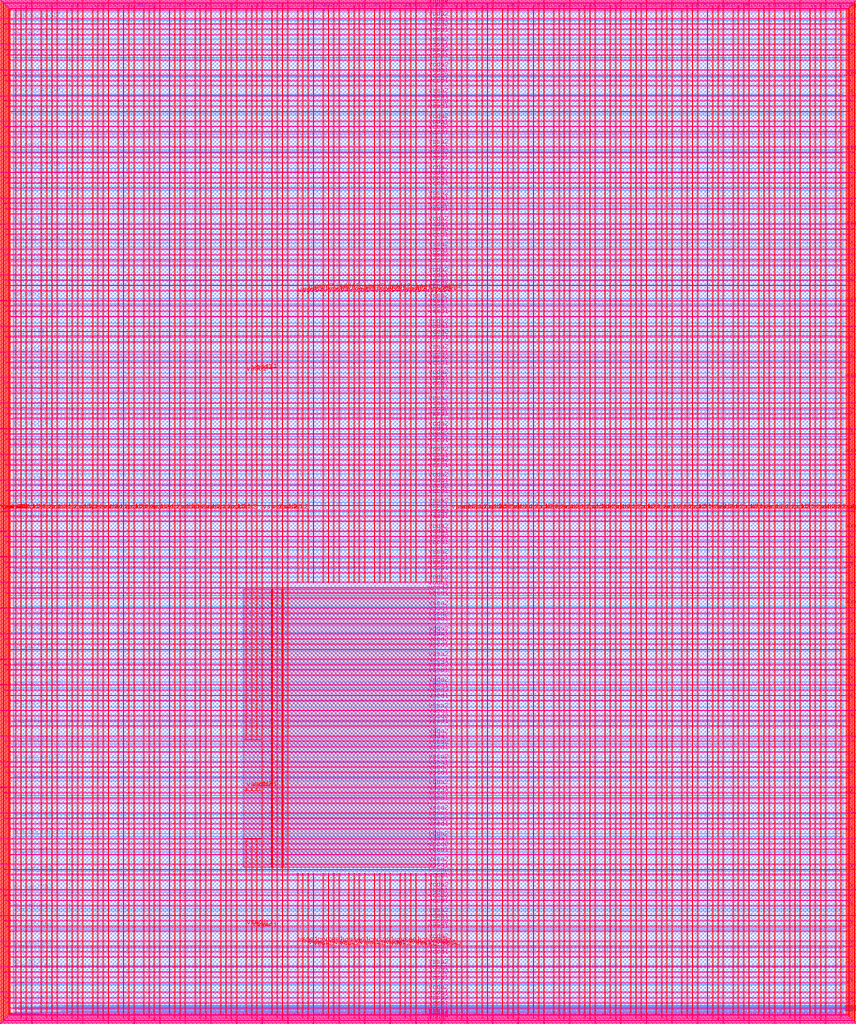
<source format=lef>
VERSION 5.7 ;
  NOWIREEXTENSIONATPIN ON ;
  DIVIDERCHAR "/" ;
  BUSBITCHARS "[]" ;
MACRO user_project_wrapper
  CLASS BLOCK ;
  FOREIGN user_project_wrapper ;
  ORIGIN 0.000 0.000 ;
  SIZE 2920.000 BY 3520.000 ;
  PIN analog_io[0]
    DIRECTION INOUT ;
    USE SIGNAL ;
    PORT
      LAYER met3 ;
        RECT 2917.600 1426.380 2924.800 1427.580 ;
    END
  END analog_io[0]
  PIN analog_io[10]
    DIRECTION INOUT ;
    USE SIGNAL ;
    PORT
      LAYER met2 ;
        RECT 2230.490 3517.600 2231.050 3524.800 ;
    END
  END analog_io[10]
  PIN analog_io[11]
    DIRECTION INOUT ;
    USE SIGNAL ;
    PORT
      LAYER met2 ;
        RECT 1905.730 3517.600 1906.290 3524.800 ;
    END
  END analog_io[11]
  PIN analog_io[12]
    DIRECTION INOUT ;
    USE SIGNAL ;
    PORT
      LAYER met2 ;
        RECT 1581.430 3517.600 1581.990 3524.800 ;
    END
  END analog_io[12]
  PIN analog_io[13]
    DIRECTION INOUT ;
    USE SIGNAL ;
    PORT
      LAYER met2 ;
        RECT 1257.130 3517.600 1257.690 3524.800 ;
    END
  END analog_io[13]
  PIN analog_io[14]
    DIRECTION INOUT ;
    USE SIGNAL ;
    PORT
      LAYER met2 ;
        RECT 932.370 3517.600 932.930 3524.800 ;
    END
  END analog_io[14]
  PIN analog_io[15]
    DIRECTION INOUT ;
    USE SIGNAL ;
    PORT
      LAYER met2 ;
        RECT 608.070 3517.600 608.630 3524.800 ;
    END
  END analog_io[15]
  PIN analog_io[16]
    DIRECTION INOUT ;
    USE SIGNAL ;
    PORT
      LAYER met2 ;
        RECT 283.770 3517.600 284.330 3524.800 ;
    END
  END analog_io[16]
  PIN analog_io[17]
    DIRECTION INOUT ;
    USE SIGNAL ;
    PORT
      LAYER met3 ;
        RECT -4.800 3486.100 2.400 3487.300 ;
    END
  END analog_io[17]
  PIN analog_io[18]
    DIRECTION INOUT ;
    USE SIGNAL ;
    PORT
      LAYER met3 ;
        RECT -4.800 3224.980 2.400 3226.180 ;
    END
  END analog_io[18]
  PIN analog_io[19]
    DIRECTION INOUT ;
    USE SIGNAL ;
    PORT
      LAYER met3 ;
        RECT -4.800 2964.540 2.400 2965.740 ;
    END
  END analog_io[19]
  PIN analog_io[1]
    DIRECTION INOUT ;
    USE SIGNAL ;
    PORT
      LAYER met3 ;
        RECT 2917.600 1692.260 2924.800 1693.460 ;
    END
  END analog_io[1]
  PIN analog_io[20]
    DIRECTION INOUT ;
    USE SIGNAL ;
    PORT
      LAYER met3 ;
        RECT -4.800 2703.420 2.400 2704.620 ;
    END
  END analog_io[20]
  PIN analog_io[21]
    DIRECTION INOUT ;
    USE SIGNAL ;
    PORT
      LAYER met3 ;
        RECT -4.800 2442.980 2.400 2444.180 ;
    END
  END analog_io[21]
  PIN analog_io[22]
    DIRECTION INOUT ;
    USE SIGNAL ;
    PORT
      LAYER met3 ;
        RECT -4.800 2182.540 2.400 2183.740 ;
    END
  END analog_io[22]
  PIN analog_io[23]
    DIRECTION INOUT ;
    USE SIGNAL ;
    PORT
      LAYER met3 ;
        RECT -4.800 1921.420 2.400 1922.620 ;
    END
  END analog_io[23]
  PIN analog_io[24]
    DIRECTION INOUT ;
    USE SIGNAL ;
    PORT
      LAYER met3 ;
        RECT -4.800 1660.980 2.400 1662.180 ;
    END
  END analog_io[24]
  PIN analog_io[25]
    DIRECTION INOUT ;
    USE SIGNAL ;
    PORT
      LAYER met3 ;
        RECT -4.800 1399.860 2.400 1401.060 ;
    END
  END analog_io[25]
  PIN analog_io[26]
    DIRECTION INOUT ;
    USE SIGNAL ;
    PORT
      LAYER met3 ;
        RECT -4.800 1139.420 2.400 1140.620 ;
    END
  END analog_io[26]
  PIN analog_io[27]
    DIRECTION INOUT ;
    USE SIGNAL ;
    PORT
      LAYER met3 ;
        RECT -4.800 878.980 2.400 880.180 ;
    END
  END analog_io[27]
  PIN analog_io[28]
    DIRECTION INOUT ;
    USE SIGNAL ;
    PORT
      LAYER met3 ;
        RECT -4.800 617.860 2.400 619.060 ;
    END
  END analog_io[28]
  PIN analog_io[2]
    DIRECTION INOUT ;
    USE SIGNAL ;
    PORT
      LAYER met3 ;
        RECT 2917.600 1958.140 2924.800 1959.340 ;
    END
  END analog_io[2]
  PIN analog_io[3]
    DIRECTION INOUT ;
    USE SIGNAL ;
    PORT
      LAYER met3 ;
        RECT 2917.600 2223.340 2924.800 2224.540 ;
    END
  END analog_io[3]
  PIN analog_io[4]
    DIRECTION INOUT ;
    USE SIGNAL ;
    PORT
      LAYER met3 ;
        RECT 2917.600 2489.220 2924.800 2490.420 ;
    END
  END analog_io[4]
  PIN analog_io[5]
    DIRECTION INOUT ;
    USE SIGNAL ;
    PORT
      LAYER met3 ;
        RECT 2917.600 2755.100 2924.800 2756.300 ;
    END
  END analog_io[5]
  PIN analog_io[6]
    DIRECTION INOUT ;
    USE SIGNAL ;
    PORT
      LAYER met3 ;
        RECT 2917.600 3020.300 2924.800 3021.500 ;
    END
  END analog_io[6]
  PIN analog_io[7]
    DIRECTION INOUT ;
    USE SIGNAL ;
    PORT
      LAYER met3 ;
        RECT 2917.600 3286.180 2924.800 3287.380 ;
    END
  END analog_io[7]
  PIN analog_io[8]
    DIRECTION INOUT ;
    USE SIGNAL ;
    PORT
      LAYER met2 ;
        RECT 2879.090 3517.600 2879.650 3524.800 ;
    END
  END analog_io[8]
  PIN analog_io[9]
    DIRECTION INOUT ;
    USE SIGNAL ;
    PORT
      LAYER met2 ;
        RECT 2554.790 3517.600 2555.350 3524.800 ;
    END
  END analog_io[9]
  PIN io_in[0]
    DIRECTION INPUT ;
    USE SIGNAL ;
    PORT
      LAYER met3 ;
        RECT 2917.600 32.380 2924.800 33.580 ;
    END
  END io_in[0]
  PIN io_in[10]
    DIRECTION INPUT ;
    USE SIGNAL ;
    PORT
      LAYER met3 ;
        RECT 2917.600 2289.980 2924.800 2291.180 ;
    END
  END io_in[10]
  PIN io_in[11]
    DIRECTION INPUT ;
    USE SIGNAL ;
    PORT
      LAYER met3 ;
        RECT 2917.600 2555.860 2924.800 2557.060 ;
    END
  END io_in[11]
  PIN io_in[12]
    DIRECTION INPUT ;
    USE SIGNAL ;
    PORT
      LAYER met3 ;
        RECT 2917.600 2821.060 2924.800 2822.260 ;
    END
  END io_in[12]
  PIN io_in[13]
    DIRECTION INPUT ;
    USE SIGNAL ;
    PORT
      LAYER met3 ;
        RECT 2917.600 3086.940 2924.800 3088.140 ;
    END
  END io_in[13]
  PIN io_in[14]
    DIRECTION INPUT ;
    USE SIGNAL ;
    PORT
      LAYER met3 ;
        RECT 2917.600 3352.820 2924.800 3354.020 ;
    END
  END io_in[14]
  PIN io_in[15]
    DIRECTION INPUT ;
    USE SIGNAL ;
    PORT
      LAYER met2 ;
        RECT 2798.130 3517.600 2798.690 3524.800 ;
    END
  END io_in[15]
  PIN io_in[16]
    DIRECTION INPUT ;
    USE SIGNAL ;
    PORT
      LAYER met2 ;
        RECT 2473.830 3517.600 2474.390 3524.800 ;
    END
  END io_in[16]
  PIN io_in[17]
    DIRECTION INPUT ;
    USE SIGNAL ;
    PORT
      LAYER met2 ;
        RECT 2149.070 3517.600 2149.630 3524.800 ;
    END
  END io_in[17]
  PIN io_in[18]
    DIRECTION INPUT ;
    USE SIGNAL ;
    PORT
      LAYER met2 ;
        RECT 1824.770 3517.600 1825.330 3524.800 ;
    END
  END io_in[18]
  PIN io_in[19]
    DIRECTION INPUT ;
    USE SIGNAL ;
    PORT
      LAYER met2 ;
        RECT 1500.470 3517.600 1501.030 3524.800 ;
    END
  END io_in[19]
  PIN io_in[1]
    DIRECTION INPUT ;
    USE SIGNAL ;
    PORT
      LAYER met3 ;
        RECT 2917.600 230.940 2924.800 232.140 ;
    END
  END io_in[1]
  PIN io_in[20]
    DIRECTION INPUT ;
    USE SIGNAL ;
    PORT
      LAYER met2 ;
        RECT 1175.710 3517.600 1176.270 3524.800 ;
    END
  END io_in[20]
  PIN io_in[21]
    DIRECTION INPUT ;
    USE SIGNAL ;
    PORT
      LAYER met2 ;
        RECT 851.410 3517.600 851.970 3524.800 ;
    END
  END io_in[21]
  PIN io_in[22]
    DIRECTION INPUT ;
    USE SIGNAL ;
    PORT
      LAYER met2 ;
        RECT 527.110 3517.600 527.670 3524.800 ;
    END
  END io_in[22]
  PIN io_in[23]
    DIRECTION INPUT ;
    USE SIGNAL ;
    PORT
      LAYER met2 ;
        RECT 202.350 3517.600 202.910 3524.800 ;
    END
  END io_in[23]
  PIN io_in[24]
    DIRECTION INPUT ;
    USE SIGNAL ;
    PORT
      LAYER met3 ;
        RECT -4.800 3420.820 2.400 3422.020 ;
    END
  END io_in[24]
  PIN io_in[25]
    DIRECTION INPUT ;
    USE SIGNAL ;
    PORT
      LAYER met3 ;
        RECT -4.800 3159.700 2.400 3160.900 ;
    END
  END io_in[25]
  PIN io_in[26]
    DIRECTION INPUT ;
    USE SIGNAL ;
    PORT
      LAYER met3 ;
        RECT -4.800 2899.260 2.400 2900.460 ;
    END
  END io_in[26]
  PIN io_in[27]
    DIRECTION INPUT ;
    USE SIGNAL ;
    PORT
      LAYER met3 ;
        RECT -4.800 2638.820 2.400 2640.020 ;
    END
  END io_in[27]
  PIN io_in[28]
    DIRECTION INPUT ;
    USE SIGNAL ;
    PORT
      LAYER met3 ;
        RECT -4.800 2377.700 2.400 2378.900 ;
    END
  END io_in[28]
  PIN io_in[29]
    DIRECTION INPUT ;
    USE SIGNAL ;
    PORT
      LAYER met3 ;
        RECT -4.800 2117.260 2.400 2118.460 ;
    END
  END io_in[29]
  PIN io_in[2]
    DIRECTION INPUT ;
    USE SIGNAL ;
    PORT
      LAYER met3 ;
        RECT 2917.600 430.180 2924.800 431.380 ;
    END
  END io_in[2]
  PIN io_in[30]
    DIRECTION INPUT ;
    USE SIGNAL ;
    PORT
      LAYER met3 ;
        RECT -4.800 1856.140 2.400 1857.340 ;
    END
  END io_in[30]
  PIN io_in[31]
    DIRECTION INPUT ;
    USE SIGNAL ;
    PORT
      LAYER met3 ;
        RECT -4.800 1595.700 2.400 1596.900 ;
    END
  END io_in[31]
  PIN io_in[32]
    DIRECTION INPUT ;
    USE SIGNAL ;
    PORT
      LAYER met3 ;
        RECT -4.800 1335.260 2.400 1336.460 ;
    END
  END io_in[32]
  PIN io_in[33]
    DIRECTION INPUT ;
    USE SIGNAL ;
    PORT
      LAYER met3 ;
        RECT -4.800 1074.140 2.400 1075.340 ;
    END
  END io_in[33]
  PIN io_in[34]
    DIRECTION INPUT ;
    USE SIGNAL ;
    PORT
      LAYER met3 ;
        RECT -4.800 813.700 2.400 814.900 ;
    END
  END io_in[34]
  PIN io_in[35]
    DIRECTION INPUT ;
    USE SIGNAL ;
    PORT
      LAYER met3 ;
        RECT -4.800 552.580 2.400 553.780 ;
    END
  END io_in[35]
  PIN io_in[36]
    DIRECTION INPUT ;
    USE SIGNAL ;
    PORT
      LAYER met3 ;
        RECT -4.800 357.420 2.400 358.620 ;
    END
  END io_in[36]
  PIN io_in[37]
    DIRECTION INPUT ;
    USE SIGNAL ;
    PORT
      LAYER met3 ;
        RECT -4.800 161.580 2.400 162.780 ;
    END
  END io_in[37]
  PIN io_in[3]
    DIRECTION INPUT ;
    USE SIGNAL ;
    PORT
      LAYER met3 ;
        RECT 2917.600 629.420 2924.800 630.620 ;
    END
  END io_in[3]
  PIN io_in[4]
    DIRECTION INPUT ;
    USE SIGNAL ;
    PORT
      LAYER met3 ;
        RECT 2917.600 828.660 2924.800 829.860 ;
    END
  END io_in[4]
  PIN io_in[5]
    DIRECTION INPUT ;
    USE SIGNAL ;
    PORT
      LAYER met3 ;
        RECT 2917.600 1027.900 2924.800 1029.100 ;
    END
  END io_in[5]
  PIN io_in[6]
    DIRECTION INPUT ;
    USE SIGNAL ;
    PORT
      LAYER met3 ;
        RECT 2917.600 1227.140 2924.800 1228.340 ;
    END
  END io_in[6]
  PIN io_in[7]
    DIRECTION INPUT ;
    USE SIGNAL ;
    PORT
      LAYER met3 ;
        RECT 2917.600 1493.020 2924.800 1494.220 ;
    END
  END io_in[7]
  PIN io_in[8]
    DIRECTION INPUT ;
    USE SIGNAL ;
    PORT
      LAYER met3 ;
        RECT 2917.600 1758.900 2924.800 1760.100 ;
    END
  END io_in[8]
  PIN io_in[9]
    DIRECTION INPUT ;
    USE SIGNAL ;
    PORT
      LAYER met3 ;
        RECT 2917.600 2024.100 2924.800 2025.300 ;
    END
  END io_in[9]
  PIN io_oeb[0]
    DIRECTION OUTPUT TRISTATE ;
    USE SIGNAL ;
    PORT
      LAYER met3 ;
        RECT 2917.600 164.980 2924.800 166.180 ;
    END
  END io_oeb[0]
  PIN io_oeb[10]
    DIRECTION OUTPUT TRISTATE ;
    USE SIGNAL ;
    PORT
      LAYER met3 ;
        RECT 2917.600 2422.580 2924.800 2423.780 ;
    END
  END io_oeb[10]
  PIN io_oeb[11]
    DIRECTION OUTPUT TRISTATE ;
    USE SIGNAL ;
    PORT
      LAYER met3 ;
        RECT 2917.600 2688.460 2924.800 2689.660 ;
    END
  END io_oeb[11]
  PIN io_oeb[12]
    DIRECTION OUTPUT TRISTATE ;
    USE SIGNAL ;
    PORT
      LAYER met3 ;
        RECT 2917.600 2954.340 2924.800 2955.540 ;
    END
  END io_oeb[12]
  PIN io_oeb[13]
    DIRECTION OUTPUT TRISTATE ;
    USE SIGNAL ;
    PORT
      LAYER met3 ;
        RECT 2917.600 3219.540 2924.800 3220.740 ;
    END
  END io_oeb[13]
  PIN io_oeb[14]
    DIRECTION OUTPUT TRISTATE ;
    USE SIGNAL ;
    PORT
      LAYER met3 ;
        RECT 2917.600 3485.420 2924.800 3486.620 ;
    END
  END io_oeb[14]
  PIN io_oeb[15]
    DIRECTION OUTPUT TRISTATE ;
    USE SIGNAL ;
    PORT
      LAYER met2 ;
        RECT 2635.750 3517.600 2636.310 3524.800 ;
    END
  END io_oeb[15]
  PIN io_oeb[16]
    DIRECTION OUTPUT TRISTATE ;
    USE SIGNAL ;
    PORT
      LAYER met2 ;
        RECT 2311.450 3517.600 2312.010 3524.800 ;
    END
  END io_oeb[16]
  PIN io_oeb[17]
    DIRECTION OUTPUT TRISTATE ;
    USE SIGNAL ;
    PORT
      LAYER met2 ;
        RECT 1987.150 3517.600 1987.710 3524.800 ;
    END
  END io_oeb[17]
  PIN io_oeb[18]
    DIRECTION OUTPUT TRISTATE ;
    USE SIGNAL ;
    PORT
      LAYER met2 ;
        RECT 1662.390 3517.600 1662.950 3524.800 ;
    END
  END io_oeb[18]
  PIN io_oeb[19]
    DIRECTION OUTPUT TRISTATE ;
    USE SIGNAL ;
    PORT
      LAYER met2 ;
        RECT 1338.090 3517.600 1338.650 3524.800 ;
    END
  END io_oeb[19]
  PIN io_oeb[1]
    DIRECTION OUTPUT TRISTATE ;
    USE SIGNAL ;
    PORT
      LAYER met3 ;
        RECT 2917.600 364.220 2924.800 365.420 ;
    END
  END io_oeb[1]
  PIN io_oeb[20]
    DIRECTION OUTPUT TRISTATE ;
    USE SIGNAL ;
    PORT
      LAYER met2 ;
        RECT 1013.790 3517.600 1014.350 3524.800 ;
    END
  END io_oeb[20]
  PIN io_oeb[21]
    DIRECTION OUTPUT TRISTATE ;
    USE SIGNAL ;
    PORT
      LAYER met2 ;
        RECT 689.030 3517.600 689.590 3524.800 ;
    END
  END io_oeb[21]
  PIN io_oeb[22]
    DIRECTION OUTPUT TRISTATE ;
    USE SIGNAL ;
    PORT
      LAYER met2 ;
        RECT 364.730 3517.600 365.290 3524.800 ;
    END
  END io_oeb[22]
  PIN io_oeb[23]
    DIRECTION OUTPUT TRISTATE ;
    USE SIGNAL ;
    PORT
      LAYER met2 ;
        RECT 40.430 3517.600 40.990 3524.800 ;
    END
  END io_oeb[23]
  PIN io_oeb[24]
    DIRECTION OUTPUT TRISTATE ;
    USE SIGNAL ;
    PORT
      LAYER met3 ;
        RECT -4.800 3290.260 2.400 3291.460 ;
    END
  END io_oeb[24]
  PIN io_oeb[25]
    DIRECTION OUTPUT TRISTATE ;
    USE SIGNAL ;
    PORT
      LAYER met3 ;
        RECT -4.800 3029.820 2.400 3031.020 ;
    END
  END io_oeb[25]
  PIN io_oeb[26]
    DIRECTION OUTPUT TRISTATE ;
    USE SIGNAL ;
    PORT
      LAYER met3 ;
        RECT -4.800 2768.700 2.400 2769.900 ;
    END
  END io_oeb[26]
  PIN io_oeb[27]
    DIRECTION OUTPUT TRISTATE ;
    USE SIGNAL ;
    PORT
      LAYER met3 ;
        RECT -4.800 2508.260 2.400 2509.460 ;
    END
  END io_oeb[27]
  PIN io_oeb[28]
    DIRECTION OUTPUT TRISTATE ;
    USE SIGNAL ;
    PORT
      LAYER met3 ;
        RECT -4.800 2247.140 2.400 2248.340 ;
    END
  END io_oeb[28]
  PIN io_oeb[29]
    DIRECTION OUTPUT TRISTATE ;
    USE SIGNAL ;
    PORT
      LAYER met3 ;
        RECT -4.800 1986.700 2.400 1987.900 ;
    END
  END io_oeb[29]
  PIN io_oeb[2]
    DIRECTION OUTPUT TRISTATE ;
    USE SIGNAL ;
    PORT
      LAYER met3 ;
        RECT 2917.600 563.460 2924.800 564.660 ;
    END
  END io_oeb[2]
  PIN io_oeb[30]
    DIRECTION OUTPUT TRISTATE ;
    USE SIGNAL ;
    PORT
      LAYER met3 ;
        RECT -4.800 1726.260 2.400 1727.460 ;
    END
  END io_oeb[30]
  PIN io_oeb[31]
    DIRECTION OUTPUT TRISTATE ;
    USE SIGNAL ;
    PORT
      LAYER met3 ;
        RECT -4.800 1465.140 2.400 1466.340 ;
    END
  END io_oeb[31]
  PIN io_oeb[32]
    DIRECTION OUTPUT TRISTATE ;
    USE SIGNAL ;
    PORT
      LAYER met3 ;
        RECT -4.800 1204.700 2.400 1205.900 ;
    END
  END io_oeb[32]
  PIN io_oeb[33]
    DIRECTION OUTPUT TRISTATE ;
    USE SIGNAL ;
    PORT
      LAYER met3 ;
        RECT -4.800 943.580 2.400 944.780 ;
    END
  END io_oeb[33]
  PIN io_oeb[34]
    DIRECTION OUTPUT TRISTATE ;
    USE SIGNAL ;
    PORT
      LAYER met3 ;
        RECT -4.800 683.140 2.400 684.340 ;
    END
  END io_oeb[34]
  PIN io_oeb[35]
    DIRECTION OUTPUT TRISTATE ;
    USE SIGNAL ;
    PORT
      LAYER met3 ;
        RECT -4.800 422.700 2.400 423.900 ;
    END
  END io_oeb[35]
  PIN io_oeb[36]
    DIRECTION OUTPUT TRISTATE ;
    USE SIGNAL ;
    PORT
      LAYER met3 ;
        RECT -4.800 226.860 2.400 228.060 ;
    END
  END io_oeb[36]
  PIN io_oeb[37]
    DIRECTION OUTPUT TRISTATE ;
    USE SIGNAL ;
    PORT
      LAYER met3 ;
        RECT -4.800 31.700 2.400 32.900 ;
    END
  END io_oeb[37]
  PIN io_oeb[3]
    DIRECTION OUTPUT TRISTATE ;
    USE SIGNAL ;
    PORT
      LAYER met3 ;
        RECT 2917.600 762.700 2924.800 763.900 ;
    END
  END io_oeb[3]
  PIN io_oeb[4]
    DIRECTION OUTPUT TRISTATE ;
    USE SIGNAL ;
    PORT
      LAYER met3 ;
        RECT 2917.600 961.940 2924.800 963.140 ;
    END
  END io_oeb[4]
  PIN io_oeb[5]
    DIRECTION OUTPUT TRISTATE ;
    USE SIGNAL ;
    PORT
      LAYER met3 ;
        RECT 2917.600 1161.180 2924.800 1162.380 ;
    END
  END io_oeb[5]
  PIN io_oeb[6]
    DIRECTION OUTPUT TRISTATE ;
    USE SIGNAL ;
    PORT
      LAYER met3 ;
        RECT 2917.600 1360.420 2924.800 1361.620 ;
    END
  END io_oeb[6]
  PIN io_oeb[7]
    DIRECTION OUTPUT TRISTATE ;
    USE SIGNAL ;
    PORT
      LAYER met3 ;
        RECT 2917.600 1625.620 2924.800 1626.820 ;
    END
  END io_oeb[7]
  PIN io_oeb[8]
    DIRECTION OUTPUT TRISTATE ;
    USE SIGNAL ;
    PORT
      LAYER met3 ;
        RECT 2917.600 1891.500 2924.800 1892.700 ;
    END
  END io_oeb[8]
  PIN io_oeb[9]
    DIRECTION OUTPUT TRISTATE ;
    USE SIGNAL ;
    PORT
      LAYER met3 ;
        RECT 2917.600 2157.380 2924.800 2158.580 ;
    END
  END io_oeb[9]
  PIN io_out[0]
    DIRECTION OUTPUT TRISTATE ;
    USE SIGNAL ;
    PORT
      LAYER met3 ;
        RECT 2917.600 98.340 2924.800 99.540 ;
    END
  END io_out[0]
  PIN io_out[10]
    DIRECTION OUTPUT TRISTATE ;
    USE SIGNAL ;
    PORT
      LAYER met3 ;
        RECT 2917.600 2356.620 2924.800 2357.820 ;
    END
  END io_out[10]
  PIN io_out[11]
    DIRECTION OUTPUT TRISTATE ;
    USE SIGNAL ;
    PORT
      LAYER met3 ;
        RECT 2917.600 2621.820 2924.800 2623.020 ;
    END
  END io_out[11]
  PIN io_out[12]
    DIRECTION OUTPUT TRISTATE ;
    USE SIGNAL ;
    PORT
      LAYER met3 ;
        RECT 2917.600 2887.700 2924.800 2888.900 ;
    END
  END io_out[12]
  PIN io_out[13]
    DIRECTION OUTPUT TRISTATE ;
    USE SIGNAL ;
    PORT
      LAYER met3 ;
        RECT 2917.600 3153.580 2924.800 3154.780 ;
    END
  END io_out[13]
  PIN io_out[14]
    DIRECTION OUTPUT TRISTATE ;
    USE SIGNAL ;
    PORT
      LAYER met3 ;
        RECT 2917.600 3418.780 2924.800 3419.980 ;
    END
  END io_out[14]
  PIN io_out[15]
    DIRECTION OUTPUT TRISTATE ;
    USE SIGNAL ;
    PORT
      LAYER met2 ;
        RECT 2717.170 3517.600 2717.730 3524.800 ;
    END
  END io_out[15]
  PIN io_out[16]
    DIRECTION OUTPUT TRISTATE ;
    USE SIGNAL ;
    PORT
      LAYER met2 ;
        RECT 2392.410 3517.600 2392.970 3524.800 ;
    END
  END io_out[16]
  PIN io_out[17]
    DIRECTION OUTPUT TRISTATE ;
    USE SIGNAL ;
    PORT
      LAYER met2 ;
        RECT 2068.110 3517.600 2068.670 3524.800 ;
    END
  END io_out[17]
  PIN io_out[18]
    DIRECTION OUTPUT TRISTATE ;
    USE SIGNAL ;
    PORT
      LAYER met2 ;
        RECT 1743.810 3517.600 1744.370 3524.800 ;
    END
  END io_out[18]
  PIN io_out[19]
    DIRECTION OUTPUT TRISTATE ;
    USE SIGNAL ;
    PORT
      LAYER met2 ;
        RECT 1419.050 3517.600 1419.610 3524.800 ;
    END
  END io_out[19]
  PIN io_out[1]
    DIRECTION OUTPUT TRISTATE ;
    USE SIGNAL ;
    PORT
      LAYER met3 ;
        RECT 2917.600 297.580 2924.800 298.780 ;
    END
  END io_out[1]
  PIN io_out[20]
    DIRECTION OUTPUT TRISTATE ;
    USE SIGNAL ;
    PORT
      LAYER met2 ;
        RECT 1094.750 3517.600 1095.310 3524.800 ;
    END
  END io_out[20]
  PIN io_out[21]
    DIRECTION OUTPUT TRISTATE ;
    USE SIGNAL ;
    PORT
      LAYER met2 ;
        RECT 770.450 3517.600 771.010 3524.800 ;
    END
  END io_out[21]
  PIN io_out[22]
    DIRECTION OUTPUT TRISTATE ;
    USE SIGNAL ;
    PORT
      LAYER met2 ;
        RECT 445.690 3517.600 446.250 3524.800 ;
    END
  END io_out[22]
  PIN io_out[23]
    DIRECTION OUTPUT TRISTATE ;
    USE SIGNAL ;
    PORT
      LAYER met2 ;
        RECT 121.390 3517.600 121.950 3524.800 ;
    END
  END io_out[23]
  PIN io_out[24]
    DIRECTION OUTPUT TRISTATE ;
    USE SIGNAL ;
    PORT
      LAYER met3 ;
        RECT -4.800 3355.540 2.400 3356.740 ;
    END
  END io_out[24]
  PIN io_out[25]
    DIRECTION OUTPUT TRISTATE ;
    USE SIGNAL ;
    PORT
      LAYER met3 ;
        RECT -4.800 3095.100 2.400 3096.300 ;
    END
  END io_out[25]
  PIN io_out[26]
    DIRECTION OUTPUT TRISTATE ;
    USE SIGNAL ;
    PORT
      LAYER met3 ;
        RECT -4.800 2833.980 2.400 2835.180 ;
    END
  END io_out[26]
  PIN io_out[27]
    DIRECTION OUTPUT TRISTATE ;
    USE SIGNAL ;
    PORT
      LAYER met3 ;
        RECT -4.800 2573.540 2.400 2574.740 ;
    END
  END io_out[27]
  PIN io_out[28]
    DIRECTION OUTPUT TRISTATE ;
    USE SIGNAL ;
    PORT
      LAYER met3 ;
        RECT -4.800 2312.420 2.400 2313.620 ;
    END
  END io_out[28]
  PIN io_out[29]
    DIRECTION OUTPUT TRISTATE ;
    USE SIGNAL ;
    PORT
      LAYER met3 ;
        RECT -4.800 2051.980 2.400 2053.180 ;
    END
  END io_out[29]
  PIN io_out[2]
    DIRECTION OUTPUT TRISTATE ;
    USE SIGNAL ;
    PORT
      LAYER met3 ;
        RECT 2917.600 496.820 2924.800 498.020 ;
    END
  END io_out[2]
  PIN io_out[30]
    DIRECTION OUTPUT TRISTATE ;
    USE SIGNAL ;
    PORT
      LAYER met3 ;
        RECT -4.800 1791.540 2.400 1792.740 ;
    END
  END io_out[30]
  PIN io_out[31]
    DIRECTION OUTPUT TRISTATE ;
    USE SIGNAL ;
    PORT
      LAYER met3 ;
        RECT -4.800 1530.420 2.400 1531.620 ;
    END
  END io_out[31]
  PIN io_out[32]
    DIRECTION OUTPUT TRISTATE ;
    USE SIGNAL ;
    PORT
      LAYER met3 ;
        RECT -4.800 1269.980 2.400 1271.180 ;
    END
  END io_out[32]
  PIN io_out[33]
    DIRECTION OUTPUT TRISTATE ;
    USE SIGNAL ;
    PORT
      LAYER met3 ;
        RECT -4.800 1008.860 2.400 1010.060 ;
    END
  END io_out[33]
  PIN io_out[34]
    DIRECTION OUTPUT TRISTATE ;
    USE SIGNAL ;
    PORT
      LAYER met3 ;
        RECT -4.800 748.420 2.400 749.620 ;
    END
  END io_out[34]
  PIN io_out[35]
    DIRECTION OUTPUT TRISTATE ;
    USE SIGNAL ;
    PORT
      LAYER met3 ;
        RECT -4.800 487.300 2.400 488.500 ;
    END
  END io_out[35]
  PIN io_out[36]
    DIRECTION OUTPUT TRISTATE ;
    USE SIGNAL ;
    PORT
      LAYER met3 ;
        RECT -4.800 292.140 2.400 293.340 ;
    END
  END io_out[36]
  PIN io_out[37]
    DIRECTION OUTPUT TRISTATE ;
    USE SIGNAL ;
    PORT
      LAYER met3 ;
        RECT -4.800 96.300 2.400 97.500 ;
    END
  END io_out[37]
  PIN io_out[3]
    DIRECTION OUTPUT TRISTATE ;
    USE SIGNAL ;
    PORT
      LAYER met3 ;
        RECT 2917.600 696.060 2924.800 697.260 ;
    END
  END io_out[3]
  PIN io_out[4]
    DIRECTION OUTPUT TRISTATE ;
    USE SIGNAL ;
    PORT
      LAYER met3 ;
        RECT 2917.600 895.300 2924.800 896.500 ;
    END
  END io_out[4]
  PIN io_out[5]
    DIRECTION OUTPUT TRISTATE ;
    USE SIGNAL ;
    PORT
      LAYER met3 ;
        RECT 2917.600 1094.540 2924.800 1095.740 ;
    END
  END io_out[5]
  PIN io_out[6]
    DIRECTION OUTPUT TRISTATE ;
    USE SIGNAL ;
    PORT
      LAYER met3 ;
        RECT 2917.600 1293.780 2924.800 1294.980 ;
    END
  END io_out[6]
  PIN io_out[7]
    DIRECTION OUTPUT TRISTATE ;
    USE SIGNAL ;
    PORT
      LAYER met3 ;
        RECT 2917.600 1559.660 2924.800 1560.860 ;
    END
  END io_out[7]
  PIN io_out[8]
    DIRECTION OUTPUT TRISTATE ;
    USE SIGNAL ;
    PORT
      LAYER met3 ;
        RECT 2917.600 1824.860 2924.800 1826.060 ;
    END
  END io_out[8]
  PIN io_out[9]
    DIRECTION OUTPUT TRISTATE ;
    USE SIGNAL ;
    PORT
      LAYER met3 ;
        RECT 2917.600 2090.740 2924.800 2091.940 ;
    END
  END io_out[9]
  PIN la_data_in[0]
    DIRECTION INPUT ;
    USE SIGNAL ;
    PORT
      LAYER met2 ;
        RECT 629.230 -4.800 629.790 2.400 ;
    END
  END la_data_in[0]
  PIN la_data_in[100]
    DIRECTION INPUT ;
    USE SIGNAL ;
    PORT
      LAYER met2 ;
        RECT 2402.530 -4.800 2403.090 2.400 ;
    END
  END la_data_in[100]
  PIN la_data_in[101]
    DIRECTION INPUT ;
    USE SIGNAL ;
    PORT
      LAYER met2 ;
        RECT 2420.010 -4.800 2420.570 2.400 ;
    END
  END la_data_in[101]
  PIN la_data_in[102]
    DIRECTION INPUT ;
    USE SIGNAL ;
    PORT
      LAYER met2 ;
        RECT 2437.950 -4.800 2438.510 2.400 ;
    END
  END la_data_in[102]
  PIN la_data_in[103]
    DIRECTION INPUT ;
    USE SIGNAL ;
    PORT
      LAYER met2 ;
        RECT 2455.430 -4.800 2455.990 2.400 ;
    END
  END la_data_in[103]
  PIN la_data_in[104]
    DIRECTION INPUT ;
    USE SIGNAL ;
    PORT
      LAYER met2 ;
        RECT 2473.370 -4.800 2473.930 2.400 ;
    END
  END la_data_in[104]
  PIN la_data_in[105]
    DIRECTION INPUT ;
    USE SIGNAL ;
    PORT
      LAYER met2 ;
        RECT 2490.850 -4.800 2491.410 2.400 ;
    END
  END la_data_in[105]
  PIN la_data_in[106]
    DIRECTION INPUT ;
    USE SIGNAL ;
    PORT
      LAYER met2 ;
        RECT 2508.790 -4.800 2509.350 2.400 ;
    END
  END la_data_in[106]
  PIN la_data_in[107]
    DIRECTION INPUT ;
    USE SIGNAL ;
    PORT
      LAYER met2 ;
        RECT 2526.730 -4.800 2527.290 2.400 ;
    END
  END la_data_in[107]
  PIN la_data_in[108]
    DIRECTION INPUT ;
    USE SIGNAL ;
    PORT
      LAYER met2 ;
        RECT 2544.210 -4.800 2544.770 2.400 ;
    END
  END la_data_in[108]
  PIN la_data_in[109]
    DIRECTION INPUT ;
    USE SIGNAL ;
    PORT
      LAYER met2 ;
        RECT 2562.150 -4.800 2562.710 2.400 ;
    END
  END la_data_in[109]
  PIN la_data_in[10]
    DIRECTION INPUT ;
    USE SIGNAL ;
    PORT
      LAYER met2 ;
        RECT 806.330 -4.800 806.890 2.400 ;
    END
  END la_data_in[10]
  PIN la_data_in[110]
    DIRECTION INPUT ;
    USE SIGNAL ;
    PORT
      LAYER met2 ;
        RECT 2579.630 -4.800 2580.190 2.400 ;
    END
  END la_data_in[110]
  PIN la_data_in[111]
    DIRECTION INPUT ;
    USE SIGNAL ;
    PORT
      LAYER met2 ;
        RECT 2597.570 -4.800 2598.130 2.400 ;
    END
  END la_data_in[111]
  PIN la_data_in[112]
    DIRECTION INPUT ;
    USE SIGNAL ;
    PORT
      LAYER met2 ;
        RECT 2615.050 -4.800 2615.610 2.400 ;
    END
  END la_data_in[112]
  PIN la_data_in[113]
    DIRECTION INPUT ;
    USE SIGNAL ;
    PORT
      LAYER met2 ;
        RECT 2632.990 -4.800 2633.550 2.400 ;
    END
  END la_data_in[113]
  PIN la_data_in[114]
    DIRECTION INPUT ;
    USE SIGNAL ;
    PORT
      LAYER met2 ;
        RECT 2650.470 -4.800 2651.030 2.400 ;
    END
  END la_data_in[114]
  PIN la_data_in[115]
    DIRECTION INPUT ;
    USE SIGNAL ;
    PORT
      LAYER met2 ;
        RECT 2668.410 -4.800 2668.970 2.400 ;
    END
  END la_data_in[115]
  PIN la_data_in[116]
    DIRECTION INPUT ;
    USE SIGNAL ;
    PORT
      LAYER met2 ;
        RECT 2685.890 -4.800 2686.450 2.400 ;
    END
  END la_data_in[116]
  PIN la_data_in[117]
    DIRECTION INPUT ;
    USE SIGNAL ;
    PORT
      LAYER met2 ;
        RECT 2703.830 -4.800 2704.390 2.400 ;
    END
  END la_data_in[117]
  PIN la_data_in[118]
    DIRECTION INPUT ;
    USE SIGNAL ;
    PORT
      LAYER met2 ;
        RECT 2721.770 -4.800 2722.330 2.400 ;
    END
  END la_data_in[118]
  PIN la_data_in[119]
    DIRECTION INPUT ;
    USE SIGNAL ;
    PORT
      LAYER met2 ;
        RECT 2739.250 -4.800 2739.810 2.400 ;
    END
  END la_data_in[119]
  PIN la_data_in[11]
    DIRECTION INPUT ;
    USE SIGNAL ;
    PORT
      LAYER met2 ;
        RECT 824.270 -4.800 824.830 2.400 ;
    END
  END la_data_in[11]
  PIN la_data_in[120]
    DIRECTION INPUT ;
    USE SIGNAL ;
    PORT
      LAYER met2 ;
        RECT 2757.190 -4.800 2757.750 2.400 ;
    END
  END la_data_in[120]
  PIN la_data_in[121]
    DIRECTION INPUT ;
    USE SIGNAL ;
    PORT
      LAYER met2 ;
        RECT 2774.670 -4.800 2775.230 2.400 ;
    END
  END la_data_in[121]
  PIN la_data_in[122]
    DIRECTION INPUT ;
    USE SIGNAL ;
    PORT
      LAYER met2 ;
        RECT 2792.610 -4.800 2793.170 2.400 ;
    END
  END la_data_in[122]
  PIN la_data_in[123]
    DIRECTION INPUT ;
    USE SIGNAL ;
    PORT
      LAYER met2 ;
        RECT 2810.090 -4.800 2810.650 2.400 ;
    END
  END la_data_in[123]
  PIN la_data_in[124]
    DIRECTION INPUT ;
    USE SIGNAL ;
    PORT
      LAYER met2 ;
        RECT 2828.030 -4.800 2828.590 2.400 ;
    END
  END la_data_in[124]
  PIN la_data_in[125]
    DIRECTION INPUT ;
    USE SIGNAL ;
    PORT
      LAYER met2 ;
        RECT 2845.510 -4.800 2846.070 2.400 ;
    END
  END la_data_in[125]
  PIN la_data_in[126]
    DIRECTION INPUT ;
    USE SIGNAL ;
    PORT
      LAYER met2 ;
        RECT 2863.450 -4.800 2864.010 2.400 ;
    END
  END la_data_in[126]
  PIN la_data_in[127]
    DIRECTION INPUT ;
    USE SIGNAL ;
    PORT
      LAYER met2 ;
        RECT 2881.390 -4.800 2881.950 2.400 ;
    END
  END la_data_in[127]
  PIN la_data_in[12]
    DIRECTION INPUT ;
    USE SIGNAL ;
    PORT
      LAYER met2 ;
        RECT 841.750 -4.800 842.310 2.400 ;
    END
  END la_data_in[12]
  PIN la_data_in[13]
    DIRECTION INPUT ;
    USE SIGNAL ;
    PORT
      LAYER met2 ;
        RECT 859.690 -4.800 860.250 2.400 ;
    END
  END la_data_in[13]
  PIN la_data_in[14]
    DIRECTION INPUT ;
    USE SIGNAL ;
    PORT
      LAYER met2 ;
        RECT 877.170 -4.800 877.730 2.400 ;
    END
  END la_data_in[14]
  PIN la_data_in[15]
    DIRECTION INPUT ;
    USE SIGNAL ;
    PORT
      LAYER met2 ;
        RECT 895.110 -4.800 895.670 2.400 ;
    END
  END la_data_in[15]
  PIN la_data_in[16]
    DIRECTION INPUT ;
    USE SIGNAL ;
    PORT
      LAYER met2 ;
        RECT 912.590 -4.800 913.150 2.400 ;
    END
  END la_data_in[16]
  PIN la_data_in[17]
    DIRECTION INPUT ;
    USE SIGNAL ;
    PORT
      LAYER met2 ;
        RECT 930.530 -4.800 931.090 2.400 ;
    END
  END la_data_in[17]
  PIN la_data_in[18]
    DIRECTION INPUT ;
    USE SIGNAL ;
    PORT
      LAYER met2 ;
        RECT 948.470 -4.800 949.030 2.400 ;
    END
  END la_data_in[18]
  PIN la_data_in[19]
    DIRECTION INPUT ;
    USE SIGNAL ;
    PORT
      LAYER met2 ;
        RECT 965.950 -4.800 966.510 2.400 ;
    END
  END la_data_in[19]
  PIN la_data_in[1]
    DIRECTION INPUT ;
    USE SIGNAL ;
    PORT
      LAYER met2 ;
        RECT 646.710 -4.800 647.270 2.400 ;
    END
  END la_data_in[1]
  PIN la_data_in[20]
    DIRECTION INPUT ;
    USE SIGNAL ;
    PORT
      LAYER met2 ;
        RECT 983.890 -4.800 984.450 2.400 ;
    END
  END la_data_in[20]
  PIN la_data_in[21]
    DIRECTION INPUT ;
    USE SIGNAL ;
    PORT
      LAYER met2 ;
        RECT 1001.370 -4.800 1001.930 2.400 ;
    END
  END la_data_in[21]
  PIN la_data_in[22]
    DIRECTION INPUT ;
    USE SIGNAL ;
    PORT
      LAYER met2 ;
        RECT 1019.310 -4.800 1019.870 2.400 ;
    END
  END la_data_in[22]
  PIN la_data_in[23]
    DIRECTION INPUT ;
    USE SIGNAL ;
    PORT
      LAYER met2 ;
        RECT 1036.790 -4.800 1037.350 2.400 ;
    END
  END la_data_in[23]
  PIN la_data_in[24]
    DIRECTION INPUT ;
    USE SIGNAL ;
    PORT
      LAYER met2 ;
        RECT 1054.730 -4.800 1055.290 2.400 ;
    END
  END la_data_in[24]
  PIN la_data_in[25]
    DIRECTION INPUT ;
    USE SIGNAL ;
    PORT
      LAYER met2 ;
        RECT 1072.210 -4.800 1072.770 2.400 ;
    END
  END la_data_in[25]
  PIN la_data_in[26]
    DIRECTION INPUT ;
    USE SIGNAL ;
    PORT
      LAYER met2 ;
        RECT 1090.150 -4.800 1090.710 2.400 ;
    END
  END la_data_in[26]
  PIN la_data_in[27]
    DIRECTION INPUT ;
    USE SIGNAL ;
    PORT
      LAYER met2 ;
        RECT 1107.630 -4.800 1108.190 2.400 ;
    END
  END la_data_in[27]
  PIN la_data_in[28]
    DIRECTION INPUT ;
    USE SIGNAL ;
    PORT
      LAYER met2 ;
        RECT 1125.570 -4.800 1126.130 2.400 ;
    END
  END la_data_in[28]
  PIN la_data_in[29]
    DIRECTION INPUT ;
    USE SIGNAL ;
    PORT
      LAYER met2 ;
        RECT 1143.510 -4.800 1144.070 2.400 ;
    END
  END la_data_in[29]
  PIN la_data_in[2]
    DIRECTION INPUT ;
    USE SIGNAL ;
    PORT
      LAYER met2 ;
        RECT 664.650 -4.800 665.210 2.400 ;
    END
  END la_data_in[2]
  PIN la_data_in[30]
    DIRECTION INPUT ;
    USE SIGNAL ;
    PORT
      LAYER met2 ;
        RECT 1160.990 -4.800 1161.550 2.400 ;
    END
  END la_data_in[30]
  PIN la_data_in[31]
    DIRECTION INPUT ;
    USE SIGNAL ;
    PORT
      LAYER met2 ;
        RECT 1178.930 -4.800 1179.490 2.400 ;
    END
  END la_data_in[31]
  PIN la_data_in[32]
    DIRECTION INPUT ;
    USE SIGNAL ;
    PORT
      LAYER met2 ;
        RECT 1196.410 -4.800 1196.970 2.400 ;
    END
  END la_data_in[32]
  PIN la_data_in[33]
    DIRECTION INPUT ;
    USE SIGNAL ;
    PORT
      LAYER met2 ;
        RECT 1214.350 -4.800 1214.910 2.400 ;
    END
  END la_data_in[33]
  PIN la_data_in[34]
    DIRECTION INPUT ;
    USE SIGNAL ;
    PORT
      LAYER met2 ;
        RECT 1231.830 -4.800 1232.390 2.400 ;
    END
  END la_data_in[34]
  PIN la_data_in[35]
    DIRECTION INPUT ;
    USE SIGNAL ;
    PORT
      LAYER met2 ;
        RECT 1249.770 -4.800 1250.330 2.400 ;
    END
  END la_data_in[35]
  PIN la_data_in[36]
    DIRECTION INPUT ;
    USE SIGNAL ;
    PORT
      LAYER met2 ;
        RECT 1267.250 -4.800 1267.810 2.400 ;
    END
  END la_data_in[36]
  PIN la_data_in[37]
    DIRECTION INPUT ;
    USE SIGNAL ;
    PORT
      LAYER met2 ;
        RECT 1285.190 -4.800 1285.750 2.400 ;
    END
  END la_data_in[37]
  PIN la_data_in[38]
    DIRECTION INPUT ;
    USE SIGNAL ;
    PORT
      LAYER met2 ;
        RECT 1303.130 -4.800 1303.690 2.400 ;
    END
  END la_data_in[38]
  PIN la_data_in[39]
    DIRECTION INPUT ;
    USE SIGNAL ;
    PORT
      LAYER met2 ;
        RECT 1320.610 -4.800 1321.170 2.400 ;
    END
  END la_data_in[39]
  PIN la_data_in[3]
    DIRECTION INPUT ;
    USE SIGNAL ;
    PORT
      LAYER met2 ;
        RECT 682.130 -4.800 682.690 2.400 ;
    END
  END la_data_in[3]
  PIN la_data_in[40]
    DIRECTION INPUT ;
    USE SIGNAL ;
    PORT
      LAYER met2 ;
        RECT 1338.550 -4.800 1339.110 2.400 ;
    END
  END la_data_in[40]
  PIN la_data_in[41]
    DIRECTION INPUT ;
    USE SIGNAL ;
    PORT
      LAYER met2 ;
        RECT 1356.030 -4.800 1356.590 2.400 ;
    END
  END la_data_in[41]
  PIN la_data_in[42]
    DIRECTION INPUT ;
    USE SIGNAL ;
    PORT
      LAYER met2 ;
        RECT 1373.970 -4.800 1374.530 2.400 ;
    END
  END la_data_in[42]
  PIN la_data_in[43]
    DIRECTION INPUT ;
    USE SIGNAL ;
    PORT
      LAYER met2 ;
        RECT 1391.450 -4.800 1392.010 2.400 ;
    END
  END la_data_in[43]
  PIN la_data_in[44]
    DIRECTION INPUT ;
    USE SIGNAL ;
    PORT
      LAYER met2 ;
        RECT 1409.390 -4.800 1409.950 2.400 ;
    END
  END la_data_in[44]
  PIN la_data_in[45]
    DIRECTION INPUT ;
    USE SIGNAL ;
    PORT
      LAYER met2 ;
        RECT 1426.870 -4.800 1427.430 2.400 ;
    END
  END la_data_in[45]
  PIN la_data_in[46]
    DIRECTION INPUT ;
    USE SIGNAL ;
    PORT
      LAYER met2 ;
        RECT 1444.810 -4.800 1445.370 2.400 ;
    END
  END la_data_in[46]
  PIN la_data_in[47]
    DIRECTION INPUT ;
    USE SIGNAL ;
    PORT
      LAYER met2 ;
        RECT 1462.750 -4.800 1463.310 2.400 ;
    END
  END la_data_in[47]
  PIN la_data_in[48]
    DIRECTION INPUT ;
    USE SIGNAL ;
    PORT
      LAYER met2 ;
        RECT 1480.230 -4.800 1480.790 2.400 ;
    END
  END la_data_in[48]
  PIN la_data_in[49]
    DIRECTION INPUT ;
    USE SIGNAL ;
    PORT
      LAYER met2 ;
        RECT 1498.170 -4.800 1498.730 2.400 ;
    END
  END la_data_in[49]
  PIN la_data_in[4]
    DIRECTION INPUT ;
    USE SIGNAL ;
    PORT
      LAYER met2 ;
        RECT 700.070 -4.800 700.630 2.400 ;
    END
  END la_data_in[4]
  PIN la_data_in[50]
    DIRECTION INPUT ;
    USE SIGNAL ;
    PORT
      LAYER met2 ;
        RECT 1515.650 -4.800 1516.210 2.400 ;
    END
  END la_data_in[50]
  PIN la_data_in[51]
    DIRECTION INPUT ;
    USE SIGNAL ;
    PORT
      LAYER met2 ;
        RECT 1533.590 -4.800 1534.150 2.400 ;
    END
  END la_data_in[51]
  PIN la_data_in[52]
    DIRECTION INPUT ;
    USE SIGNAL ;
    PORT
      LAYER met2 ;
        RECT 1551.070 -4.800 1551.630 2.400 ;
    END
  END la_data_in[52]
  PIN la_data_in[53]
    DIRECTION INPUT ;
    USE SIGNAL ;
    PORT
      LAYER met2 ;
        RECT 1569.010 -4.800 1569.570 2.400 ;
    END
  END la_data_in[53]
  PIN la_data_in[54]
    DIRECTION INPUT ;
    USE SIGNAL ;
    PORT
      LAYER met2 ;
        RECT 1586.490 -4.800 1587.050 2.400 ;
    END
  END la_data_in[54]
  PIN la_data_in[55]
    DIRECTION INPUT ;
    USE SIGNAL ;
    PORT
      LAYER met2 ;
        RECT 1604.430 -4.800 1604.990 2.400 ;
    END
  END la_data_in[55]
  PIN la_data_in[56]
    DIRECTION INPUT ;
    USE SIGNAL ;
    PORT
      LAYER met2 ;
        RECT 1621.910 -4.800 1622.470 2.400 ;
    END
  END la_data_in[56]
  PIN la_data_in[57]
    DIRECTION INPUT ;
    USE SIGNAL ;
    PORT
      LAYER met2 ;
        RECT 1639.850 -4.800 1640.410 2.400 ;
    END
  END la_data_in[57]
  PIN la_data_in[58]
    DIRECTION INPUT ;
    USE SIGNAL ;
    PORT
      LAYER met2 ;
        RECT 1657.790 -4.800 1658.350 2.400 ;
    END
  END la_data_in[58]
  PIN la_data_in[59]
    DIRECTION INPUT ;
    USE SIGNAL ;
    PORT
      LAYER met2 ;
        RECT 1675.270 -4.800 1675.830 2.400 ;
    END
  END la_data_in[59]
  PIN la_data_in[5]
    DIRECTION INPUT ;
    USE SIGNAL ;
    PORT
      LAYER met2 ;
        RECT 717.550 -4.800 718.110 2.400 ;
    END
  END la_data_in[5]
  PIN la_data_in[60]
    DIRECTION INPUT ;
    USE SIGNAL ;
    PORT
      LAYER met2 ;
        RECT 1693.210 -4.800 1693.770 2.400 ;
    END
  END la_data_in[60]
  PIN la_data_in[61]
    DIRECTION INPUT ;
    USE SIGNAL ;
    PORT
      LAYER met2 ;
        RECT 1710.690 -4.800 1711.250 2.400 ;
    END
  END la_data_in[61]
  PIN la_data_in[62]
    DIRECTION INPUT ;
    USE SIGNAL ;
    PORT
      LAYER met2 ;
        RECT 1728.630 -4.800 1729.190 2.400 ;
    END
  END la_data_in[62]
  PIN la_data_in[63]
    DIRECTION INPUT ;
    USE SIGNAL ;
    PORT
      LAYER met2 ;
        RECT 1746.110 -4.800 1746.670 2.400 ;
    END
  END la_data_in[63]
  PIN la_data_in[64]
    DIRECTION INPUT ;
    USE SIGNAL ;
    PORT
      LAYER met2 ;
        RECT 1764.050 -4.800 1764.610 2.400 ;
    END
  END la_data_in[64]
  PIN la_data_in[65]
    DIRECTION INPUT ;
    USE SIGNAL ;
    PORT
      LAYER met2 ;
        RECT 1781.530 -4.800 1782.090 2.400 ;
    END
  END la_data_in[65]
  PIN la_data_in[66]
    DIRECTION INPUT ;
    USE SIGNAL ;
    PORT
      LAYER met2 ;
        RECT 1799.470 -4.800 1800.030 2.400 ;
    END
  END la_data_in[66]
  PIN la_data_in[67]
    DIRECTION INPUT ;
    USE SIGNAL ;
    PORT
      LAYER met2 ;
        RECT 1817.410 -4.800 1817.970 2.400 ;
    END
  END la_data_in[67]
  PIN la_data_in[68]
    DIRECTION INPUT ;
    USE SIGNAL ;
    PORT
      LAYER met2 ;
        RECT 1834.890 -4.800 1835.450 2.400 ;
    END
  END la_data_in[68]
  PIN la_data_in[69]
    DIRECTION INPUT ;
    USE SIGNAL ;
    PORT
      LAYER met2 ;
        RECT 1852.830 -4.800 1853.390 2.400 ;
    END
  END la_data_in[69]
  PIN la_data_in[6]
    DIRECTION INPUT ;
    USE SIGNAL ;
    PORT
      LAYER met2 ;
        RECT 735.490 -4.800 736.050 2.400 ;
    END
  END la_data_in[6]
  PIN la_data_in[70]
    DIRECTION INPUT ;
    USE SIGNAL ;
    PORT
      LAYER met2 ;
        RECT 1870.310 -4.800 1870.870 2.400 ;
    END
  END la_data_in[70]
  PIN la_data_in[71]
    DIRECTION INPUT ;
    USE SIGNAL ;
    PORT
      LAYER met2 ;
        RECT 1888.250 -4.800 1888.810 2.400 ;
    END
  END la_data_in[71]
  PIN la_data_in[72]
    DIRECTION INPUT ;
    USE SIGNAL ;
    PORT
      LAYER met2 ;
        RECT 1905.730 -4.800 1906.290 2.400 ;
    END
  END la_data_in[72]
  PIN la_data_in[73]
    DIRECTION INPUT ;
    USE SIGNAL ;
    PORT
      LAYER met2 ;
        RECT 1923.670 -4.800 1924.230 2.400 ;
    END
  END la_data_in[73]
  PIN la_data_in[74]
    DIRECTION INPUT ;
    USE SIGNAL ;
    PORT
      LAYER met2 ;
        RECT 1941.150 -4.800 1941.710 2.400 ;
    END
  END la_data_in[74]
  PIN la_data_in[75]
    DIRECTION INPUT ;
    USE SIGNAL ;
    PORT
      LAYER met2 ;
        RECT 1959.090 -4.800 1959.650 2.400 ;
    END
  END la_data_in[75]
  PIN la_data_in[76]
    DIRECTION INPUT ;
    USE SIGNAL ;
    PORT
      LAYER met2 ;
        RECT 1976.570 -4.800 1977.130 2.400 ;
    END
  END la_data_in[76]
  PIN la_data_in[77]
    DIRECTION INPUT ;
    USE SIGNAL ;
    PORT
      LAYER met2 ;
        RECT 1994.510 -4.800 1995.070 2.400 ;
    END
  END la_data_in[77]
  PIN la_data_in[78]
    DIRECTION INPUT ;
    USE SIGNAL ;
    PORT
      LAYER met2 ;
        RECT 2012.450 -4.800 2013.010 2.400 ;
    END
  END la_data_in[78]
  PIN la_data_in[79]
    DIRECTION INPUT ;
    USE SIGNAL ;
    PORT
      LAYER met2 ;
        RECT 2029.930 -4.800 2030.490 2.400 ;
    END
  END la_data_in[79]
  PIN la_data_in[7]
    DIRECTION INPUT ;
    USE SIGNAL ;
    PORT
      LAYER met2 ;
        RECT 752.970 -4.800 753.530 2.400 ;
    END
  END la_data_in[7]
  PIN la_data_in[80]
    DIRECTION INPUT ;
    USE SIGNAL ;
    PORT
      LAYER met2 ;
        RECT 2047.870 -4.800 2048.430 2.400 ;
    END
  END la_data_in[80]
  PIN la_data_in[81]
    DIRECTION INPUT ;
    USE SIGNAL ;
    PORT
      LAYER met2 ;
        RECT 2065.350 -4.800 2065.910 2.400 ;
    END
  END la_data_in[81]
  PIN la_data_in[82]
    DIRECTION INPUT ;
    USE SIGNAL ;
    PORT
      LAYER met2 ;
        RECT 2083.290 -4.800 2083.850 2.400 ;
    END
  END la_data_in[82]
  PIN la_data_in[83]
    DIRECTION INPUT ;
    USE SIGNAL ;
    PORT
      LAYER met2 ;
        RECT 2100.770 -4.800 2101.330 2.400 ;
    END
  END la_data_in[83]
  PIN la_data_in[84]
    DIRECTION INPUT ;
    USE SIGNAL ;
    PORT
      LAYER met2 ;
        RECT 2118.710 -4.800 2119.270 2.400 ;
    END
  END la_data_in[84]
  PIN la_data_in[85]
    DIRECTION INPUT ;
    USE SIGNAL ;
    PORT
      LAYER met2 ;
        RECT 2136.190 -4.800 2136.750 2.400 ;
    END
  END la_data_in[85]
  PIN la_data_in[86]
    DIRECTION INPUT ;
    USE SIGNAL ;
    PORT
      LAYER met2 ;
        RECT 2154.130 -4.800 2154.690 2.400 ;
    END
  END la_data_in[86]
  PIN la_data_in[87]
    DIRECTION INPUT ;
    USE SIGNAL ;
    PORT
      LAYER met2 ;
        RECT 2172.070 -4.800 2172.630 2.400 ;
    END
  END la_data_in[87]
  PIN la_data_in[88]
    DIRECTION INPUT ;
    USE SIGNAL ;
    PORT
      LAYER met2 ;
        RECT 2189.550 -4.800 2190.110 2.400 ;
    END
  END la_data_in[88]
  PIN la_data_in[89]
    DIRECTION INPUT ;
    USE SIGNAL ;
    PORT
      LAYER met2 ;
        RECT 2207.490 -4.800 2208.050 2.400 ;
    END
  END la_data_in[89]
  PIN la_data_in[8]
    DIRECTION INPUT ;
    USE SIGNAL ;
    PORT
      LAYER met2 ;
        RECT 770.910 -4.800 771.470 2.400 ;
    END
  END la_data_in[8]
  PIN la_data_in[90]
    DIRECTION INPUT ;
    USE SIGNAL ;
    PORT
      LAYER met2 ;
        RECT 2224.970 -4.800 2225.530 2.400 ;
    END
  END la_data_in[90]
  PIN la_data_in[91]
    DIRECTION INPUT ;
    USE SIGNAL ;
    PORT
      LAYER met2 ;
        RECT 2242.910 -4.800 2243.470 2.400 ;
    END
  END la_data_in[91]
  PIN la_data_in[92]
    DIRECTION INPUT ;
    USE SIGNAL ;
    PORT
      LAYER met2 ;
        RECT 2260.390 -4.800 2260.950 2.400 ;
    END
  END la_data_in[92]
  PIN la_data_in[93]
    DIRECTION INPUT ;
    USE SIGNAL ;
    PORT
      LAYER met2 ;
        RECT 2278.330 -4.800 2278.890 2.400 ;
    END
  END la_data_in[93]
  PIN la_data_in[94]
    DIRECTION INPUT ;
    USE SIGNAL ;
    PORT
      LAYER met2 ;
        RECT 2295.810 -4.800 2296.370 2.400 ;
    END
  END la_data_in[94]
  PIN la_data_in[95]
    DIRECTION INPUT ;
    USE SIGNAL ;
    PORT
      LAYER met2 ;
        RECT 2313.750 -4.800 2314.310 2.400 ;
    END
  END la_data_in[95]
  PIN la_data_in[96]
    DIRECTION INPUT ;
    USE SIGNAL ;
    PORT
      LAYER met2 ;
        RECT 2331.230 -4.800 2331.790 2.400 ;
    END
  END la_data_in[96]
  PIN la_data_in[97]
    DIRECTION INPUT ;
    USE SIGNAL ;
    PORT
      LAYER met2 ;
        RECT 2349.170 -4.800 2349.730 2.400 ;
    END
  END la_data_in[97]
  PIN la_data_in[98]
    DIRECTION INPUT ;
    USE SIGNAL ;
    PORT
      LAYER met2 ;
        RECT 2367.110 -4.800 2367.670 2.400 ;
    END
  END la_data_in[98]
  PIN la_data_in[99]
    DIRECTION INPUT ;
    USE SIGNAL ;
    PORT
      LAYER met2 ;
        RECT 2384.590 -4.800 2385.150 2.400 ;
    END
  END la_data_in[99]
  PIN la_data_in[9]
    DIRECTION INPUT ;
    USE SIGNAL ;
    PORT
      LAYER met2 ;
        RECT 788.850 -4.800 789.410 2.400 ;
    END
  END la_data_in[9]
  PIN la_data_out[0]
    DIRECTION OUTPUT TRISTATE ;
    USE SIGNAL ;
    PORT
      LAYER met2 ;
        RECT 634.750 -4.800 635.310 2.400 ;
    END
  END la_data_out[0]
  PIN la_data_out[100]
    DIRECTION OUTPUT TRISTATE ;
    USE SIGNAL ;
    PORT
      LAYER met2 ;
        RECT 2408.510 -4.800 2409.070 2.400 ;
    END
  END la_data_out[100]
  PIN la_data_out[101]
    DIRECTION OUTPUT TRISTATE ;
    USE SIGNAL ;
    PORT
      LAYER met2 ;
        RECT 2425.990 -4.800 2426.550 2.400 ;
    END
  END la_data_out[101]
  PIN la_data_out[102]
    DIRECTION OUTPUT TRISTATE ;
    USE SIGNAL ;
    PORT
      LAYER met2 ;
        RECT 2443.930 -4.800 2444.490 2.400 ;
    END
  END la_data_out[102]
  PIN la_data_out[103]
    DIRECTION OUTPUT TRISTATE ;
    USE SIGNAL ;
    PORT
      LAYER met2 ;
        RECT 2461.410 -4.800 2461.970 2.400 ;
    END
  END la_data_out[103]
  PIN la_data_out[104]
    DIRECTION OUTPUT TRISTATE ;
    USE SIGNAL ;
    PORT
      LAYER met2 ;
        RECT 2479.350 -4.800 2479.910 2.400 ;
    END
  END la_data_out[104]
  PIN la_data_out[105]
    DIRECTION OUTPUT TRISTATE ;
    USE SIGNAL ;
    PORT
      LAYER met2 ;
        RECT 2496.830 -4.800 2497.390 2.400 ;
    END
  END la_data_out[105]
  PIN la_data_out[106]
    DIRECTION OUTPUT TRISTATE ;
    USE SIGNAL ;
    PORT
      LAYER met2 ;
        RECT 2514.770 -4.800 2515.330 2.400 ;
    END
  END la_data_out[106]
  PIN la_data_out[107]
    DIRECTION OUTPUT TRISTATE ;
    USE SIGNAL ;
    PORT
      LAYER met2 ;
        RECT 2532.250 -4.800 2532.810 2.400 ;
    END
  END la_data_out[107]
  PIN la_data_out[108]
    DIRECTION OUTPUT TRISTATE ;
    USE SIGNAL ;
    PORT
      LAYER met2 ;
        RECT 2550.190 -4.800 2550.750 2.400 ;
    END
  END la_data_out[108]
  PIN la_data_out[109]
    DIRECTION OUTPUT TRISTATE ;
    USE SIGNAL ;
    PORT
      LAYER met2 ;
        RECT 2567.670 -4.800 2568.230 2.400 ;
    END
  END la_data_out[109]
  PIN la_data_out[10]
    DIRECTION OUTPUT TRISTATE ;
    USE SIGNAL ;
    PORT
      LAYER met2 ;
        RECT 812.310 -4.800 812.870 2.400 ;
    END
  END la_data_out[10]
  PIN la_data_out[110]
    DIRECTION OUTPUT TRISTATE ;
    USE SIGNAL ;
    PORT
      LAYER met2 ;
        RECT 2585.610 -4.800 2586.170 2.400 ;
    END
  END la_data_out[110]
  PIN la_data_out[111]
    DIRECTION OUTPUT TRISTATE ;
    USE SIGNAL ;
    PORT
      LAYER met2 ;
        RECT 2603.550 -4.800 2604.110 2.400 ;
    END
  END la_data_out[111]
  PIN la_data_out[112]
    DIRECTION OUTPUT TRISTATE ;
    USE SIGNAL ;
    PORT
      LAYER met2 ;
        RECT 2621.030 -4.800 2621.590 2.400 ;
    END
  END la_data_out[112]
  PIN la_data_out[113]
    DIRECTION OUTPUT TRISTATE ;
    USE SIGNAL ;
    PORT
      LAYER met2 ;
        RECT 2638.970 -4.800 2639.530 2.400 ;
    END
  END la_data_out[113]
  PIN la_data_out[114]
    DIRECTION OUTPUT TRISTATE ;
    USE SIGNAL ;
    PORT
      LAYER met2 ;
        RECT 2656.450 -4.800 2657.010 2.400 ;
    END
  END la_data_out[114]
  PIN la_data_out[115]
    DIRECTION OUTPUT TRISTATE ;
    USE SIGNAL ;
    PORT
      LAYER met2 ;
        RECT 2674.390 -4.800 2674.950 2.400 ;
    END
  END la_data_out[115]
  PIN la_data_out[116]
    DIRECTION OUTPUT TRISTATE ;
    USE SIGNAL ;
    PORT
      LAYER met2 ;
        RECT 2691.870 -4.800 2692.430 2.400 ;
    END
  END la_data_out[116]
  PIN la_data_out[117]
    DIRECTION OUTPUT TRISTATE ;
    USE SIGNAL ;
    PORT
      LAYER met2 ;
        RECT 2709.810 -4.800 2710.370 2.400 ;
    END
  END la_data_out[117]
  PIN la_data_out[118]
    DIRECTION OUTPUT TRISTATE ;
    USE SIGNAL ;
    PORT
      LAYER met2 ;
        RECT 2727.290 -4.800 2727.850 2.400 ;
    END
  END la_data_out[118]
  PIN la_data_out[119]
    DIRECTION OUTPUT TRISTATE ;
    USE SIGNAL ;
    PORT
      LAYER met2 ;
        RECT 2745.230 -4.800 2745.790 2.400 ;
    END
  END la_data_out[119]
  PIN la_data_out[11]
    DIRECTION OUTPUT TRISTATE ;
    USE SIGNAL ;
    PORT
      LAYER met2 ;
        RECT 830.250 -4.800 830.810 2.400 ;
    END
  END la_data_out[11]
  PIN la_data_out[120]
    DIRECTION OUTPUT TRISTATE ;
    USE SIGNAL ;
    PORT
      LAYER met2 ;
        RECT 2763.170 -4.800 2763.730 2.400 ;
    END
  END la_data_out[120]
  PIN la_data_out[121]
    DIRECTION OUTPUT TRISTATE ;
    USE SIGNAL ;
    PORT
      LAYER met2 ;
        RECT 2780.650 -4.800 2781.210 2.400 ;
    END
  END la_data_out[121]
  PIN la_data_out[122]
    DIRECTION OUTPUT TRISTATE ;
    USE SIGNAL ;
    PORT
      LAYER met2 ;
        RECT 2798.590 -4.800 2799.150 2.400 ;
    END
  END la_data_out[122]
  PIN la_data_out[123]
    DIRECTION OUTPUT TRISTATE ;
    USE SIGNAL ;
    PORT
      LAYER met2 ;
        RECT 2816.070 -4.800 2816.630 2.400 ;
    END
  END la_data_out[123]
  PIN la_data_out[124]
    DIRECTION OUTPUT TRISTATE ;
    USE SIGNAL ;
    PORT
      LAYER met2 ;
        RECT 2834.010 -4.800 2834.570 2.400 ;
    END
  END la_data_out[124]
  PIN la_data_out[125]
    DIRECTION OUTPUT TRISTATE ;
    USE SIGNAL ;
    PORT
      LAYER met2 ;
        RECT 2851.490 -4.800 2852.050 2.400 ;
    END
  END la_data_out[125]
  PIN la_data_out[126]
    DIRECTION OUTPUT TRISTATE ;
    USE SIGNAL ;
    PORT
      LAYER met2 ;
        RECT 2869.430 -4.800 2869.990 2.400 ;
    END
  END la_data_out[126]
  PIN la_data_out[127]
    DIRECTION OUTPUT TRISTATE ;
    USE SIGNAL ;
    PORT
      LAYER met2 ;
        RECT 2886.910 -4.800 2887.470 2.400 ;
    END
  END la_data_out[127]
  PIN la_data_out[12]
    DIRECTION OUTPUT TRISTATE ;
    USE SIGNAL ;
    PORT
      LAYER met2 ;
        RECT 847.730 -4.800 848.290 2.400 ;
    END
  END la_data_out[12]
  PIN la_data_out[13]
    DIRECTION OUTPUT TRISTATE ;
    USE SIGNAL ;
    PORT
      LAYER met2 ;
        RECT 865.670 -4.800 866.230 2.400 ;
    END
  END la_data_out[13]
  PIN la_data_out[14]
    DIRECTION OUTPUT TRISTATE ;
    USE SIGNAL ;
    PORT
      LAYER met2 ;
        RECT 883.150 -4.800 883.710 2.400 ;
    END
  END la_data_out[14]
  PIN la_data_out[15]
    DIRECTION OUTPUT TRISTATE ;
    USE SIGNAL ;
    PORT
      LAYER met2 ;
        RECT 901.090 -4.800 901.650 2.400 ;
    END
  END la_data_out[15]
  PIN la_data_out[16]
    DIRECTION OUTPUT TRISTATE ;
    USE SIGNAL ;
    PORT
      LAYER met2 ;
        RECT 918.570 -4.800 919.130 2.400 ;
    END
  END la_data_out[16]
  PIN la_data_out[17]
    DIRECTION OUTPUT TRISTATE ;
    USE SIGNAL ;
    PORT
      LAYER met2 ;
        RECT 936.510 -4.800 937.070 2.400 ;
    END
  END la_data_out[17]
  PIN la_data_out[18]
    DIRECTION OUTPUT TRISTATE ;
    USE SIGNAL ;
    PORT
      LAYER met2 ;
        RECT 953.990 -4.800 954.550 2.400 ;
    END
  END la_data_out[18]
  PIN la_data_out[19]
    DIRECTION OUTPUT TRISTATE ;
    USE SIGNAL ;
    PORT
      LAYER met2 ;
        RECT 971.930 -4.800 972.490 2.400 ;
    END
  END la_data_out[19]
  PIN la_data_out[1]
    DIRECTION OUTPUT TRISTATE ;
    USE SIGNAL ;
    PORT
      LAYER met2 ;
        RECT 652.690 -4.800 653.250 2.400 ;
    END
  END la_data_out[1]
  PIN la_data_out[20]
    DIRECTION OUTPUT TRISTATE ;
    USE SIGNAL ;
    PORT
      LAYER met2 ;
        RECT 989.410 -4.800 989.970 2.400 ;
    END
  END la_data_out[20]
  PIN la_data_out[21]
    DIRECTION OUTPUT TRISTATE ;
    USE SIGNAL ;
    PORT
      LAYER met2 ;
        RECT 1007.350 -4.800 1007.910 2.400 ;
    END
  END la_data_out[21]
  PIN la_data_out[22]
    DIRECTION OUTPUT TRISTATE ;
    USE SIGNAL ;
    PORT
      LAYER met2 ;
        RECT 1025.290 -4.800 1025.850 2.400 ;
    END
  END la_data_out[22]
  PIN la_data_out[23]
    DIRECTION OUTPUT TRISTATE ;
    USE SIGNAL ;
    PORT
      LAYER met2 ;
        RECT 1042.770 -4.800 1043.330 2.400 ;
    END
  END la_data_out[23]
  PIN la_data_out[24]
    DIRECTION OUTPUT TRISTATE ;
    USE SIGNAL ;
    PORT
      LAYER met2 ;
        RECT 1060.710 -4.800 1061.270 2.400 ;
    END
  END la_data_out[24]
  PIN la_data_out[25]
    DIRECTION OUTPUT TRISTATE ;
    USE SIGNAL ;
    PORT
      LAYER met2 ;
        RECT 1078.190 -4.800 1078.750 2.400 ;
    END
  END la_data_out[25]
  PIN la_data_out[26]
    DIRECTION OUTPUT TRISTATE ;
    USE SIGNAL ;
    PORT
      LAYER met2 ;
        RECT 1096.130 -4.800 1096.690 2.400 ;
    END
  END la_data_out[26]
  PIN la_data_out[27]
    DIRECTION OUTPUT TRISTATE ;
    USE SIGNAL ;
    PORT
      LAYER met2 ;
        RECT 1113.610 -4.800 1114.170 2.400 ;
    END
  END la_data_out[27]
  PIN la_data_out[28]
    DIRECTION OUTPUT TRISTATE ;
    USE SIGNAL ;
    PORT
      LAYER met2 ;
        RECT 1131.550 -4.800 1132.110 2.400 ;
    END
  END la_data_out[28]
  PIN la_data_out[29]
    DIRECTION OUTPUT TRISTATE ;
    USE SIGNAL ;
    PORT
      LAYER met2 ;
        RECT 1149.030 -4.800 1149.590 2.400 ;
    END
  END la_data_out[29]
  PIN la_data_out[2]
    DIRECTION OUTPUT TRISTATE ;
    USE SIGNAL ;
    PORT
      LAYER met2 ;
        RECT 670.630 -4.800 671.190 2.400 ;
    END
  END la_data_out[2]
  PIN la_data_out[30]
    DIRECTION OUTPUT TRISTATE ;
    USE SIGNAL ;
    PORT
      LAYER met2 ;
        RECT 1166.970 -4.800 1167.530 2.400 ;
    END
  END la_data_out[30]
  PIN la_data_out[31]
    DIRECTION OUTPUT TRISTATE ;
    USE SIGNAL ;
    PORT
      LAYER met2 ;
        RECT 1184.910 -4.800 1185.470 2.400 ;
    END
  END la_data_out[31]
  PIN la_data_out[32]
    DIRECTION OUTPUT TRISTATE ;
    USE SIGNAL ;
    PORT
      LAYER met2 ;
        RECT 1202.390 -4.800 1202.950 2.400 ;
    END
  END la_data_out[32]
  PIN la_data_out[33]
    DIRECTION OUTPUT TRISTATE ;
    USE SIGNAL ;
    PORT
      LAYER met2 ;
        RECT 1220.330 -4.800 1220.890 2.400 ;
    END
  END la_data_out[33]
  PIN la_data_out[34]
    DIRECTION OUTPUT TRISTATE ;
    USE SIGNAL ;
    PORT
      LAYER met2 ;
        RECT 1237.810 -4.800 1238.370 2.400 ;
    END
  END la_data_out[34]
  PIN la_data_out[35]
    DIRECTION OUTPUT TRISTATE ;
    USE SIGNAL ;
    PORT
      LAYER met2 ;
        RECT 1255.750 -4.800 1256.310 2.400 ;
    END
  END la_data_out[35]
  PIN la_data_out[36]
    DIRECTION OUTPUT TRISTATE ;
    USE SIGNAL ;
    PORT
      LAYER met2 ;
        RECT 1273.230 -4.800 1273.790 2.400 ;
    END
  END la_data_out[36]
  PIN la_data_out[37]
    DIRECTION OUTPUT TRISTATE ;
    USE SIGNAL ;
    PORT
      LAYER met2 ;
        RECT 1291.170 -4.800 1291.730 2.400 ;
    END
  END la_data_out[37]
  PIN la_data_out[38]
    DIRECTION OUTPUT TRISTATE ;
    USE SIGNAL ;
    PORT
      LAYER met2 ;
        RECT 1308.650 -4.800 1309.210 2.400 ;
    END
  END la_data_out[38]
  PIN la_data_out[39]
    DIRECTION OUTPUT TRISTATE ;
    USE SIGNAL ;
    PORT
      LAYER met2 ;
        RECT 1326.590 -4.800 1327.150 2.400 ;
    END
  END la_data_out[39]
  PIN la_data_out[3]
    DIRECTION OUTPUT TRISTATE ;
    USE SIGNAL ;
    PORT
      LAYER met2 ;
        RECT 688.110 -4.800 688.670 2.400 ;
    END
  END la_data_out[3]
  PIN la_data_out[40]
    DIRECTION OUTPUT TRISTATE ;
    USE SIGNAL ;
    PORT
      LAYER met2 ;
        RECT 1344.070 -4.800 1344.630 2.400 ;
    END
  END la_data_out[40]
  PIN la_data_out[41]
    DIRECTION OUTPUT TRISTATE ;
    USE SIGNAL ;
    PORT
      LAYER met2 ;
        RECT 1362.010 -4.800 1362.570 2.400 ;
    END
  END la_data_out[41]
  PIN la_data_out[42]
    DIRECTION OUTPUT TRISTATE ;
    USE SIGNAL ;
    PORT
      LAYER met2 ;
        RECT 1379.950 -4.800 1380.510 2.400 ;
    END
  END la_data_out[42]
  PIN la_data_out[43]
    DIRECTION OUTPUT TRISTATE ;
    USE SIGNAL ;
    PORT
      LAYER met2 ;
        RECT 1397.430 -4.800 1397.990 2.400 ;
    END
  END la_data_out[43]
  PIN la_data_out[44]
    DIRECTION OUTPUT TRISTATE ;
    USE SIGNAL ;
    PORT
      LAYER met2 ;
        RECT 1415.370 -4.800 1415.930 2.400 ;
    END
  END la_data_out[44]
  PIN la_data_out[45]
    DIRECTION OUTPUT TRISTATE ;
    USE SIGNAL ;
    PORT
      LAYER met2 ;
        RECT 1432.850 -4.800 1433.410 2.400 ;
    END
  END la_data_out[45]
  PIN la_data_out[46]
    DIRECTION OUTPUT TRISTATE ;
    USE SIGNAL ;
    PORT
      LAYER met2 ;
        RECT 1450.790 -4.800 1451.350 2.400 ;
    END
  END la_data_out[46]
  PIN la_data_out[47]
    DIRECTION OUTPUT TRISTATE ;
    USE SIGNAL ;
    PORT
      LAYER met2 ;
        RECT 1468.270 -4.800 1468.830 2.400 ;
    END
  END la_data_out[47]
  PIN la_data_out[48]
    DIRECTION OUTPUT TRISTATE ;
    USE SIGNAL ;
    PORT
      LAYER met2 ;
        RECT 1486.210 -4.800 1486.770 2.400 ;
    END
  END la_data_out[48]
  PIN la_data_out[49]
    DIRECTION OUTPUT TRISTATE ;
    USE SIGNAL ;
    PORT
      LAYER met2 ;
        RECT 1503.690 -4.800 1504.250 2.400 ;
    END
  END la_data_out[49]
  PIN la_data_out[4]
    DIRECTION OUTPUT TRISTATE ;
    USE SIGNAL ;
    PORT
      LAYER met2 ;
        RECT 706.050 -4.800 706.610 2.400 ;
    END
  END la_data_out[4]
  PIN la_data_out[50]
    DIRECTION OUTPUT TRISTATE ;
    USE SIGNAL ;
    PORT
      LAYER met2 ;
        RECT 1521.630 -4.800 1522.190 2.400 ;
    END
  END la_data_out[50]
  PIN la_data_out[51]
    DIRECTION OUTPUT TRISTATE ;
    USE SIGNAL ;
    PORT
      LAYER met2 ;
        RECT 1539.570 -4.800 1540.130 2.400 ;
    END
  END la_data_out[51]
  PIN la_data_out[52]
    DIRECTION OUTPUT TRISTATE ;
    USE SIGNAL ;
    PORT
      LAYER met2 ;
        RECT 1557.050 -4.800 1557.610 2.400 ;
    END
  END la_data_out[52]
  PIN la_data_out[53]
    DIRECTION OUTPUT TRISTATE ;
    USE SIGNAL ;
    PORT
      LAYER met2 ;
        RECT 1574.990 -4.800 1575.550 2.400 ;
    END
  END la_data_out[53]
  PIN la_data_out[54]
    DIRECTION OUTPUT TRISTATE ;
    USE SIGNAL ;
    PORT
      LAYER met2 ;
        RECT 1592.470 -4.800 1593.030 2.400 ;
    END
  END la_data_out[54]
  PIN la_data_out[55]
    DIRECTION OUTPUT TRISTATE ;
    USE SIGNAL ;
    PORT
      LAYER met2 ;
        RECT 1610.410 -4.800 1610.970 2.400 ;
    END
  END la_data_out[55]
  PIN la_data_out[56]
    DIRECTION OUTPUT TRISTATE ;
    USE SIGNAL ;
    PORT
      LAYER met2 ;
        RECT 1627.890 -4.800 1628.450 2.400 ;
    END
  END la_data_out[56]
  PIN la_data_out[57]
    DIRECTION OUTPUT TRISTATE ;
    USE SIGNAL ;
    PORT
      LAYER met2 ;
        RECT 1645.830 -4.800 1646.390 2.400 ;
    END
  END la_data_out[57]
  PIN la_data_out[58]
    DIRECTION OUTPUT TRISTATE ;
    USE SIGNAL ;
    PORT
      LAYER met2 ;
        RECT 1663.310 -4.800 1663.870 2.400 ;
    END
  END la_data_out[58]
  PIN la_data_out[59]
    DIRECTION OUTPUT TRISTATE ;
    USE SIGNAL ;
    PORT
      LAYER met2 ;
        RECT 1681.250 -4.800 1681.810 2.400 ;
    END
  END la_data_out[59]
  PIN la_data_out[5]
    DIRECTION OUTPUT TRISTATE ;
    USE SIGNAL ;
    PORT
      LAYER met2 ;
        RECT 723.530 -4.800 724.090 2.400 ;
    END
  END la_data_out[5]
  PIN la_data_out[60]
    DIRECTION OUTPUT TRISTATE ;
    USE SIGNAL ;
    PORT
      LAYER met2 ;
        RECT 1699.190 -4.800 1699.750 2.400 ;
    END
  END la_data_out[60]
  PIN la_data_out[61]
    DIRECTION OUTPUT TRISTATE ;
    USE SIGNAL ;
    PORT
      LAYER met2 ;
        RECT 1716.670 -4.800 1717.230 2.400 ;
    END
  END la_data_out[61]
  PIN la_data_out[62]
    DIRECTION OUTPUT TRISTATE ;
    USE SIGNAL ;
    PORT
      LAYER met2 ;
        RECT 1734.610 -4.800 1735.170 2.400 ;
    END
  END la_data_out[62]
  PIN la_data_out[63]
    DIRECTION OUTPUT TRISTATE ;
    USE SIGNAL ;
    PORT
      LAYER met2 ;
        RECT 1752.090 -4.800 1752.650 2.400 ;
    END
  END la_data_out[63]
  PIN la_data_out[64]
    DIRECTION OUTPUT TRISTATE ;
    USE SIGNAL ;
    PORT
      LAYER met2 ;
        RECT 1770.030 -4.800 1770.590 2.400 ;
    END
  END la_data_out[64]
  PIN la_data_out[65]
    DIRECTION OUTPUT TRISTATE ;
    USE SIGNAL ;
    PORT
      LAYER met2 ;
        RECT 1787.510 -4.800 1788.070 2.400 ;
    END
  END la_data_out[65]
  PIN la_data_out[66]
    DIRECTION OUTPUT TRISTATE ;
    USE SIGNAL ;
    PORT
      LAYER met2 ;
        RECT 1805.450 -4.800 1806.010 2.400 ;
    END
  END la_data_out[66]
  PIN la_data_out[67]
    DIRECTION OUTPUT TRISTATE ;
    USE SIGNAL ;
    PORT
      LAYER met2 ;
        RECT 1822.930 -4.800 1823.490 2.400 ;
    END
  END la_data_out[67]
  PIN la_data_out[68]
    DIRECTION OUTPUT TRISTATE ;
    USE SIGNAL ;
    PORT
      LAYER met2 ;
        RECT 1840.870 -4.800 1841.430 2.400 ;
    END
  END la_data_out[68]
  PIN la_data_out[69]
    DIRECTION OUTPUT TRISTATE ;
    USE SIGNAL ;
    PORT
      LAYER met2 ;
        RECT 1858.350 -4.800 1858.910 2.400 ;
    END
  END la_data_out[69]
  PIN la_data_out[6]
    DIRECTION OUTPUT TRISTATE ;
    USE SIGNAL ;
    PORT
      LAYER met2 ;
        RECT 741.470 -4.800 742.030 2.400 ;
    END
  END la_data_out[6]
  PIN la_data_out[70]
    DIRECTION OUTPUT TRISTATE ;
    USE SIGNAL ;
    PORT
      LAYER met2 ;
        RECT 1876.290 -4.800 1876.850 2.400 ;
    END
  END la_data_out[70]
  PIN la_data_out[71]
    DIRECTION OUTPUT TRISTATE ;
    USE SIGNAL ;
    PORT
      LAYER met2 ;
        RECT 1894.230 -4.800 1894.790 2.400 ;
    END
  END la_data_out[71]
  PIN la_data_out[72]
    DIRECTION OUTPUT TRISTATE ;
    USE SIGNAL ;
    PORT
      LAYER met2 ;
        RECT 1911.710 -4.800 1912.270 2.400 ;
    END
  END la_data_out[72]
  PIN la_data_out[73]
    DIRECTION OUTPUT TRISTATE ;
    USE SIGNAL ;
    PORT
      LAYER met2 ;
        RECT 1929.650 -4.800 1930.210 2.400 ;
    END
  END la_data_out[73]
  PIN la_data_out[74]
    DIRECTION OUTPUT TRISTATE ;
    USE SIGNAL ;
    PORT
      LAYER met2 ;
        RECT 1947.130 -4.800 1947.690 2.400 ;
    END
  END la_data_out[74]
  PIN la_data_out[75]
    DIRECTION OUTPUT TRISTATE ;
    USE SIGNAL ;
    PORT
      LAYER met2 ;
        RECT 1965.070 -4.800 1965.630 2.400 ;
    END
  END la_data_out[75]
  PIN la_data_out[76]
    DIRECTION OUTPUT TRISTATE ;
    USE SIGNAL ;
    PORT
      LAYER met2 ;
        RECT 1982.550 -4.800 1983.110 2.400 ;
    END
  END la_data_out[76]
  PIN la_data_out[77]
    DIRECTION OUTPUT TRISTATE ;
    USE SIGNAL ;
    PORT
      LAYER met2 ;
        RECT 2000.490 -4.800 2001.050 2.400 ;
    END
  END la_data_out[77]
  PIN la_data_out[78]
    DIRECTION OUTPUT TRISTATE ;
    USE SIGNAL ;
    PORT
      LAYER met2 ;
        RECT 2017.970 -4.800 2018.530 2.400 ;
    END
  END la_data_out[78]
  PIN la_data_out[79]
    DIRECTION OUTPUT TRISTATE ;
    USE SIGNAL ;
    PORT
      LAYER met2 ;
        RECT 2035.910 -4.800 2036.470 2.400 ;
    END
  END la_data_out[79]
  PIN la_data_out[7]
    DIRECTION OUTPUT TRISTATE ;
    USE SIGNAL ;
    PORT
      LAYER met2 ;
        RECT 758.950 -4.800 759.510 2.400 ;
    END
  END la_data_out[7]
  PIN la_data_out[80]
    DIRECTION OUTPUT TRISTATE ;
    USE SIGNAL ;
    PORT
      LAYER met2 ;
        RECT 2053.850 -4.800 2054.410 2.400 ;
    END
  END la_data_out[80]
  PIN la_data_out[81]
    DIRECTION OUTPUT TRISTATE ;
    USE SIGNAL ;
    PORT
      LAYER met2 ;
        RECT 2071.330 -4.800 2071.890 2.400 ;
    END
  END la_data_out[81]
  PIN la_data_out[82]
    DIRECTION OUTPUT TRISTATE ;
    USE SIGNAL ;
    PORT
      LAYER met2 ;
        RECT 2089.270 -4.800 2089.830 2.400 ;
    END
  END la_data_out[82]
  PIN la_data_out[83]
    DIRECTION OUTPUT TRISTATE ;
    USE SIGNAL ;
    PORT
      LAYER met2 ;
        RECT 2106.750 -4.800 2107.310 2.400 ;
    END
  END la_data_out[83]
  PIN la_data_out[84]
    DIRECTION OUTPUT TRISTATE ;
    USE SIGNAL ;
    PORT
      LAYER met2 ;
        RECT 2124.690 -4.800 2125.250 2.400 ;
    END
  END la_data_out[84]
  PIN la_data_out[85]
    DIRECTION OUTPUT TRISTATE ;
    USE SIGNAL ;
    PORT
      LAYER met2 ;
        RECT 2142.170 -4.800 2142.730 2.400 ;
    END
  END la_data_out[85]
  PIN la_data_out[86]
    DIRECTION OUTPUT TRISTATE ;
    USE SIGNAL ;
    PORT
      LAYER met2 ;
        RECT 2160.110 -4.800 2160.670 2.400 ;
    END
  END la_data_out[86]
  PIN la_data_out[87]
    DIRECTION OUTPUT TRISTATE ;
    USE SIGNAL ;
    PORT
      LAYER met2 ;
        RECT 2177.590 -4.800 2178.150 2.400 ;
    END
  END la_data_out[87]
  PIN la_data_out[88]
    DIRECTION OUTPUT TRISTATE ;
    USE SIGNAL ;
    PORT
      LAYER met2 ;
        RECT 2195.530 -4.800 2196.090 2.400 ;
    END
  END la_data_out[88]
  PIN la_data_out[89]
    DIRECTION OUTPUT TRISTATE ;
    USE SIGNAL ;
    PORT
      LAYER met2 ;
        RECT 2213.010 -4.800 2213.570 2.400 ;
    END
  END la_data_out[89]
  PIN la_data_out[8]
    DIRECTION OUTPUT TRISTATE ;
    USE SIGNAL ;
    PORT
      LAYER met2 ;
        RECT 776.890 -4.800 777.450 2.400 ;
    END
  END la_data_out[8]
  PIN la_data_out[90]
    DIRECTION OUTPUT TRISTATE ;
    USE SIGNAL ;
    PORT
      LAYER met2 ;
        RECT 2230.950 -4.800 2231.510 2.400 ;
    END
  END la_data_out[90]
  PIN la_data_out[91]
    DIRECTION OUTPUT TRISTATE ;
    USE SIGNAL ;
    PORT
      LAYER met2 ;
        RECT 2248.890 -4.800 2249.450 2.400 ;
    END
  END la_data_out[91]
  PIN la_data_out[92]
    DIRECTION OUTPUT TRISTATE ;
    USE SIGNAL ;
    PORT
      LAYER met2 ;
        RECT 2266.370 -4.800 2266.930 2.400 ;
    END
  END la_data_out[92]
  PIN la_data_out[93]
    DIRECTION OUTPUT TRISTATE ;
    USE SIGNAL ;
    PORT
      LAYER met2 ;
        RECT 2284.310 -4.800 2284.870 2.400 ;
    END
  END la_data_out[93]
  PIN la_data_out[94]
    DIRECTION OUTPUT TRISTATE ;
    USE SIGNAL ;
    PORT
      LAYER met2 ;
        RECT 2301.790 -4.800 2302.350 2.400 ;
    END
  END la_data_out[94]
  PIN la_data_out[95]
    DIRECTION OUTPUT TRISTATE ;
    USE SIGNAL ;
    PORT
      LAYER met2 ;
        RECT 2319.730 -4.800 2320.290 2.400 ;
    END
  END la_data_out[95]
  PIN la_data_out[96]
    DIRECTION OUTPUT TRISTATE ;
    USE SIGNAL ;
    PORT
      LAYER met2 ;
        RECT 2337.210 -4.800 2337.770 2.400 ;
    END
  END la_data_out[96]
  PIN la_data_out[97]
    DIRECTION OUTPUT TRISTATE ;
    USE SIGNAL ;
    PORT
      LAYER met2 ;
        RECT 2355.150 -4.800 2355.710 2.400 ;
    END
  END la_data_out[97]
  PIN la_data_out[98]
    DIRECTION OUTPUT TRISTATE ;
    USE SIGNAL ;
    PORT
      LAYER met2 ;
        RECT 2372.630 -4.800 2373.190 2.400 ;
    END
  END la_data_out[98]
  PIN la_data_out[99]
    DIRECTION OUTPUT TRISTATE ;
    USE SIGNAL ;
    PORT
      LAYER met2 ;
        RECT 2390.570 -4.800 2391.130 2.400 ;
    END
  END la_data_out[99]
  PIN la_data_out[9]
    DIRECTION OUTPUT TRISTATE ;
    USE SIGNAL ;
    PORT
      LAYER met2 ;
        RECT 794.370 -4.800 794.930 2.400 ;
    END
  END la_data_out[9]
  PIN la_oenb[0]
    DIRECTION INPUT ;
    USE SIGNAL ;
    PORT
      LAYER met2 ;
        RECT 640.730 -4.800 641.290 2.400 ;
    END
  END la_oenb[0]
  PIN la_oenb[100]
    DIRECTION INPUT ;
    USE SIGNAL ;
    PORT
      LAYER met2 ;
        RECT 2414.030 -4.800 2414.590 2.400 ;
    END
  END la_oenb[100]
  PIN la_oenb[101]
    DIRECTION INPUT ;
    USE SIGNAL ;
    PORT
      LAYER met2 ;
        RECT 2431.970 -4.800 2432.530 2.400 ;
    END
  END la_oenb[101]
  PIN la_oenb[102]
    DIRECTION INPUT ;
    USE SIGNAL ;
    PORT
      LAYER met2 ;
        RECT 2449.450 -4.800 2450.010 2.400 ;
    END
  END la_oenb[102]
  PIN la_oenb[103]
    DIRECTION INPUT ;
    USE SIGNAL ;
    PORT
      LAYER met2 ;
        RECT 2467.390 -4.800 2467.950 2.400 ;
    END
  END la_oenb[103]
  PIN la_oenb[104]
    DIRECTION INPUT ;
    USE SIGNAL ;
    PORT
      LAYER met2 ;
        RECT 2485.330 -4.800 2485.890 2.400 ;
    END
  END la_oenb[104]
  PIN la_oenb[105]
    DIRECTION INPUT ;
    USE SIGNAL ;
    PORT
      LAYER met2 ;
        RECT 2502.810 -4.800 2503.370 2.400 ;
    END
  END la_oenb[105]
  PIN la_oenb[106]
    DIRECTION INPUT ;
    USE SIGNAL ;
    PORT
      LAYER met2 ;
        RECT 2520.750 -4.800 2521.310 2.400 ;
    END
  END la_oenb[106]
  PIN la_oenb[107]
    DIRECTION INPUT ;
    USE SIGNAL ;
    PORT
      LAYER met2 ;
        RECT 2538.230 -4.800 2538.790 2.400 ;
    END
  END la_oenb[107]
  PIN la_oenb[108]
    DIRECTION INPUT ;
    USE SIGNAL ;
    PORT
      LAYER met2 ;
        RECT 2556.170 -4.800 2556.730 2.400 ;
    END
  END la_oenb[108]
  PIN la_oenb[109]
    DIRECTION INPUT ;
    USE SIGNAL ;
    PORT
      LAYER met2 ;
        RECT 2573.650 -4.800 2574.210 2.400 ;
    END
  END la_oenb[109]
  PIN la_oenb[10]
    DIRECTION INPUT ;
    USE SIGNAL ;
    PORT
      LAYER met2 ;
        RECT 818.290 -4.800 818.850 2.400 ;
    END
  END la_oenb[10]
  PIN la_oenb[110]
    DIRECTION INPUT ;
    USE SIGNAL ;
    PORT
      LAYER met2 ;
        RECT 2591.590 -4.800 2592.150 2.400 ;
    END
  END la_oenb[110]
  PIN la_oenb[111]
    DIRECTION INPUT ;
    USE SIGNAL ;
    PORT
      LAYER met2 ;
        RECT 2609.070 -4.800 2609.630 2.400 ;
    END
  END la_oenb[111]
  PIN la_oenb[112]
    DIRECTION INPUT ;
    USE SIGNAL ;
    PORT
      LAYER met2 ;
        RECT 2627.010 -4.800 2627.570 2.400 ;
    END
  END la_oenb[112]
  PIN la_oenb[113]
    DIRECTION INPUT ;
    USE SIGNAL ;
    PORT
      LAYER met2 ;
        RECT 2644.950 -4.800 2645.510 2.400 ;
    END
  END la_oenb[113]
  PIN la_oenb[114]
    DIRECTION INPUT ;
    USE SIGNAL ;
    PORT
      LAYER met2 ;
        RECT 2662.430 -4.800 2662.990 2.400 ;
    END
  END la_oenb[114]
  PIN la_oenb[115]
    DIRECTION INPUT ;
    USE SIGNAL ;
    PORT
      LAYER met2 ;
        RECT 2680.370 -4.800 2680.930 2.400 ;
    END
  END la_oenb[115]
  PIN la_oenb[116]
    DIRECTION INPUT ;
    USE SIGNAL ;
    PORT
      LAYER met2 ;
        RECT 2697.850 -4.800 2698.410 2.400 ;
    END
  END la_oenb[116]
  PIN la_oenb[117]
    DIRECTION INPUT ;
    USE SIGNAL ;
    PORT
      LAYER met2 ;
        RECT 2715.790 -4.800 2716.350 2.400 ;
    END
  END la_oenb[117]
  PIN la_oenb[118]
    DIRECTION INPUT ;
    USE SIGNAL ;
    PORT
      LAYER met2 ;
        RECT 2733.270 -4.800 2733.830 2.400 ;
    END
  END la_oenb[118]
  PIN la_oenb[119]
    DIRECTION INPUT ;
    USE SIGNAL ;
    PORT
      LAYER met2 ;
        RECT 2751.210 -4.800 2751.770 2.400 ;
    END
  END la_oenb[119]
  PIN la_oenb[11]
    DIRECTION INPUT ;
    USE SIGNAL ;
    PORT
      LAYER met2 ;
        RECT 835.770 -4.800 836.330 2.400 ;
    END
  END la_oenb[11]
  PIN la_oenb[120]
    DIRECTION INPUT ;
    USE SIGNAL ;
    PORT
      LAYER met2 ;
        RECT 2768.690 -4.800 2769.250 2.400 ;
    END
  END la_oenb[120]
  PIN la_oenb[121]
    DIRECTION INPUT ;
    USE SIGNAL ;
    PORT
      LAYER met2 ;
        RECT 2786.630 -4.800 2787.190 2.400 ;
    END
  END la_oenb[121]
  PIN la_oenb[122]
    DIRECTION INPUT ;
    USE SIGNAL ;
    PORT
      LAYER met2 ;
        RECT 2804.110 -4.800 2804.670 2.400 ;
    END
  END la_oenb[122]
  PIN la_oenb[123]
    DIRECTION INPUT ;
    USE SIGNAL ;
    PORT
      LAYER met2 ;
        RECT 2822.050 -4.800 2822.610 2.400 ;
    END
  END la_oenb[123]
  PIN la_oenb[124]
    DIRECTION INPUT ;
    USE SIGNAL ;
    PORT
      LAYER met2 ;
        RECT 2839.990 -4.800 2840.550 2.400 ;
    END
  END la_oenb[124]
  PIN la_oenb[125]
    DIRECTION INPUT ;
    USE SIGNAL ;
    PORT
      LAYER met2 ;
        RECT 2857.470 -4.800 2858.030 2.400 ;
    END
  END la_oenb[125]
  PIN la_oenb[126]
    DIRECTION INPUT ;
    USE SIGNAL ;
    PORT
      LAYER met2 ;
        RECT 2875.410 -4.800 2875.970 2.400 ;
    END
  END la_oenb[126]
  PIN la_oenb[127]
    DIRECTION INPUT ;
    USE SIGNAL ;
    PORT
      LAYER met2 ;
        RECT 2892.890 -4.800 2893.450 2.400 ;
    END
  END la_oenb[127]
  PIN la_oenb[12]
    DIRECTION INPUT ;
    USE SIGNAL ;
    PORT
      LAYER met2 ;
        RECT 853.710 -4.800 854.270 2.400 ;
    END
  END la_oenb[12]
  PIN la_oenb[13]
    DIRECTION INPUT ;
    USE SIGNAL ;
    PORT
      LAYER met2 ;
        RECT 871.190 -4.800 871.750 2.400 ;
    END
  END la_oenb[13]
  PIN la_oenb[14]
    DIRECTION INPUT ;
    USE SIGNAL ;
    PORT
      LAYER met2 ;
        RECT 889.130 -4.800 889.690 2.400 ;
    END
  END la_oenb[14]
  PIN la_oenb[15]
    DIRECTION INPUT ;
    USE SIGNAL ;
    PORT
      LAYER met2 ;
        RECT 907.070 -4.800 907.630 2.400 ;
    END
  END la_oenb[15]
  PIN la_oenb[16]
    DIRECTION INPUT ;
    USE SIGNAL ;
    PORT
      LAYER met2 ;
        RECT 924.550 -4.800 925.110 2.400 ;
    END
  END la_oenb[16]
  PIN la_oenb[17]
    DIRECTION INPUT ;
    USE SIGNAL ;
    PORT
      LAYER met2 ;
        RECT 942.490 -4.800 943.050 2.400 ;
    END
  END la_oenb[17]
  PIN la_oenb[18]
    DIRECTION INPUT ;
    USE SIGNAL ;
    PORT
      LAYER met2 ;
        RECT 959.970 -4.800 960.530 2.400 ;
    END
  END la_oenb[18]
  PIN la_oenb[19]
    DIRECTION INPUT ;
    USE SIGNAL ;
    PORT
      LAYER met2 ;
        RECT 977.910 -4.800 978.470 2.400 ;
    END
  END la_oenb[19]
  PIN la_oenb[1]
    DIRECTION INPUT ;
    USE SIGNAL ;
    PORT
      LAYER met2 ;
        RECT 658.670 -4.800 659.230 2.400 ;
    END
  END la_oenb[1]
  PIN la_oenb[20]
    DIRECTION INPUT ;
    USE SIGNAL ;
    PORT
      LAYER met2 ;
        RECT 995.390 -4.800 995.950 2.400 ;
    END
  END la_oenb[20]
  PIN la_oenb[21]
    DIRECTION INPUT ;
    USE SIGNAL ;
    PORT
      LAYER met2 ;
        RECT 1013.330 -4.800 1013.890 2.400 ;
    END
  END la_oenb[21]
  PIN la_oenb[22]
    DIRECTION INPUT ;
    USE SIGNAL ;
    PORT
      LAYER met2 ;
        RECT 1030.810 -4.800 1031.370 2.400 ;
    END
  END la_oenb[22]
  PIN la_oenb[23]
    DIRECTION INPUT ;
    USE SIGNAL ;
    PORT
      LAYER met2 ;
        RECT 1048.750 -4.800 1049.310 2.400 ;
    END
  END la_oenb[23]
  PIN la_oenb[24]
    DIRECTION INPUT ;
    USE SIGNAL ;
    PORT
      LAYER met2 ;
        RECT 1066.690 -4.800 1067.250 2.400 ;
    END
  END la_oenb[24]
  PIN la_oenb[25]
    DIRECTION INPUT ;
    USE SIGNAL ;
    PORT
      LAYER met2 ;
        RECT 1084.170 -4.800 1084.730 2.400 ;
    END
  END la_oenb[25]
  PIN la_oenb[26]
    DIRECTION INPUT ;
    USE SIGNAL ;
    PORT
      LAYER met2 ;
        RECT 1102.110 -4.800 1102.670 2.400 ;
    END
  END la_oenb[26]
  PIN la_oenb[27]
    DIRECTION INPUT ;
    USE SIGNAL ;
    PORT
      LAYER met2 ;
        RECT 1119.590 -4.800 1120.150 2.400 ;
    END
  END la_oenb[27]
  PIN la_oenb[28]
    DIRECTION INPUT ;
    USE SIGNAL ;
    PORT
      LAYER met2 ;
        RECT 1137.530 -4.800 1138.090 2.400 ;
    END
  END la_oenb[28]
  PIN la_oenb[29]
    DIRECTION INPUT ;
    USE SIGNAL ;
    PORT
      LAYER met2 ;
        RECT 1155.010 -4.800 1155.570 2.400 ;
    END
  END la_oenb[29]
  PIN la_oenb[2]
    DIRECTION INPUT ;
    USE SIGNAL ;
    PORT
      LAYER met2 ;
        RECT 676.150 -4.800 676.710 2.400 ;
    END
  END la_oenb[2]
  PIN la_oenb[30]
    DIRECTION INPUT ;
    USE SIGNAL ;
    PORT
      LAYER met2 ;
        RECT 1172.950 -4.800 1173.510 2.400 ;
    END
  END la_oenb[30]
  PIN la_oenb[31]
    DIRECTION INPUT ;
    USE SIGNAL ;
    PORT
      LAYER met2 ;
        RECT 1190.430 -4.800 1190.990 2.400 ;
    END
  END la_oenb[31]
  PIN la_oenb[32]
    DIRECTION INPUT ;
    USE SIGNAL ;
    PORT
      LAYER met2 ;
        RECT 1208.370 -4.800 1208.930 2.400 ;
    END
  END la_oenb[32]
  PIN la_oenb[33]
    DIRECTION INPUT ;
    USE SIGNAL ;
    PORT
      LAYER met2 ;
        RECT 1225.850 -4.800 1226.410 2.400 ;
    END
  END la_oenb[33]
  PIN la_oenb[34]
    DIRECTION INPUT ;
    USE SIGNAL ;
    PORT
      LAYER met2 ;
        RECT 1243.790 -4.800 1244.350 2.400 ;
    END
  END la_oenb[34]
  PIN la_oenb[35]
    DIRECTION INPUT ;
    USE SIGNAL ;
    PORT
      LAYER met2 ;
        RECT 1261.730 -4.800 1262.290 2.400 ;
    END
  END la_oenb[35]
  PIN la_oenb[36]
    DIRECTION INPUT ;
    USE SIGNAL ;
    PORT
      LAYER met2 ;
        RECT 1279.210 -4.800 1279.770 2.400 ;
    END
  END la_oenb[36]
  PIN la_oenb[37]
    DIRECTION INPUT ;
    USE SIGNAL ;
    PORT
      LAYER met2 ;
        RECT 1297.150 -4.800 1297.710 2.400 ;
    END
  END la_oenb[37]
  PIN la_oenb[38]
    DIRECTION INPUT ;
    USE SIGNAL ;
    PORT
      LAYER met2 ;
        RECT 1314.630 -4.800 1315.190 2.400 ;
    END
  END la_oenb[38]
  PIN la_oenb[39]
    DIRECTION INPUT ;
    USE SIGNAL ;
    PORT
      LAYER met2 ;
        RECT 1332.570 -4.800 1333.130 2.400 ;
    END
  END la_oenb[39]
  PIN la_oenb[3]
    DIRECTION INPUT ;
    USE SIGNAL ;
    PORT
      LAYER met2 ;
        RECT 694.090 -4.800 694.650 2.400 ;
    END
  END la_oenb[3]
  PIN la_oenb[40]
    DIRECTION INPUT ;
    USE SIGNAL ;
    PORT
      LAYER met2 ;
        RECT 1350.050 -4.800 1350.610 2.400 ;
    END
  END la_oenb[40]
  PIN la_oenb[41]
    DIRECTION INPUT ;
    USE SIGNAL ;
    PORT
      LAYER met2 ;
        RECT 1367.990 -4.800 1368.550 2.400 ;
    END
  END la_oenb[41]
  PIN la_oenb[42]
    DIRECTION INPUT ;
    USE SIGNAL ;
    PORT
      LAYER met2 ;
        RECT 1385.470 -4.800 1386.030 2.400 ;
    END
  END la_oenb[42]
  PIN la_oenb[43]
    DIRECTION INPUT ;
    USE SIGNAL ;
    PORT
      LAYER met2 ;
        RECT 1403.410 -4.800 1403.970 2.400 ;
    END
  END la_oenb[43]
  PIN la_oenb[44]
    DIRECTION INPUT ;
    USE SIGNAL ;
    PORT
      LAYER met2 ;
        RECT 1421.350 -4.800 1421.910 2.400 ;
    END
  END la_oenb[44]
  PIN la_oenb[45]
    DIRECTION INPUT ;
    USE SIGNAL ;
    PORT
      LAYER met2 ;
        RECT 1438.830 -4.800 1439.390 2.400 ;
    END
  END la_oenb[45]
  PIN la_oenb[46]
    DIRECTION INPUT ;
    USE SIGNAL ;
    PORT
      LAYER met2 ;
        RECT 1456.770 -4.800 1457.330 2.400 ;
    END
  END la_oenb[46]
  PIN la_oenb[47]
    DIRECTION INPUT ;
    USE SIGNAL ;
    PORT
      LAYER met2 ;
        RECT 1474.250 -4.800 1474.810 2.400 ;
    END
  END la_oenb[47]
  PIN la_oenb[48]
    DIRECTION INPUT ;
    USE SIGNAL ;
    PORT
      LAYER met2 ;
        RECT 1492.190 -4.800 1492.750 2.400 ;
    END
  END la_oenb[48]
  PIN la_oenb[49]
    DIRECTION INPUT ;
    USE SIGNAL ;
    PORT
      LAYER met2 ;
        RECT 1509.670 -4.800 1510.230 2.400 ;
    END
  END la_oenb[49]
  PIN la_oenb[4]
    DIRECTION INPUT ;
    USE SIGNAL ;
    PORT
      LAYER met2 ;
        RECT 712.030 -4.800 712.590 2.400 ;
    END
  END la_oenb[4]
  PIN la_oenb[50]
    DIRECTION INPUT ;
    USE SIGNAL ;
    PORT
      LAYER met2 ;
        RECT 1527.610 -4.800 1528.170 2.400 ;
    END
  END la_oenb[50]
  PIN la_oenb[51]
    DIRECTION INPUT ;
    USE SIGNAL ;
    PORT
      LAYER met2 ;
        RECT 1545.090 -4.800 1545.650 2.400 ;
    END
  END la_oenb[51]
  PIN la_oenb[52]
    DIRECTION INPUT ;
    USE SIGNAL ;
    PORT
      LAYER met2 ;
        RECT 1563.030 -4.800 1563.590 2.400 ;
    END
  END la_oenb[52]
  PIN la_oenb[53]
    DIRECTION INPUT ;
    USE SIGNAL ;
    PORT
      LAYER met2 ;
        RECT 1580.970 -4.800 1581.530 2.400 ;
    END
  END la_oenb[53]
  PIN la_oenb[54]
    DIRECTION INPUT ;
    USE SIGNAL ;
    PORT
      LAYER met2 ;
        RECT 1598.450 -4.800 1599.010 2.400 ;
    END
  END la_oenb[54]
  PIN la_oenb[55]
    DIRECTION INPUT ;
    USE SIGNAL ;
    PORT
      LAYER met2 ;
        RECT 1616.390 -4.800 1616.950 2.400 ;
    END
  END la_oenb[55]
  PIN la_oenb[56]
    DIRECTION INPUT ;
    USE SIGNAL ;
    PORT
      LAYER met2 ;
        RECT 1633.870 -4.800 1634.430 2.400 ;
    END
  END la_oenb[56]
  PIN la_oenb[57]
    DIRECTION INPUT ;
    USE SIGNAL ;
    PORT
      LAYER met2 ;
        RECT 1651.810 -4.800 1652.370 2.400 ;
    END
  END la_oenb[57]
  PIN la_oenb[58]
    DIRECTION INPUT ;
    USE SIGNAL ;
    PORT
      LAYER met2 ;
        RECT 1669.290 -4.800 1669.850 2.400 ;
    END
  END la_oenb[58]
  PIN la_oenb[59]
    DIRECTION INPUT ;
    USE SIGNAL ;
    PORT
      LAYER met2 ;
        RECT 1687.230 -4.800 1687.790 2.400 ;
    END
  END la_oenb[59]
  PIN la_oenb[5]
    DIRECTION INPUT ;
    USE SIGNAL ;
    PORT
      LAYER met2 ;
        RECT 729.510 -4.800 730.070 2.400 ;
    END
  END la_oenb[5]
  PIN la_oenb[60]
    DIRECTION INPUT ;
    USE SIGNAL ;
    PORT
      LAYER met2 ;
        RECT 1704.710 -4.800 1705.270 2.400 ;
    END
  END la_oenb[60]
  PIN la_oenb[61]
    DIRECTION INPUT ;
    USE SIGNAL ;
    PORT
      LAYER met2 ;
        RECT 1722.650 -4.800 1723.210 2.400 ;
    END
  END la_oenb[61]
  PIN la_oenb[62]
    DIRECTION INPUT ;
    USE SIGNAL ;
    PORT
      LAYER met2 ;
        RECT 1740.130 -4.800 1740.690 2.400 ;
    END
  END la_oenb[62]
  PIN la_oenb[63]
    DIRECTION INPUT ;
    USE SIGNAL ;
    PORT
      LAYER met2 ;
        RECT 1758.070 -4.800 1758.630 2.400 ;
    END
  END la_oenb[63]
  PIN la_oenb[64]
    DIRECTION INPUT ;
    USE SIGNAL ;
    PORT
      LAYER met2 ;
        RECT 1776.010 -4.800 1776.570 2.400 ;
    END
  END la_oenb[64]
  PIN la_oenb[65]
    DIRECTION INPUT ;
    USE SIGNAL ;
    PORT
      LAYER met2 ;
        RECT 1793.490 -4.800 1794.050 2.400 ;
    END
  END la_oenb[65]
  PIN la_oenb[66]
    DIRECTION INPUT ;
    USE SIGNAL ;
    PORT
      LAYER met2 ;
        RECT 1811.430 -4.800 1811.990 2.400 ;
    END
  END la_oenb[66]
  PIN la_oenb[67]
    DIRECTION INPUT ;
    USE SIGNAL ;
    PORT
      LAYER met2 ;
        RECT 1828.910 -4.800 1829.470 2.400 ;
    END
  END la_oenb[67]
  PIN la_oenb[68]
    DIRECTION INPUT ;
    USE SIGNAL ;
    PORT
      LAYER met2 ;
        RECT 1846.850 -4.800 1847.410 2.400 ;
    END
  END la_oenb[68]
  PIN la_oenb[69]
    DIRECTION INPUT ;
    USE SIGNAL ;
    PORT
      LAYER met2 ;
        RECT 1864.330 -4.800 1864.890 2.400 ;
    END
  END la_oenb[69]
  PIN la_oenb[6]
    DIRECTION INPUT ;
    USE SIGNAL ;
    PORT
      LAYER met2 ;
        RECT 747.450 -4.800 748.010 2.400 ;
    END
  END la_oenb[6]
  PIN la_oenb[70]
    DIRECTION INPUT ;
    USE SIGNAL ;
    PORT
      LAYER met2 ;
        RECT 1882.270 -4.800 1882.830 2.400 ;
    END
  END la_oenb[70]
  PIN la_oenb[71]
    DIRECTION INPUT ;
    USE SIGNAL ;
    PORT
      LAYER met2 ;
        RECT 1899.750 -4.800 1900.310 2.400 ;
    END
  END la_oenb[71]
  PIN la_oenb[72]
    DIRECTION INPUT ;
    USE SIGNAL ;
    PORT
      LAYER met2 ;
        RECT 1917.690 -4.800 1918.250 2.400 ;
    END
  END la_oenb[72]
  PIN la_oenb[73]
    DIRECTION INPUT ;
    USE SIGNAL ;
    PORT
      LAYER met2 ;
        RECT 1935.630 -4.800 1936.190 2.400 ;
    END
  END la_oenb[73]
  PIN la_oenb[74]
    DIRECTION INPUT ;
    USE SIGNAL ;
    PORT
      LAYER met2 ;
        RECT 1953.110 -4.800 1953.670 2.400 ;
    END
  END la_oenb[74]
  PIN la_oenb[75]
    DIRECTION INPUT ;
    USE SIGNAL ;
    PORT
      LAYER met2 ;
        RECT 1971.050 -4.800 1971.610 2.400 ;
    END
  END la_oenb[75]
  PIN la_oenb[76]
    DIRECTION INPUT ;
    USE SIGNAL ;
    PORT
      LAYER met2 ;
        RECT 1988.530 -4.800 1989.090 2.400 ;
    END
  END la_oenb[76]
  PIN la_oenb[77]
    DIRECTION INPUT ;
    USE SIGNAL ;
    PORT
      LAYER met2 ;
        RECT 2006.470 -4.800 2007.030 2.400 ;
    END
  END la_oenb[77]
  PIN la_oenb[78]
    DIRECTION INPUT ;
    USE SIGNAL ;
    PORT
      LAYER met2 ;
        RECT 2023.950 -4.800 2024.510 2.400 ;
    END
  END la_oenb[78]
  PIN la_oenb[79]
    DIRECTION INPUT ;
    USE SIGNAL ;
    PORT
      LAYER met2 ;
        RECT 2041.890 -4.800 2042.450 2.400 ;
    END
  END la_oenb[79]
  PIN la_oenb[7]
    DIRECTION INPUT ;
    USE SIGNAL ;
    PORT
      LAYER met2 ;
        RECT 764.930 -4.800 765.490 2.400 ;
    END
  END la_oenb[7]
  PIN la_oenb[80]
    DIRECTION INPUT ;
    USE SIGNAL ;
    PORT
      LAYER met2 ;
        RECT 2059.370 -4.800 2059.930 2.400 ;
    END
  END la_oenb[80]
  PIN la_oenb[81]
    DIRECTION INPUT ;
    USE SIGNAL ;
    PORT
      LAYER met2 ;
        RECT 2077.310 -4.800 2077.870 2.400 ;
    END
  END la_oenb[81]
  PIN la_oenb[82]
    DIRECTION INPUT ;
    USE SIGNAL ;
    PORT
      LAYER met2 ;
        RECT 2094.790 -4.800 2095.350 2.400 ;
    END
  END la_oenb[82]
  PIN la_oenb[83]
    DIRECTION INPUT ;
    USE SIGNAL ;
    PORT
      LAYER met2 ;
        RECT 2112.730 -4.800 2113.290 2.400 ;
    END
  END la_oenb[83]
  PIN la_oenb[84]
    DIRECTION INPUT ;
    USE SIGNAL ;
    PORT
      LAYER met2 ;
        RECT 2130.670 -4.800 2131.230 2.400 ;
    END
  END la_oenb[84]
  PIN la_oenb[85]
    DIRECTION INPUT ;
    USE SIGNAL ;
    PORT
      LAYER met2 ;
        RECT 2148.150 -4.800 2148.710 2.400 ;
    END
  END la_oenb[85]
  PIN la_oenb[86]
    DIRECTION INPUT ;
    USE SIGNAL ;
    PORT
      LAYER met2 ;
        RECT 2166.090 -4.800 2166.650 2.400 ;
    END
  END la_oenb[86]
  PIN la_oenb[87]
    DIRECTION INPUT ;
    USE SIGNAL ;
    PORT
      LAYER met2 ;
        RECT 2183.570 -4.800 2184.130 2.400 ;
    END
  END la_oenb[87]
  PIN la_oenb[88]
    DIRECTION INPUT ;
    USE SIGNAL ;
    PORT
      LAYER met2 ;
        RECT 2201.510 -4.800 2202.070 2.400 ;
    END
  END la_oenb[88]
  PIN la_oenb[89]
    DIRECTION INPUT ;
    USE SIGNAL ;
    PORT
      LAYER met2 ;
        RECT 2218.990 -4.800 2219.550 2.400 ;
    END
  END la_oenb[89]
  PIN la_oenb[8]
    DIRECTION INPUT ;
    USE SIGNAL ;
    PORT
      LAYER met2 ;
        RECT 782.870 -4.800 783.430 2.400 ;
    END
  END la_oenb[8]
  PIN la_oenb[90]
    DIRECTION INPUT ;
    USE SIGNAL ;
    PORT
      LAYER met2 ;
        RECT 2236.930 -4.800 2237.490 2.400 ;
    END
  END la_oenb[90]
  PIN la_oenb[91]
    DIRECTION INPUT ;
    USE SIGNAL ;
    PORT
      LAYER met2 ;
        RECT 2254.410 -4.800 2254.970 2.400 ;
    END
  END la_oenb[91]
  PIN la_oenb[92]
    DIRECTION INPUT ;
    USE SIGNAL ;
    PORT
      LAYER met2 ;
        RECT 2272.350 -4.800 2272.910 2.400 ;
    END
  END la_oenb[92]
  PIN la_oenb[93]
    DIRECTION INPUT ;
    USE SIGNAL ;
    PORT
      LAYER met2 ;
        RECT 2290.290 -4.800 2290.850 2.400 ;
    END
  END la_oenb[93]
  PIN la_oenb[94]
    DIRECTION INPUT ;
    USE SIGNAL ;
    PORT
      LAYER met2 ;
        RECT 2307.770 -4.800 2308.330 2.400 ;
    END
  END la_oenb[94]
  PIN la_oenb[95]
    DIRECTION INPUT ;
    USE SIGNAL ;
    PORT
      LAYER met2 ;
        RECT 2325.710 -4.800 2326.270 2.400 ;
    END
  END la_oenb[95]
  PIN la_oenb[96]
    DIRECTION INPUT ;
    USE SIGNAL ;
    PORT
      LAYER met2 ;
        RECT 2343.190 -4.800 2343.750 2.400 ;
    END
  END la_oenb[96]
  PIN la_oenb[97]
    DIRECTION INPUT ;
    USE SIGNAL ;
    PORT
      LAYER met2 ;
        RECT 2361.130 -4.800 2361.690 2.400 ;
    END
  END la_oenb[97]
  PIN la_oenb[98]
    DIRECTION INPUT ;
    USE SIGNAL ;
    PORT
      LAYER met2 ;
        RECT 2378.610 -4.800 2379.170 2.400 ;
    END
  END la_oenb[98]
  PIN la_oenb[99]
    DIRECTION INPUT ;
    USE SIGNAL ;
    PORT
      LAYER met2 ;
        RECT 2396.550 -4.800 2397.110 2.400 ;
    END
  END la_oenb[99]
  PIN la_oenb[9]
    DIRECTION INPUT ;
    USE SIGNAL ;
    PORT
      LAYER met2 ;
        RECT 800.350 -4.800 800.910 2.400 ;
    END
  END la_oenb[9]
  PIN user_clock2
    DIRECTION INPUT ;
    USE SIGNAL ;
    PORT
      LAYER met2 ;
        RECT 2898.870 -4.800 2899.430 2.400 ;
    END
  END user_clock2
  PIN user_irq[0]
    DIRECTION OUTPUT TRISTATE ;
    USE SIGNAL ;
    PORT
      LAYER met2 ;
        RECT 2904.850 -4.800 2905.410 2.400 ;
    END
  END user_irq[0]
  PIN user_irq[1]
    DIRECTION OUTPUT TRISTATE ;
    USE SIGNAL ;
    PORT
      LAYER met2 ;
        RECT 2910.830 -4.800 2911.390 2.400 ;
    END
  END user_irq[1]
  PIN user_irq[2]
    DIRECTION OUTPUT TRISTATE ;
    USE SIGNAL ;
    PORT
      LAYER met2 ;
        RECT 2916.810 -4.800 2917.370 2.400 ;
    END
  END user_irq[2]
  PIN vccd1
    DIRECTION INPUT ;
    USE POWER ;
    PORT
      LAYER met5 ;
        RECT -10.030 -4.670 2929.650 -1.570 ;
    END
    PORT
      LAYER met5 ;
        RECT -14.830 14.330 2934.450 17.430 ;
    END
    PORT
      LAYER met5 ;
        RECT -14.830 194.330 2934.450 197.430 ;
    END
    PORT
      LAYER met5 ;
        RECT -14.830 374.330 2934.450 377.430 ;
    END
    PORT
      LAYER met5 ;
        RECT -14.830 554.330 2934.450 557.430 ;
    END
    PORT
      LAYER met5 ;
        RECT -14.830 734.330 2934.450 737.430 ;
    END
    PORT
      LAYER met5 ;
        RECT -14.830 914.330 2934.450 917.430 ;
    END
    PORT
      LAYER met5 ;
        RECT -14.830 1094.330 2934.450 1097.430 ;
    END
    PORT
      LAYER met5 ;
        RECT -14.830 1274.330 2934.450 1277.430 ;
    END
    PORT
      LAYER met5 ;
        RECT -14.830 1454.330 2934.450 1457.430 ;
    END
    PORT
      LAYER met5 ;
        RECT -14.830 1634.330 2934.450 1637.430 ;
    END
    PORT
      LAYER met5 ;
        RECT -14.830 1814.330 2934.450 1817.430 ;
    END
    PORT
      LAYER met5 ;
        RECT -14.830 1994.330 2934.450 1997.430 ;
    END
    PORT
      LAYER met5 ;
        RECT -14.830 2174.330 2934.450 2177.430 ;
    END
    PORT
      LAYER met5 ;
        RECT -14.830 2354.330 2934.450 2357.430 ;
    END
    PORT
      LAYER met5 ;
        RECT -14.830 2534.330 2934.450 2537.430 ;
    END
    PORT
      LAYER met5 ;
        RECT -14.830 2714.330 2934.450 2717.430 ;
    END
    PORT
      LAYER met5 ;
        RECT -14.830 2894.330 2934.450 2897.430 ;
    END
    PORT
      LAYER met5 ;
        RECT -14.830 3074.330 2934.450 3077.430 ;
    END
    PORT
      LAYER met5 ;
        RECT -14.830 3254.330 2934.450 3257.430 ;
    END
    PORT
      LAYER met5 ;
        RECT -14.830 3434.330 2934.450 3437.430 ;
    END
    PORT
      LAYER met5 ;
        RECT -10.030 3521.250 2929.650 3524.350 ;
    END
    PORT
      LAYER met4 ;
        RECT 1088.970 -9.470 1092.070 490.000 ;
    END
    PORT
      LAYER met4 ;
        RECT 1268.970 -9.470 1272.070 490.000 ;
    END
    PORT
      LAYER met4 ;
        RECT 1448.970 -9.470 1452.070 490.000 ;
    END
    PORT
      LAYER met4 ;
        RECT -10.030 -4.670 -6.930 3524.350 ;
    END
    PORT
      LAYER met4 ;
        RECT 2926.550 -4.670 2929.650 3524.350 ;
    END
    PORT
      LAYER met4 ;
        RECT 8.970 -9.470 12.070 3529.150 ;
    END
    PORT
      LAYER met4 ;
        RECT 188.970 -9.470 192.070 3529.150 ;
    END
    PORT
      LAYER met4 ;
        RECT 368.970 -9.470 372.070 3529.150 ;
    END
    PORT
      LAYER met4 ;
        RECT 548.970 -9.470 552.070 3529.150 ;
    END
    PORT
      LAYER met4 ;
        RECT 728.970 -9.470 732.070 3529.150 ;
    END
    PORT
      LAYER met4 ;
        RECT 908.970 -9.470 912.070 3529.150 ;
    END
    PORT
      LAYER met4 ;
        RECT 1088.970 1510.000 1092.070 3529.150 ;
    END
    PORT
      LAYER met4 ;
        RECT 1268.970 1510.000 1272.070 3529.150 ;
    END
    PORT
      LAYER met4 ;
        RECT 1448.970 1510.000 1452.070 3529.150 ;
    END
    PORT
      LAYER met4 ;
        RECT 1628.970 -9.470 1632.070 3529.150 ;
    END
    PORT
      LAYER met4 ;
        RECT 1808.970 -9.470 1812.070 3529.150 ;
    END
    PORT
      LAYER met4 ;
        RECT 1988.970 -9.470 1992.070 3529.150 ;
    END
    PORT
      LAYER met4 ;
        RECT 2168.970 -9.470 2172.070 3529.150 ;
    END
    PORT
      LAYER met4 ;
        RECT 2348.970 -9.470 2352.070 3529.150 ;
    END
    PORT
      LAYER met4 ;
        RECT 2528.970 -9.470 2532.070 3529.150 ;
    END
    PORT
      LAYER met4 ;
        RECT 2708.970 -9.470 2712.070 3529.150 ;
    END
    PORT
      LAYER met4 ;
        RECT 2888.970 -9.470 2892.070 3529.150 ;
    END
  END vccd1
  PIN vccd2
    DIRECTION INPUT ;
    USE POWER ;
    PORT
      LAYER met5 ;
        RECT -19.630 -14.270 2939.250 -11.170 ;
    END
    PORT
      LAYER met5 ;
        RECT -24.430 32.930 2944.050 36.030 ;
    END
    PORT
      LAYER met5 ;
        RECT -24.430 212.930 2944.050 216.030 ;
    END
    PORT
      LAYER met5 ;
        RECT -24.430 392.930 2944.050 396.030 ;
    END
    PORT
      LAYER met5 ;
        RECT -24.430 572.930 2944.050 576.030 ;
    END
    PORT
      LAYER met5 ;
        RECT -24.430 752.930 2944.050 756.030 ;
    END
    PORT
      LAYER met5 ;
        RECT -24.430 932.930 2944.050 936.030 ;
    END
    PORT
      LAYER met5 ;
        RECT -24.430 1112.930 2944.050 1116.030 ;
    END
    PORT
      LAYER met5 ;
        RECT -24.430 1292.930 2944.050 1296.030 ;
    END
    PORT
      LAYER met5 ;
        RECT -24.430 1472.930 2944.050 1476.030 ;
    END
    PORT
      LAYER met5 ;
        RECT -24.430 1652.930 2944.050 1656.030 ;
    END
    PORT
      LAYER met5 ;
        RECT -24.430 1832.930 2944.050 1836.030 ;
    END
    PORT
      LAYER met5 ;
        RECT -24.430 2012.930 2944.050 2016.030 ;
    END
    PORT
      LAYER met5 ;
        RECT -24.430 2192.930 2944.050 2196.030 ;
    END
    PORT
      LAYER met5 ;
        RECT -24.430 2372.930 2944.050 2376.030 ;
    END
    PORT
      LAYER met5 ;
        RECT -24.430 2552.930 2944.050 2556.030 ;
    END
    PORT
      LAYER met5 ;
        RECT -24.430 2732.930 2944.050 2736.030 ;
    END
    PORT
      LAYER met5 ;
        RECT -24.430 2912.930 2944.050 2916.030 ;
    END
    PORT
      LAYER met5 ;
        RECT -24.430 3092.930 2944.050 3096.030 ;
    END
    PORT
      LAYER met5 ;
        RECT -24.430 3272.930 2944.050 3276.030 ;
    END
    PORT
      LAYER met5 ;
        RECT -24.430 3452.930 2944.050 3456.030 ;
    END
    PORT
      LAYER met5 ;
        RECT -19.630 3530.850 2939.250 3533.950 ;
    END
    PORT
      LAYER met4 ;
        RECT 1107.570 -19.070 1110.670 490.000 ;
    END
    PORT
      LAYER met4 ;
        RECT 1287.570 -19.070 1290.670 490.000 ;
    END
    PORT
      LAYER met4 ;
        RECT 1467.570 -19.070 1470.670 490.000 ;
    END
    PORT
      LAYER met4 ;
        RECT -19.630 -14.270 -16.530 3533.950 ;
    END
    PORT
      LAYER met4 ;
        RECT 2936.150 -14.270 2939.250 3533.950 ;
    END
    PORT
      LAYER met4 ;
        RECT 27.570 -19.070 30.670 3538.750 ;
    END
    PORT
      LAYER met4 ;
        RECT 207.570 -19.070 210.670 3538.750 ;
    END
    PORT
      LAYER met4 ;
        RECT 387.570 -19.070 390.670 3538.750 ;
    END
    PORT
      LAYER met4 ;
        RECT 567.570 -19.070 570.670 3538.750 ;
    END
    PORT
      LAYER met4 ;
        RECT 747.570 -19.070 750.670 3538.750 ;
    END
    PORT
      LAYER met4 ;
        RECT 927.570 -19.070 930.670 3538.750 ;
    END
    PORT
      LAYER met4 ;
        RECT 1107.570 1510.000 1110.670 3538.750 ;
    END
    PORT
      LAYER met4 ;
        RECT 1287.570 1510.000 1290.670 3538.750 ;
    END
    PORT
      LAYER met4 ;
        RECT 1467.570 1510.000 1470.670 3538.750 ;
    END
    PORT
      LAYER met4 ;
        RECT 1647.570 -19.070 1650.670 3538.750 ;
    END
    PORT
      LAYER met4 ;
        RECT 1827.570 -19.070 1830.670 3538.750 ;
    END
    PORT
      LAYER met4 ;
        RECT 2007.570 -19.070 2010.670 3538.750 ;
    END
    PORT
      LAYER met4 ;
        RECT 2187.570 -19.070 2190.670 3538.750 ;
    END
    PORT
      LAYER met4 ;
        RECT 2367.570 -19.070 2370.670 3538.750 ;
    END
    PORT
      LAYER met4 ;
        RECT 2547.570 -19.070 2550.670 3538.750 ;
    END
    PORT
      LAYER met4 ;
        RECT 2727.570 -19.070 2730.670 3538.750 ;
    END
    PORT
      LAYER met4 ;
        RECT 2907.570 -19.070 2910.670 3538.750 ;
    END
  END vccd2
  PIN vdda1
    DIRECTION INPUT ;
    USE POWER ;
    PORT
      LAYER met5 ;
        RECT -29.230 -23.870 2948.850 -20.770 ;
    END
    PORT
      LAYER met5 ;
        RECT -34.030 51.530 2953.650 54.630 ;
    END
    PORT
      LAYER met5 ;
        RECT -34.030 231.530 2953.650 234.630 ;
    END
    PORT
      LAYER met5 ;
        RECT -34.030 411.530 2953.650 414.630 ;
    END
    PORT
      LAYER met5 ;
        RECT -34.030 591.530 2953.650 594.630 ;
    END
    PORT
      LAYER met5 ;
        RECT -34.030 771.530 2953.650 774.630 ;
    END
    PORT
      LAYER met5 ;
        RECT -34.030 951.530 2953.650 954.630 ;
    END
    PORT
      LAYER met5 ;
        RECT -34.030 1131.530 2953.650 1134.630 ;
    END
    PORT
      LAYER met5 ;
        RECT -34.030 1311.530 2953.650 1314.630 ;
    END
    PORT
      LAYER met5 ;
        RECT -34.030 1491.530 2953.650 1494.630 ;
    END
    PORT
      LAYER met5 ;
        RECT -34.030 1671.530 2953.650 1674.630 ;
    END
    PORT
      LAYER met5 ;
        RECT -34.030 1851.530 2953.650 1854.630 ;
    END
    PORT
      LAYER met5 ;
        RECT -34.030 2031.530 2953.650 2034.630 ;
    END
    PORT
      LAYER met5 ;
        RECT -34.030 2211.530 2953.650 2214.630 ;
    END
    PORT
      LAYER met5 ;
        RECT -34.030 2391.530 2953.650 2394.630 ;
    END
    PORT
      LAYER met5 ;
        RECT -34.030 2571.530 2953.650 2574.630 ;
    END
    PORT
      LAYER met5 ;
        RECT -34.030 2751.530 2953.650 2754.630 ;
    END
    PORT
      LAYER met5 ;
        RECT -34.030 2931.530 2953.650 2934.630 ;
    END
    PORT
      LAYER met5 ;
        RECT -34.030 3111.530 2953.650 3114.630 ;
    END
    PORT
      LAYER met5 ;
        RECT -34.030 3291.530 2953.650 3294.630 ;
    END
    PORT
      LAYER met5 ;
        RECT -34.030 3471.530 2953.650 3474.630 ;
    END
    PORT
      LAYER met5 ;
        RECT -29.230 3540.450 2948.850 3543.550 ;
    END
    PORT
      LAYER met4 ;
        RECT 1126.170 -28.670 1129.270 490.000 ;
    END
    PORT
      LAYER met4 ;
        RECT 1306.170 -28.670 1309.270 490.000 ;
    END
    PORT
      LAYER met4 ;
        RECT 1486.170 -28.670 1489.270 490.000 ;
    END
    PORT
      LAYER met4 ;
        RECT -29.230 -23.870 -26.130 3543.550 ;
    END
    PORT
      LAYER met4 ;
        RECT 2945.750 -23.870 2948.850 3543.550 ;
    END
    PORT
      LAYER met4 ;
        RECT 46.170 -28.670 49.270 3548.350 ;
    END
    PORT
      LAYER met4 ;
        RECT 226.170 -28.670 229.270 3548.350 ;
    END
    PORT
      LAYER met4 ;
        RECT 406.170 -28.670 409.270 3548.350 ;
    END
    PORT
      LAYER met4 ;
        RECT 586.170 -28.670 589.270 3548.350 ;
    END
    PORT
      LAYER met4 ;
        RECT 766.170 -28.670 769.270 3548.350 ;
    END
    PORT
      LAYER met4 ;
        RECT 946.170 -28.670 949.270 3548.350 ;
    END
    PORT
      LAYER met4 ;
        RECT 1126.170 1510.000 1129.270 3548.350 ;
    END
    PORT
      LAYER met4 ;
        RECT 1306.170 1510.000 1309.270 3548.350 ;
    END
    PORT
      LAYER met4 ;
        RECT 1486.170 1510.000 1489.270 3548.350 ;
    END
    PORT
      LAYER met4 ;
        RECT 1666.170 -28.670 1669.270 3548.350 ;
    END
    PORT
      LAYER met4 ;
        RECT 1846.170 -28.670 1849.270 3548.350 ;
    END
    PORT
      LAYER met4 ;
        RECT 2026.170 -28.670 2029.270 3548.350 ;
    END
    PORT
      LAYER met4 ;
        RECT 2206.170 -28.670 2209.270 3548.350 ;
    END
    PORT
      LAYER met4 ;
        RECT 2386.170 -28.670 2389.270 3548.350 ;
    END
    PORT
      LAYER met4 ;
        RECT 2566.170 -28.670 2569.270 3548.350 ;
    END
    PORT
      LAYER met4 ;
        RECT 2746.170 -28.670 2749.270 3548.350 ;
    END
  END vdda1
  PIN vdda2
    DIRECTION INPUT ;
    USE POWER ;
    PORT
      LAYER met5 ;
        RECT -38.830 -33.470 2958.450 -30.370 ;
    END
    PORT
      LAYER met5 ;
        RECT -43.630 70.130 2963.250 73.230 ;
    END
    PORT
      LAYER met5 ;
        RECT -43.630 250.130 2963.250 253.230 ;
    END
    PORT
      LAYER met5 ;
        RECT -43.630 430.130 2963.250 433.230 ;
    END
    PORT
      LAYER met5 ;
        RECT -43.630 610.130 2963.250 613.230 ;
    END
    PORT
      LAYER met5 ;
        RECT -43.630 790.130 2963.250 793.230 ;
    END
    PORT
      LAYER met5 ;
        RECT -43.630 970.130 2963.250 973.230 ;
    END
    PORT
      LAYER met5 ;
        RECT -43.630 1150.130 2963.250 1153.230 ;
    END
    PORT
      LAYER met5 ;
        RECT -43.630 1330.130 2963.250 1333.230 ;
    END
    PORT
      LAYER met5 ;
        RECT -43.630 1510.130 2963.250 1513.230 ;
    END
    PORT
      LAYER met5 ;
        RECT -43.630 1690.130 2963.250 1693.230 ;
    END
    PORT
      LAYER met5 ;
        RECT -43.630 1870.130 2963.250 1873.230 ;
    END
    PORT
      LAYER met5 ;
        RECT -43.630 2050.130 2963.250 2053.230 ;
    END
    PORT
      LAYER met5 ;
        RECT -43.630 2230.130 2963.250 2233.230 ;
    END
    PORT
      LAYER met5 ;
        RECT -43.630 2410.130 2963.250 2413.230 ;
    END
    PORT
      LAYER met5 ;
        RECT -43.630 2590.130 2963.250 2593.230 ;
    END
    PORT
      LAYER met5 ;
        RECT -43.630 2770.130 2963.250 2773.230 ;
    END
    PORT
      LAYER met5 ;
        RECT -43.630 2950.130 2963.250 2953.230 ;
    END
    PORT
      LAYER met5 ;
        RECT -43.630 3130.130 2963.250 3133.230 ;
    END
    PORT
      LAYER met5 ;
        RECT -43.630 3310.130 2963.250 3313.230 ;
    END
    PORT
      LAYER met5 ;
        RECT -43.630 3490.130 2963.250 3493.230 ;
    END
    PORT
      LAYER met5 ;
        RECT -38.830 3550.050 2958.450 3553.150 ;
    END
    PORT
      LAYER met4 ;
        RECT 1144.770 -38.270 1147.870 490.000 ;
    END
    PORT
      LAYER met4 ;
        RECT 1324.770 -38.270 1327.870 490.000 ;
    END
    PORT
      LAYER met4 ;
        RECT 1504.770 -38.270 1507.870 490.000 ;
    END
    PORT
      LAYER met4 ;
        RECT -38.830 -33.470 -35.730 3553.150 ;
    END
    PORT
      LAYER met4 ;
        RECT 2955.350 -33.470 2958.450 3553.150 ;
    END
    PORT
      LAYER met4 ;
        RECT 64.770 -38.270 67.870 3557.950 ;
    END
    PORT
      LAYER met4 ;
        RECT 244.770 -38.270 247.870 3557.950 ;
    END
    PORT
      LAYER met4 ;
        RECT 424.770 -38.270 427.870 3557.950 ;
    END
    PORT
      LAYER met4 ;
        RECT 604.770 -38.270 607.870 3557.950 ;
    END
    PORT
      LAYER met4 ;
        RECT 784.770 -38.270 787.870 3557.950 ;
    END
    PORT
      LAYER met4 ;
        RECT 964.770 -38.270 967.870 3557.950 ;
    END
    PORT
      LAYER met4 ;
        RECT 1144.770 1510.000 1147.870 3557.950 ;
    END
    PORT
      LAYER met4 ;
        RECT 1324.770 1510.000 1327.870 3557.950 ;
    END
    PORT
      LAYER met4 ;
        RECT 1504.770 1510.000 1507.870 3557.950 ;
    END
    PORT
      LAYER met4 ;
        RECT 1684.770 -38.270 1687.870 3557.950 ;
    END
    PORT
      LAYER met4 ;
        RECT 1864.770 -38.270 1867.870 3557.950 ;
    END
    PORT
      LAYER met4 ;
        RECT 2044.770 -38.270 2047.870 3557.950 ;
    END
    PORT
      LAYER met4 ;
        RECT 2224.770 -38.270 2227.870 3557.950 ;
    END
    PORT
      LAYER met4 ;
        RECT 2404.770 -38.270 2407.870 3557.950 ;
    END
    PORT
      LAYER met4 ;
        RECT 2584.770 -38.270 2587.870 3557.950 ;
    END
    PORT
      LAYER met4 ;
        RECT 2764.770 -38.270 2767.870 3557.950 ;
    END
  END vdda2
  PIN vssa1
    DIRECTION INPUT ;
    USE GROUND ;
    PORT
      LAYER met5 ;
        RECT -34.030 -28.670 2953.650 -25.570 ;
    END
    PORT
      LAYER met5 ;
        RECT -34.030 141.530 2953.650 144.630 ;
    END
    PORT
      LAYER met5 ;
        RECT -34.030 321.530 2953.650 324.630 ;
    END
    PORT
      LAYER met5 ;
        RECT -34.030 501.530 2953.650 504.630 ;
    END
    PORT
      LAYER met5 ;
        RECT -34.030 681.530 2953.650 684.630 ;
    END
    PORT
      LAYER met5 ;
        RECT -34.030 861.530 2953.650 864.630 ;
    END
    PORT
      LAYER met5 ;
        RECT -34.030 1041.530 2953.650 1044.630 ;
    END
    PORT
      LAYER met5 ;
        RECT -34.030 1221.530 2953.650 1224.630 ;
    END
    PORT
      LAYER met5 ;
        RECT -34.030 1401.530 2953.650 1404.630 ;
    END
    PORT
      LAYER met5 ;
        RECT -34.030 1581.530 2953.650 1584.630 ;
    END
    PORT
      LAYER met5 ;
        RECT -34.030 1761.530 2953.650 1764.630 ;
    END
    PORT
      LAYER met5 ;
        RECT -34.030 1941.530 2953.650 1944.630 ;
    END
    PORT
      LAYER met5 ;
        RECT -34.030 2121.530 2953.650 2124.630 ;
    END
    PORT
      LAYER met5 ;
        RECT -34.030 2301.530 2953.650 2304.630 ;
    END
    PORT
      LAYER met5 ;
        RECT -34.030 2481.530 2953.650 2484.630 ;
    END
    PORT
      LAYER met5 ;
        RECT -34.030 2661.530 2953.650 2664.630 ;
    END
    PORT
      LAYER met5 ;
        RECT -34.030 2841.530 2953.650 2844.630 ;
    END
    PORT
      LAYER met5 ;
        RECT -34.030 3021.530 2953.650 3024.630 ;
    END
    PORT
      LAYER met5 ;
        RECT -34.030 3201.530 2953.650 3204.630 ;
    END
    PORT
      LAYER met5 ;
        RECT -34.030 3381.530 2953.650 3384.630 ;
    END
    PORT
      LAYER met5 ;
        RECT -34.030 3545.250 2953.650 3548.350 ;
    END
    PORT
      LAYER met4 ;
        RECT 1036.170 -28.670 1039.270 490.000 ;
    END
    PORT
      LAYER met4 ;
        RECT 1216.170 -28.670 1219.270 490.000 ;
    END
    PORT
      LAYER met4 ;
        RECT 1396.170 -28.670 1399.270 490.000 ;
    END
    PORT
      LAYER met4 ;
        RECT 856.170 -28.670 859.270 610.000 ;
    END
    PORT
      LAYER met4 ;
        RECT 856.170 780.000 859.270 790.000 ;
    END
    PORT
      LAYER met4 ;
        RECT -34.030 -28.670 -30.930 3548.350 ;
    END
    PORT
      LAYER met4 ;
        RECT 136.170 -28.670 139.270 3548.350 ;
    END
    PORT
      LAYER met4 ;
        RECT 316.170 -28.670 319.270 3548.350 ;
    END
    PORT
      LAYER met4 ;
        RECT 496.170 -28.670 499.270 3548.350 ;
    END
    PORT
      LAYER met4 ;
        RECT 676.170 -28.670 679.270 3548.350 ;
    END
    PORT
      LAYER met4 ;
        RECT 856.170 960.000 859.270 3548.350 ;
    END
    PORT
      LAYER met4 ;
        RECT 1036.170 1510.000 1039.270 3548.350 ;
    END
    PORT
      LAYER met4 ;
        RECT 1216.170 1510.000 1219.270 3548.350 ;
    END
    PORT
      LAYER met4 ;
        RECT 1396.170 1510.000 1399.270 3548.350 ;
    END
    PORT
      LAYER met4 ;
        RECT 1576.170 -28.670 1579.270 3548.350 ;
    END
    PORT
      LAYER met4 ;
        RECT 1756.170 -28.670 1759.270 3548.350 ;
    END
    PORT
      LAYER met4 ;
        RECT 1936.170 -28.670 1939.270 3548.350 ;
    END
    PORT
      LAYER met4 ;
        RECT 2116.170 -28.670 2119.270 3548.350 ;
    END
    PORT
      LAYER met4 ;
        RECT 2296.170 -28.670 2299.270 3548.350 ;
    END
    PORT
      LAYER met4 ;
        RECT 2476.170 -28.670 2479.270 3548.350 ;
    END
    PORT
      LAYER met4 ;
        RECT 2656.170 -28.670 2659.270 3548.350 ;
    END
    PORT
      LAYER met4 ;
        RECT 2836.170 -28.670 2839.270 3548.350 ;
    END
    PORT
      LAYER met4 ;
        RECT 2950.550 -28.670 2953.650 3548.350 ;
    END
  END vssa1
  PIN vssa2
    DIRECTION INPUT ;
    USE GROUND ;
    PORT
      LAYER met5 ;
        RECT -43.630 -38.270 2963.250 -35.170 ;
    END
    PORT
      LAYER met5 ;
        RECT -43.630 160.130 2963.250 163.230 ;
    END
    PORT
      LAYER met5 ;
        RECT -43.630 340.130 2963.250 343.230 ;
    END
    PORT
      LAYER met5 ;
        RECT -43.630 520.130 2963.250 523.230 ;
    END
    PORT
      LAYER met5 ;
        RECT -43.630 700.130 2963.250 703.230 ;
    END
    PORT
      LAYER met5 ;
        RECT -43.630 880.130 2963.250 883.230 ;
    END
    PORT
      LAYER met5 ;
        RECT -43.630 1060.130 2963.250 1063.230 ;
    END
    PORT
      LAYER met5 ;
        RECT -43.630 1240.130 2963.250 1243.230 ;
    END
    PORT
      LAYER met5 ;
        RECT -43.630 1420.130 2963.250 1423.230 ;
    END
    PORT
      LAYER met5 ;
        RECT -43.630 1600.130 2963.250 1603.230 ;
    END
    PORT
      LAYER met5 ;
        RECT -43.630 1780.130 2963.250 1783.230 ;
    END
    PORT
      LAYER met5 ;
        RECT -43.630 1960.130 2963.250 1963.230 ;
    END
    PORT
      LAYER met5 ;
        RECT -43.630 2140.130 2963.250 2143.230 ;
    END
    PORT
      LAYER met5 ;
        RECT -43.630 2320.130 2963.250 2323.230 ;
    END
    PORT
      LAYER met5 ;
        RECT -43.630 2500.130 2963.250 2503.230 ;
    END
    PORT
      LAYER met5 ;
        RECT -43.630 2680.130 2963.250 2683.230 ;
    END
    PORT
      LAYER met5 ;
        RECT -43.630 2860.130 2963.250 2863.230 ;
    END
    PORT
      LAYER met5 ;
        RECT -43.630 3040.130 2963.250 3043.230 ;
    END
    PORT
      LAYER met5 ;
        RECT -43.630 3220.130 2963.250 3223.230 ;
    END
    PORT
      LAYER met5 ;
        RECT -43.630 3400.130 2963.250 3403.230 ;
    END
    PORT
      LAYER met5 ;
        RECT -43.630 3554.850 2963.250 3557.950 ;
    END
    PORT
      LAYER met4 ;
        RECT 1054.770 -38.270 1057.870 490.000 ;
    END
    PORT
      LAYER met4 ;
        RECT 1234.770 -38.270 1237.870 490.000 ;
    END
    PORT
      LAYER met4 ;
        RECT 1414.770 -38.270 1417.870 490.000 ;
    END
    PORT
      LAYER met4 ;
        RECT -43.630 -38.270 -40.530 3557.950 ;
    END
    PORT
      LAYER met4 ;
        RECT 154.770 -38.270 157.870 3557.950 ;
    END
    PORT
      LAYER met4 ;
        RECT 334.770 -38.270 337.870 3557.950 ;
    END
    PORT
      LAYER met4 ;
        RECT 514.770 -38.270 517.870 3557.950 ;
    END
    PORT
      LAYER met4 ;
        RECT 694.770 -38.270 697.870 3557.950 ;
    END
    PORT
      LAYER met4 ;
        RECT 874.770 -38.270 877.870 3557.950 ;
    END
    PORT
      LAYER met4 ;
        RECT 1054.770 1510.000 1057.870 3557.950 ;
    END
    PORT
      LAYER met4 ;
        RECT 1234.770 1510.000 1237.870 3557.950 ;
    END
    PORT
      LAYER met4 ;
        RECT 1414.770 1510.000 1417.870 3557.950 ;
    END
    PORT
      LAYER met4 ;
        RECT 1594.770 -38.270 1597.870 3557.950 ;
    END
    PORT
      LAYER met4 ;
        RECT 1774.770 -38.270 1777.870 3557.950 ;
    END
    PORT
      LAYER met4 ;
        RECT 1954.770 -38.270 1957.870 3557.950 ;
    END
    PORT
      LAYER met4 ;
        RECT 2134.770 -38.270 2137.870 3557.950 ;
    END
    PORT
      LAYER met4 ;
        RECT 2314.770 -38.270 2317.870 3557.950 ;
    END
    PORT
      LAYER met4 ;
        RECT 2494.770 -38.270 2497.870 3557.950 ;
    END
    PORT
      LAYER met4 ;
        RECT 2674.770 -38.270 2677.870 3557.950 ;
    END
    PORT
      LAYER met4 ;
        RECT 2854.770 -38.270 2857.870 3557.950 ;
    END
    PORT
      LAYER met4 ;
        RECT 2960.150 -38.270 2963.250 3557.950 ;
    END
  END vssa2
  PIN vssd1
    DIRECTION INPUT ;
    USE GROUND ;
    PORT
      LAYER met5 ;
        RECT -14.830 -9.470 2934.450 -6.370 ;
    END
    PORT
      LAYER met5 ;
        RECT -14.830 104.330 2934.450 107.430 ;
    END
    PORT
      LAYER met5 ;
        RECT -14.830 284.330 2934.450 287.430 ;
    END
    PORT
      LAYER met5 ;
        RECT -14.830 464.330 2934.450 467.430 ;
    END
    PORT
      LAYER met5 ;
        RECT -14.830 644.330 2934.450 647.430 ;
    END
    PORT
      LAYER met5 ;
        RECT -14.830 824.330 2934.450 827.430 ;
    END
    PORT
      LAYER met5 ;
        RECT -14.830 1004.330 2934.450 1007.430 ;
    END
    PORT
      LAYER met5 ;
        RECT -14.830 1184.330 2934.450 1187.430 ;
    END
    PORT
      LAYER met5 ;
        RECT -14.830 1364.330 2934.450 1367.430 ;
    END
    PORT
      LAYER met5 ;
        RECT -14.830 1544.330 2934.450 1547.430 ;
    END
    PORT
      LAYER met5 ;
        RECT -14.830 1724.330 2934.450 1727.430 ;
    END
    PORT
      LAYER met5 ;
        RECT -14.830 1904.330 2934.450 1907.430 ;
    END
    PORT
      LAYER met5 ;
        RECT -14.830 2084.330 2934.450 2087.430 ;
    END
    PORT
      LAYER met5 ;
        RECT -14.830 2264.330 2934.450 2267.430 ;
    END
    PORT
      LAYER met5 ;
        RECT -14.830 2444.330 2934.450 2447.430 ;
    END
    PORT
      LAYER met5 ;
        RECT -14.830 2624.330 2934.450 2627.430 ;
    END
    PORT
      LAYER met5 ;
        RECT -14.830 2804.330 2934.450 2807.430 ;
    END
    PORT
      LAYER met5 ;
        RECT -14.830 2984.330 2934.450 2987.430 ;
    END
    PORT
      LAYER met5 ;
        RECT -14.830 3164.330 2934.450 3167.430 ;
    END
    PORT
      LAYER met5 ;
        RECT -14.830 3344.330 2934.450 3347.430 ;
    END
    PORT
      LAYER met5 ;
        RECT -14.830 3526.050 2934.450 3529.150 ;
    END
    PORT
      LAYER met4 ;
        RECT 998.970 -9.470 1002.070 490.000 ;
    END
    PORT
      LAYER met4 ;
        RECT 1178.970 -9.470 1182.070 490.000 ;
    END
    PORT
      LAYER met4 ;
        RECT 1358.970 -9.470 1362.070 490.000 ;
    END
    PORT
      LAYER met4 ;
        RECT 818.970 -9.470 822.070 610.000 ;
    END
    PORT
      LAYER met4 ;
        RECT 818.970 780.000 822.070 790.000 ;
    END
    PORT
      LAYER met4 ;
        RECT -14.830 -9.470 -11.730 3529.150 ;
    END
    PORT
      LAYER met4 ;
        RECT 98.970 -9.470 102.070 3529.150 ;
    END
    PORT
      LAYER met4 ;
        RECT 278.970 -9.470 282.070 3529.150 ;
    END
    PORT
      LAYER met4 ;
        RECT 458.970 -9.470 462.070 3529.150 ;
    END
    PORT
      LAYER met4 ;
        RECT 638.970 -9.470 642.070 3529.150 ;
    END
    PORT
      LAYER met4 ;
        RECT 818.970 960.000 822.070 3529.150 ;
    END
    PORT
      LAYER met4 ;
        RECT 998.970 1510.000 1002.070 3529.150 ;
    END
    PORT
      LAYER met4 ;
        RECT 1178.970 1510.000 1182.070 3529.150 ;
    END
    PORT
      LAYER met4 ;
        RECT 1358.970 1510.000 1362.070 3529.150 ;
    END
    PORT
      LAYER met4 ;
        RECT 1538.970 -9.470 1542.070 3529.150 ;
    END
    PORT
      LAYER met4 ;
        RECT 1718.970 -9.470 1722.070 3529.150 ;
    END
    PORT
      LAYER met4 ;
        RECT 1898.970 -9.470 1902.070 3529.150 ;
    END
    PORT
      LAYER met4 ;
        RECT 2078.970 -9.470 2082.070 3529.150 ;
    END
    PORT
      LAYER met4 ;
        RECT 2258.970 -9.470 2262.070 3529.150 ;
    END
    PORT
      LAYER met4 ;
        RECT 2438.970 -9.470 2442.070 3529.150 ;
    END
    PORT
      LAYER met4 ;
        RECT 2618.970 -9.470 2622.070 3529.150 ;
    END
    PORT
      LAYER met4 ;
        RECT 2798.970 -9.470 2802.070 3529.150 ;
    END
    PORT
      LAYER met4 ;
        RECT 2931.350 -9.470 2934.450 3529.150 ;
    END
  END vssd1
  PIN vssd2
    DIRECTION INPUT ;
    USE GROUND ;
    PORT
      LAYER met5 ;
        RECT -24.430 -19.070 2944.050 -15.970 ;
    END
    PORT
      LAYER met5 ;
        RECT -24.430 122.930 2944.050 126.030 ;
    END
    PORT
      LAYER met5 ;
        RECT -24.430 302.930 2944.050 306.030 ;
    END
    PORT
      LAYER met5 ;
        RECT -24.430 482.930 2944.050 486.030 ;
    END
    PORT
      LAYER met5 ;
        RECT -24.430 662.930 2944.050 666.030 ;
    END
    PORT
      LAYER met5 ;
        RECT -24.430 842.930 2944.050 846.030 ;
    END
    PORT
      LAYER met5 ;
        RECT -24.430 1022.930 2944.050 1026.030 ;
    END
    PORT
      LAYER met5 ;
        RECT -24.430 1202.930 2944.050 1206.030 ;
    END
    PORT
      LAYER met5 ;
        RECT -24.430 1382.930 2944.050 1386.030 ;
    END
    PORT
      LAYER met5 ;
        RECT -24.430 1562.930 2944.050 1566.030 ;
    END
    PORT
      LAYER met5 ;
        RECT -24.430 1742.930 2944.050 1746.030 ;
    END
    PORT
      LAYER met5 ;
        RECT -24.430 1922.930 2944.050 1926.030 ;
    END
    PORT
      LAYER met5 ;
        RECT -24.430 2102.930 2944.050 2106.030 ;
    END
    PORT
      LAYER met5 ;
        RECT -24.430 2282.930 2944.050 2286.030 ;
    END
    PORT
      LAYER met5 ;
        RECT -24.430 2462.930 2944.050 2466.030 ;
    END
    PORT
      LAYER met5 ;
        RECT -24.430 2642.930 2944.050 2646.030 ;
    END
    PORT
      LAYER met5 ;
        RECT -24.430 2822.930 2944.050 2826.030 ;
    END
    PORT
      LAYER met5 ;
        RECT -24.430 3002.930 2944.050 3006.030 ;
    END
    PORT
      LAYER met5 ;
        RECT -24.430 3182.930 2944.050 3186.030 ;
    END
    PORT
      LAYER met5 ;
        RECT -24.430 3362.930 2944.050 3366.030 ;
    END
    PORT
      LAYER met5 ;
        RECT -24.430 3535.650 2944.050 3538.750 ;
    END
    PORT
      LAYER met4 ;
        RECT 1017.570 -19.070 1020.670 490.000 ;
    END
    PORT
      LAYER met4 ;
        RECT 1197.570 -19.070 1200.670 490.000 ;
    END
    PORT
      LAYER met4 ;
        RECT 1377.570 -19.070 1380.670 490.000 ;
    END
    PORT
      LAYER met4 ;
        RECT 837.570 -19.070 840.670 610.000 ;
    END
    PORT
      LAYER met4 ;
        RECT 837.570 780.000 840.670 790.000 ;
    END
    PORT
      LAYER met4 ;
        RECT -24.430 -19.070 -21.330 3538.750 ;
    END
    PORT
      LAYER met4 ;
        RECT 117.570 -19.070 120.670 3538.750 ;
    END
    PORT
      LAYER met4 ;
        RECT 297.570 -19.070 300.670 3538.750 ;
    END
    PORT
      LAYER met4 ;
        RECT 477.570 -19.070 480.670 3538.750 ;
    END
    PORT
      LAYER met4 ;
        RECT 657.570 -19.070 660.670 3538.750 ;
    END
    PORT
      LAYER met4 ;
        RECT 837.570 960.000 840.670 3538.750 ;
    END
    PORT
      LAYER met4 ;
        RECT 1017.570 1510.000 1020.670 3538.750 ;
    END
    PORT
      LAYER met4 ;
        RECT 1197.570 1510.000 1200.670 3538.750 ;
    END
    PORT
      LAYER met4 ;
        RECT 1377.570 1510.000 1380.670 3538.750 ;
    END
    PORT
      LAYER met4 ;
        RECT 1557.570 -19.070 1560.670 3538.750 ;
    END
    PORT
      LAYER met4 ;
        RECT 1737.570 -19.070 1740.670 3538.750 ;
    END
    PORT
      LAYER met4 ;
        RECT 1917.570 -19.070 1920.670 3538.750 ;
    END
    PORT
      LAYER met4 ;
        RECT 2097.570 -19.070 2100.670 3538.750 ;
    END
    PORT
      LAYER met4 ;
        RECT 2277.570 -19.070 2280.670 3538.750 ;
    END
    PORT
      LAYER met4 ;
        RECT 2457.570 -19.070 2460.670 3538.750 ;
    END
    PORT
      LAYER met4 ;
        RECT 2637.570 -19.070 2640.670 3538.750 ;
    END
    PORT
      LAYER met4 ;
        RECT 2817.570 -19.070 2820.670 3538.750 ;
    END
    PORT
      LAYER met4 ;
        RECT 2940.950 -19.070 2944.050 3538.750 ;
    END
  END vssd2
  PIN wb_clk_i
    DIRECTION INPUT ;
    USE SIGNAL ;
    PORT
      LAYER met2 ;
        RECT 2.710 -4.800 3.270 2.400 ;
    END
  END wb_clk_i
  PIN wb_rst_i
    DIRECTION INPUT ;
    USE SIGNAL ;
    PORT
      LAYER met2 ;
        RECT 8.230 -4.800 8.790 2.400 ;
    END
  END wb_rst_i
  PIN wbs_ack_o
    DIRECTION OUTPUT TRISTATE ;
    USE SIGNAL ;
    PORT
      LAYER met2 ;
        RECT 14.210 -4.800 14.770 2.400 ;
    END
  END wbs_ack_o
  PIN wbs_adr_i[0]
    DIRECTION INPUT ;
    USE SIGNAL ;
    PORT
      LAYER met2 ;
        RECT 38.130 -4.800 38.690 2.400 ;
    END
  END wbs_adr_i[0]
  PIN wbs_adr_i[10]
    DIRECTION INPUT ;
    USE SIGNAL ;
    PORT
      LAYER met2 ;
        RECT 239.150 -4.800 239.710 2.400 ;
    END
  END wbs_adr_i[10]
  PIN wbs_adr_i[11]
    DIRECTION INPUT ;
    USE SIGNAL ;
    PORT
      LAYER met2 ;
        RECT 256.630 -4.800 257.190 2.400 ;
    END
  END wbs_adr_i[11]
  PIN wbs_adr_i[12]
    DIRECTION INPUT ;
    USE SIGNAL ;
    PORT
      LAYER met2 ;
        RECT 274.570 -4.800 275.130 2.400 ;
    END
  END wbs_adr_i[12]
  PIN wbs_adr_i[13]
    DIRECTION INPUT ;
    USE SIGNAL ;
    PORT
      LAYER met2 ;
        RECT 292.050 -4.800 292.610 2.400 ;
    END
  END wbs_adr_i[13]
  PIN wbs_adr_i[14]
    DIRECTION INPUT ;
    USE SIGNAL ;
    PORT
      LAYER met2 ;
        RECT 309.990 -4.800 310.550 2.400 ;
    END
  END wbs_adr_i[14]
  PIN wbs_adr_i[15]
    DIRECTION INPUT ;
    USE SIGNAL ;
    PORT
      LAYER met2 ;
        RECT 327.470 -4.800 328.030 2.400 ;
    END
  END wbs_adr_i[15]
  PIN wbs_adr_i[16]
    DIRECTION INPUT ;
    USE SIGNAL ;
    PORT
      LAYER met2 ;
        RECT 345.410 -4.800 345.970 2.400 ;
    END
  END wbs_adr_i[16]
  PIN wbs_adr_i[17]
    DIRECTION INPUT ;
    USE SIGNAL ;
    PORT
      LAYER met2 ;
        RECT 362.890 -4.800 363.450 2.400 ;
    END
  END wbs_adr_i[17]
  PIN wbs_adr_i[18]
    DIRECTION INPUT ;
    USE SIGNAL ;
    PORT
      LAYER met2 ;
        RECT 380.830 -4.800 381.390 2.400 ;
    END
  END wbs_adr_i[18]
  PIN wbs_adr_i[19]
    DIRECTION INPUT ;
    USE SIGNAL ;
    PORT
      LAYER met2 ;
        RECT 398.310 -4.800 398.870 2.400 ;
    END
  END wbs_adr_i[19]
  PIN wbs_adr_i[1]
    DIRECTION INPUT ;
    USE SIGNAL ;
    PORT
      LAYER met2 ;
        RECT 61.590 -4.800 62.150 2.400 ;
    END
  END wbs_adr_i[1]
  PIN wbs_adr_i[20]
    DIRECTION INPUT ;
    USE SIGNAL ;
    PORT
      LAYER met2 ;
        RECT 416.250 -4.800 416.810 2.400 ;
    END
  END wbs_adr_i[20]
  PIN wbs_adr_i[21]
    DIRECTION INPUT ;
    USE SIGNAL ;
    PORT
      LAYER met2 ;
        RECT 434.190 -4.800 434.750 2.400 ;
    END
  END wbs_adr_i[21]
  PIN wbs_adr_i[22]
    DIRECTION INPUT ;
    USE SIGNAL ;
    PORT
      LAYER met2 ;
        RECT 451.670 -4.800 452.230 2.400 ;
    END
  END wbs_adr_i[22]
  PIN wbs_adr_i[23]
    DIRECTION INPUT ;
    USE SIGNAL ;
    PORT
      LAYER met2 ;
        RECT 469.610 -4.800 470.170 2.400 ;
    END
  END wbs_adr_i[23]
  PIN wbs_adr_i[24]
    DIRECTION INPUT ;
    USE SIGNAL ;
    PORT
      LAYER met2 ;
        RECT 487.090 -4.800 487.650 2.400 ;
    END
  END wbs_adr_i[24]
  PIN wbs_adr_i[25]
    DIRECTION INPUT ;
    USE SIGNAL ;
    PORT
      LAYER met2 ;
        RECT 505.030 -4.800 505.590 2.400 ;
    END
  END wbs_adr_i[25]
  PIN wbs_adr_i[26]
    DIRECTION INPUT ;
    USE SIGNAL ;
    PORT
      LAYER met2 ;
        RECT 522.510 -4.800 523.070 2.400 ;
    END
  END wbs_adr_i[26]
  PIN wbs_adr_i[27]
    DIRECTION INPUT ;
    USE SIGNAL ;
    PORT
      LAYER met2 ;
        RECT 540.450 -4.800 541.010 2.400 ;
    END
  END wbs_adr_i[27]
  PIN wbs_adr_i[28]
    DIRECTION INPUT ;
    USE SIGNAL ;
    PORT
      LAYER met2 ;
        RECT 557.930 -4.800 558.490 2.400 ;
    END
  END wbs_adr_i[28]
  PIN wbs_adr_i[29]
    DIRECTION INPUT ;
    USE SIGNAL ;
    PORT
      LAYER met2 ;
        RECT 575.870 -4.800 576.430 2.400 ;
    END
  END wbs_adr_i[29]
  PIN wbs_adr_i[2]
    DIRECTION INPUT ;
    USE SIGNAL ;
    PORT
      LAYER met2 ;
        RECT 85.050 -4.800 85.610 2.400 ;
    END
  END wbs_adr_i[2]
  PIN wbs_adr_i[30]
    DIRECTION INPUT ;
    USE SIGNAL ;
    PORT
      LAYER met2 ;
        RECT 593.810 -4.800 594.370 2.400 ;
    END
  END wbs_adr_i[30]
  PIN wbs_adr_i[31]
    DIRECTION INPUT ;
    USE SIGNAL ;
    PORT
      LAYER met2 ;
        RECT 611.290 -4.800 611.850 2.400 ;
    END
  END wbs_adr_i[31]
  PIN wbs_adr_i[3]
    DIRECTION INPUT ;
    USE SIGNAL ;
    PORT
      LAYER met2 ;
        RECT 108.970 -4.800 109.530 2.400 ;
    END
  END wbs_adr_i[3]
  PIN wbs_adr_i[4]
    DIRECTION INPUT ;
    USE SIGNAL ;
    PORT
      LAYER met2 ;
        RECT 132.430 -4.800 132.990 2.400 ;
    END
  END wbs_adr_i[4]
  PIN wbs_adr_i[5]
    DIRECTION INPUT ;
    USE SIGNAL ;
    PORT
      LAYER met2 ;
        RECT 150.370 -4.800 150.930 2.400 ;
    END
  END wbs_adr_i[5]
  PIN wbs_adr_i[6]
    DIRECTION INPUT ;
    USE SIGNAL ;
    PORT
      LAYER met2 ;
        RECT 167.850 -4.800 168.410 2.400 ;
    END
  END wbs_adr_i[6]
  PIN wbs_adr_i[7]
    DIRECTION INPUT ;
    USE SIGNAL ;
    PORT
      LAYER met2 ;
        RECT 185.790 -4.800 186.350 2.400 ;
    END
  END wbs_adr_i[7]
  PIN wbs_adr_i[8]
    DIRECTION INPUT ;
    USE SIGNAL ;
    PORT
      LAYER met2 ;
        RECT 203.270 -4.800 203.830 2.400 ;
    END
  END wbs_adr_i[8]
  PIN wbs_adr_i[9]
    DIRECTION INPUT ;
    USE SIGNAL ;
    PORT
      LAYER met2 ;
        RECT 221.210 -4.800 221.770 2.400 ;
    END
  END wbs_adr_i[9]
  PIN wbs_cyc_i
    DIRECTION INPUT ;
    USE SIGNAL ;
    PORT
      LAYER met2 ;
        RECT 20.190 -4.800 20.750 2.400 ;
    END
  END wbs_cyc_i
  PIN wbs_dat_i[0]
    DIRECTION INPUT ;
    USE SIGNAL ;
    PORT
      LAYER met2 ;
        RECT 43.650 -4.800 44.210 2.400 ;
    END
  END wbs_dat_i[0]
  PIN wbs_dat_i[10]
    DIRECTION INPUT ;
    USE SIGNAL ;
    PORT
      LAYER met2 ;
        RECT 244.670 -4.800 245.230 2.400 ;
    END
  END wbs_dat_i[10]
  PIN wbs_dat_i[11]
    DIRECTION INPUT ;
    USE SIGNAL ;
    PORT
      LAYER met2 ;
        RECT 262.610 -4.800 263.170 2.400 ;
    END
  END wbs_dat_i[11]
  PIN wbs_dat_i[12]
    DIRECTION INPUT ;
    USE SIGNAL ;
    PORT
      LAYER met2 ;
        RECT 280.090 -4.800 280.650 2.400 ;
    END
  END wbs_dat_i[12]
  PIN wbs_dat_i[13]
    DIRECTION INPUT ;
    USE SIGNAL ;
    PORT
      LAYER met2 ;
        RECT 298.030 -4.800 298.590 2.400 ;
    END
  END wbs_dat_i[13]
  PIN wbs_dat_i[14]
    DIRECTION INPUT ;
    USE SIGNAL ;
    PORT
      LAYER met2 ;
        RECT 315.970 -4.800 316.530 2.400 ;
    END
  END wbs_dat_i[14]
  PIN wbs_dat_i[15]
    DIRECTION INPUT ;
    USE SIGNAL ;
    PORT
      LAYER met2 ;
        RECT 333.450 -4.800 334.010 2.400 ;
    END
  END wbs_dat_i[15]
  PIN wbs_dat_i[16]
    DIRECTION INPUT ;
    USE SIGNAL ;
    PORT
      LAYER met2 ;
        RECT 351.390 -4.800 351.950 2.400 ;
    END
  END wbs_dat_i[16]
  PIN wbs_dat_i[17]
    DIRECTION INPUT ;
    USE SIGNAL ;
    PORT
      LAYER met2 ;
        RECT 368.870 -4.800 369.430 2.400 ;
    END
  END wbs_dat_i[17]
  PIN wbs_dat_i[18]
    DIRECTION INPUT ;
    USE SIGNAL ;
    PORT
      LAYER met2 ;
        RECT 386.810 -4.800 387.370 2.400 ;
    END
  END wbs_dat_i[18]
  PIN wbs_dat_i[19]
    DIRECTION INPUT ;
    USE SIGNAL ;
    PORT
      LAYER met2 ;
        RECT 404.290 -4.800 404.850 2.400 ;
    END
  END wbs_dat_i[19]
  PIN wbs_dat_i[1]
    DIRECTION INPUT ;
    USE SIGNAL ;
    PORT
      LAYER met2 ;
        RECT 67.570 -4.800 68.130 2.400 ;
    END
  END wbs_dat_i[1]
  PIN wbs_dat_i[20]
    DIRECTION INPUT ;
    USE SIGNAL ;
    PORT
      LAYER met2 ;
        RECT 422.230 -4.800 422.790 2.400 ;
    END
  END wbs_dat_i[20]
  PIN wbs_dat_i[21]
    DIRECTION INPUT ;
    USE SIGNAL ;
    PORT
      LAYER met2 ;
        RECT 439.710 -4.800 440.270 2.400 ;
    END
  END wbs_dat_i[21]
  PIN wbs_dat_i[22]
    DIRECTION INPUT ;
    USE SIGNAL ;
    PORT
      LAYER met2 ;
        RECT 457.650 -4.800 458.210 2.400 ;
    END
  END wbs_dat_i[22]
  PIN wbs_dat_i[23]
    DIRECTION INPUT ;
    USE SIGNAL ;
    PORT
      LAYER met2 ;
        RECT 475.590 -4.800 476.150 2.400 ;
    END
  END wbs_dat_i[23]
  PIN wbs_dat_i[24]
    DIRECTION INPUT ;
    USE SIGNAL ;
    PORT
      LAYER met2 ;
        RECT 493.070 -4.800 493.630 2.400 ;
    END
  END wbs_dat_i[24]
  PIN wbs_dat_i[25]
    DIRECTION INPUT ;
    USE SIGNAL ;
    PORT
      LAYER met2 ;
        RECT 511.010 -4.800 511.570 2.400 ;
    END
  END wbs_dat_i[25]
  PIN wbs_dat_i[26]
    DIRECTION INPUT ;
    USE SIGNAL ;
    PORT
      LAYER met2 ;
        RECT 528.490 -4.800 529.050 2.400 ;
    END
  END wbs_dat_i[26]
  PIN wbs_dat_i[27]
    DIRECTION INPUT ;
    USE SIGNAL ;
    PORT
      LAYER met2 ;
        RECT 546.430 -4.800 546.990 2.400 ;
    END
  END wbs_dat_i[27]
  PIN wbs_dat_i[28]
    DIRECTION INPUT ;
    USE SIGNAL ;
    PORT
      LAYER met2 ;
        RECT 563.910 -4.800 564.470 2.400 ;
    END
  END wbs_dat_i[28]
  PIN wbs_dat_i[29]
    DIRECTION INPUT ;
    USE SIGNAL ;
    PORT
      LAYER met2 ;
        RECT 581.850 -4.800 582.410 2.400 ;
    END
  END wbs_dat_i[29]
  PIN wbs_dat_i[2]
    DIRECTION INPUT ;
    USE SIGNAL ;
    PORT
      LAYER met2 ;
        RECT 91.030 -4.800 91.590 2.400 ;
    END
  END wbs_dat_i[2]
  PIN wbs_dat_i[30]
    DIRECTION INPUT ;
    USE SIGNAL ;
    PORT
      LAYER met2 ;
        RECT 599.330 -4.800 599.890 2.400 ;
    END
  END wbs_dat_i[30]
  PIN wbs_dat_i[31]
    DIRECTION INPUT ;
    USE SIGNAL ;
    PORT
      LAYER met2 ;
        RECT 617.270 -4.800 617.830 2.400 ;
    END
  END wbs_dat_i[31]
  PIN wbs_dat_i[3]
    DIRECTION INPUT ;
    USE SIGNAL ;
    PORT
      LAYER met2 ;
        RECT 114.950 -4.800 115.510 2.400 ;
    END
  END wbs_dat_i[3]
  PIN wbs_dat_i[4]
    DIRECTION INPUT ;
    USE SIGNAL ;
    PORT
      LAYER met2 ;
        RECT 138.410 -4.800 138.970 2.400 ;
    END
  END wbs_dat_i[4]
  PIN wbs_dat_i[5]
    DIRECTION INPUT ;
    USE SIGNAL ;
    PORT
      LAYER met2 ;
        RECT 156.350 -4.800 156.910 2.400 ;
    END
  END wbs_dat_i[5]
  PIN wbs_dat_i[6]
    DIRECTION INPUT ;
    USE SIGNAL ;
    PORT
      LAYER met2 ;
        RECT 173.830 -4.800 174.390 2.400 ;
    END
  END wbs_dat_i[6]
  PIN wbs_dat_i[7]
    DIRECTION INPUT ;
    USE SIGNAL ;
    PORT
      LAYER met2 ;
        RECT 191.770 -4.800 192.330 2.400 ;
    END
  END wbs_dat_i[7]
  PIN wbs_dat_i[8]
    DIRECTION INPUT ;
    USE SIGNAL ;
    PORT
      LAYER met2 ;
        RECT 209.250 -4.800 209.810 2.400 ;
    END
  END wbs_dat_i[8]
  PIN wbs_dat_i[9]
    DIRECTION INPUT ;
    USE SIGNAL ;
    PORT
      LAYER met2 ;
        RECT 227.190 -4.800 227.750 2.400 ;
    END
  END wbs_dat_i[9]
  PIN wbs_dat_o[0]
    DIRECTION OUTPUT TRISTATE ;
    USE SIGNAL ;
    PORT
      LAYER met2 ;
        RECT 49.630 -4.800 50.190 2.400 ;
    END
  END wbs_dat_o[0]
  PIN wbs_dat_o[10]
    DIRECTION OUTPUT TRISTATE ;
    USE SIGNAL ;
    PORT
      LAYER met2 ;
        RECT 250.650 -4.800 251.210 2.400 ;
    END
  END wbs_dat_o[10]
  PIN wbs_dat_o[11]
    DIRECTION OUTPUT TRISTATE ;
    USE SIGNAL ;
    PORT
      LAYER met2 ;
        RECT 268.590 -4.800 269.150 2.400 ;
    END
  END wbs_dat_o[11]
  PIN wbs_dat_o[12]
    DIRECTION OUTPUT TRISTATE ;
    USE SIGNAL ;
    PORT
      LAYER met2 ;
        RECT 286.070 -4.800 286.630 2.400 ;
    END
  END wbs_dat_o[12]
  PIN wbs_dat_o[13]
    DIRECTION OUTPUT TRISTATE ;
    USE SIGNAL ;
    PORT
      LAYER met2 ;
        RECT 304.010 -4.800 304.570 2.400 ;
    END
  END wbs_dat_o[13]
  PIN wbs_dat_o[14]
    DIRECTION OUTPUT TRISTATE ;
    USE SIGNAL ;
    PORT
      LAYER met2 ;
        RECT 321.490 -4.800 322.050 2.400 ;
    END
  END wbs_dat_o[14]
  PIN wbs_dat_o[15]
    DIRECTION OUTPUT TRISTATE ;
    USE SIGNAL ;
    PORT
      LAYER met2 ;
        RECT 339.430 -4.800 339.990 2.400 ;
    END
  END wbs_dat_o[15]
  PIN wbs_dat_o[16]
    DIRECTION OUTPUT TRISTATE ;
    USE SIGNAL ;
    PORT
      LAYER met2 ;
        RECT 357.370 -4.800 357.930 2.400 ;
    END
  END wbs_dat_o[16]
  PIN wbs_dat_o[17]
    DIRECTION OUTPUT TRISTATE ;
    USE SIGNAL ;
    PORT
      LAYER met2 ;
        RECT 374.850 -4.800 375.410 2.400 ;
    END
  END wbs_dat_o[17]
  PIN wbs_dat_o[18]
    DIRECTION OUTPUT TRISTATE ;
    USE SIGNAL ;
    PORT
      LAYER met2 ;
        RECT 392.790 -4.800 393.350 2.400 ;
    END
  END wbs_dat_o[18]
  PIN wbs_dat_o[19]
    DIRECTION OUTPUT TRISTATE ;
    USE SIGNAL ;
    PORT
      LAYER met2 ;
        RECT 410.270 -4.800 410.830 2.400 ;
    END
  END wbs_dat_o[19]
  PIN wbs_dat_o[1]
    DIRECTION OUTPUT TRISTATE ;
    USE SIGNAL ;
    PORT
      LAYER met2 ;
        RECT 73.550 -4.800 74.110 2.400 ;
    END
  END wbs_dat_o[1]
  PIN wbs_dat_o[20]
    DIRECTION OUTPUT TRISTATE ;
    USE SIGNAL ;
    PORT
      LAYER met2 ;
        RECT 428.210 -4.800 428.770 2.400 ;
    END
  END wbs_dat_o[20]
  PIN wbs_dat_o[21]
    DIRECTION OUTPUT TRISTATE ;
    USE SIGNAL ;
    PORT
      LAYER met2 ;
        RECT 445.690 -4.800 446.250 2.400 ;
    END
  END wbs_dat_o[21]
  PIN wbs_dat_o[22]
    DIRECTION OUTPUT TRISTATE ;
    USE SIGNAL ;
    PORT
      LAYER met2 ;
        RECT 463.630 -4.800 464.190 2.400 ;
    END
  END wbs_dat_o[22]
  PIN wbs_dat_o[23]
    DIRECTION OUTPUT TRISTATE ;
    USE SIGNAL ;
    PORT
      LAYER met2 ;
        RECT 481.110 -4.800 481.670 2.400 ;
    END
  END wbs_dat_o[23]
  PIN wbs_dat_o[24]
    DIRECTION OUTPUT TRISTATE ;
    USE SIGNAL ;
    PORT
      LAYER met2 ;
        RECT 499.050 -4.800 499.610 2.400 ;
    END
  END wbs_dat_o[24]
  PIN wbs_dat_o[25]
    DIRECTION OUTPUT TRISTATE ;
    USE SIGNAL ;
    PORT
      LAYER met2 ;
        RECT 516.530 -4.800 517.090 2.400 ;
    END
  END wbs_dat_o[25]
  PIN wbs_dat_o[26]
    DIRECTION OUTPUT TRISTATE ;
    USE SIGNAL ;
    PORT
      LAYER met2 ;
        RECT 534.470 -4.800 535.030 2.400 ;
    END
  END wbs_dat_o[26]
  PIN wbs_dat_o[27]
    DIRECTION OUTPUT TRISTATE ;
    USE SIGNAL ;
    PORT
      LAYER met2 ;
        RECT 552.410 -4.800 552.970 2.400 ;
    END
  END wbs_dat_o[27]
  PIN wbs_dat_o[28]
    DIRECTION OUTPUT TRISTATE ;
    USE SIGNAL ;
    PORT
      LAYER met2 ;
        RECT 569.890 -4.800 570.450 2.400 ;
    END
  END wbs_dat_o[28]
  PIN wbs_dat_o[29]
    DIRECTION OUTPUT TRISTATE ;
    USE SIGNAL ;
    PORT
      LAYER met2 ;
        RECT 587.830 -4.800 588.390 2.400 ;
    END
  END wbs_dat_o[29]
  PIN wbs_dat_o[2]
    DIRECTION OUTPUT TRISTATE ;
    USE SIGNAL ;
    PORT
      LAYER met2 ;
        RECT 97.010 -4.800 97.570 2.400 ;
    END
  END wbs_dat_o[2]
  PIN wbs_dat_o[30]
    DIRECTION OUTPUT TRISTATE ;
    USE SIGNAL ;
    PORT
      LAYER met2 ;
        RECT 605.310 -4.800 605.870 2.400 ;
    END
  END wbs_dat_o[30]
  PIN wbs_dat_o[31]
    DIRECTION OUTPUT TRISTATE ;
    USE SIGNAL ;
    PORT
      LAYER met2 ;
        RECT 623.250 -4.800 623.810 2.400 ;
    END
  END wbs_dat_o[31]
  PIN wbs_dat_o[3]
    DIRECTION OUTPUT TRISTATE ;
    USE SIGNAL ;
    PORT
      LAYER met2 ;
        RECT 120.930 -4.800 121.490 2.400 ;
    END
  END wbs_dat_o[3]
  PIN wbs_dat_o[4]
    DIRECTION OUTPUT TRISTATE ;
    USE SIGNAL ;
    PORT
      LAYER met2 ;
        RECT 144.390 -4.800 144.950 2.400 ;
    END
  END wbs_dat_o[4]
  PIN wbs_dat_o[5]
    DIRECTION OUTPUT TRISTATE ;
    USE SIGNAL ;
    PORT
      LAYER met2 ;
        RECT 161.870 -4.800 162.430 2.400 ;
    END
  END wbs_dat_o[5]
  PIN wbs_dat_o[6]
    DIRECTION OUTPUT TRISTATE ;
    USE SIGNAL ;
    PORT
      LAYER met2 ;
        RECT 179.810 -4.800 180.370 2.400 ;
    END
  END wbs_dat_o[6]
  PIN wbs_dat_o[7]
    DIRECTION OUTPUT TRISTATE ;
    USE SIGNAL ;
    PORT
      LAYER met2 ;
        RECT 197.750 -4.800 198.310 2.400 ;
    END
  END wbs_dat_o[7]
  PIN wbs_dat_o[8]
    DIRECTION OUTPUT TRISTATE ;
    USE SIGNAL ;
    PORT
      LAYER met2 ;
        RECT 215.230 -4.800 215.790 2.400 ;
    END
  END wbs_dat_o[8]
  PIN wbs_dat_o[9]
    DIRECTION OUTPUT TRISTATE ;
    USE SIGNAL ;
    PORT
      LAYER met2 ;
        RECT 233.170 -4.800 233.730 2.400 ;
    END
  END wbs_dat_o[9]
  PIN wbs_sel_i[0]
    DIRECTION INPUT ;
    USE SIGNAL ;
    PORT
      LAYER met2 ;
        RECT 55.610 -4.800 56.170 2.400 ;
    END
  END wbs_sel_i[0]
  PIN wbs_sel_i[1]
    DIRECTION INPUT ;
    USE SIGNAL ;
    PORT
      LAYER met2 ;
        RECT 79.530 -4.800 80.090 2.400 ;
    END
  END wbs_sel_i[1]
  PIN wbs_sel_i[2]
    DIRECTION INPUT ;
    USE SIGNAL ;
    PORT
      LAYER met2 ;
        RECT 102.990 -4.800 103.550 2.400 ;
    END
  END wbs_sel_i[2]
  PIN wbs_sel_i[3]
    DIRECTION INPUT ;
    USE SIGNAL ;
    PORT
      LAYER met2 ;
        RECT 126.450 -4.800 127.010 2.400 ;
    END
  END wbs_sel_i[3]
  PIN wbs_stb_i
    DIRECTION INPUT ;
    USE SIGNAL ;
    PORT
      LAYER met2 ;
        RECT 26.170 -4.800 26.730 2.400 ;
    END
  END wbs_stb_i
  PIN wbs_we_i
    DIRECTION INPUT ;
    USE SIGNAL ;
    PORT
      LAYER met2 ;
        RECT 32.150 -4.800 32.710 2.400 ;
    END
  END wbs_we_i
  OBS
      LAYER li1 ;
        RECT 805.520 510.795 1494.815 1487.445 ;
      LAYER met1 ;
        RECT 2.830 14.320 2913.570 3515.220 ;
      LAYER met2 ;
        RECT 2.860 3517.320 40.150 3518.050 ;
        RECT 41.270 3517.320 121.110 3518.050 ;
        RECT 122.230 3517.320 202.070 3518.050 ;
        RECT 203.190 3517.320 283.490 3518.050 ;
        RECT 284.610 3517.320 364.450 3518.050 ;
        RECT 365.570 3517.320 445.410 3518.050 ;
        RECT 446.530 3517.320 526.830 3518.050 ;
        RECT 527.950 3517.320 607.790 3518.050 ;
        RECT 608.910 3517.320 688.750 3518.050 ;
        RECT 689.870 3517.320 770.170 3518.050 ;
        RECT 771.290 3517.320 851.130 3518.050 ;
        RECT 852.250 3517.320 932.090 3518.050 ;
        RECT 933.210 3517.320 1013.510 3518.050 ;
        RECT 1014.630 3517.320 1094.470 3518.050 ;
        RECT 1095.590 3517.320 1175.430 3518.050 ;
        RECT 1176.550 3517.320 1256.850 3518.050 ;
        RECT 1257.970 3517.320 1337.810 3518.050 ;
        RECT 1338.930 3517.320 1418.770 3518.050 ;
        RECT 1419.890 3517.320 1500.190 3518.050 ;
        RECT 1501.310 3517.320 1581.150 3518.050 ;
        RECT 1582.270 3517.320 1662.110 3518.050 ;
        RECT 1663.230 3517.320 1743.530 3518.050 ;
        RECT 1744.650 3517.320 1824.490 3518.050 ;
        RECT 1825.610 3517.320 1905.450 3518.050 ;
        RECT 1906.570 3517.320 1986.870 3518.050 ;
        RECT 1987.990 3517.320 2067.830 3518.050 ;
        RECT 2068.950 3517.320 2148.790 3518.050 ;
        RECT 2149.910 3517.320 2230.210 3518.050 ;
        RECT 2231.330 3517.320 2311.170 3518.050 ;
        RECT 2312.290 3517.320 2392.130 3518.050 ;
        RECT 2393.250 3517.320 2473.550 3518.050 ;
        RECT 2474.670 3517.320 2554.510 3518.050 ;
        RECT 2555.630 3517.320 2635.470 3518.050 ;
        RECT 2636.590 3517.320 2716.890 3518.050 ;
        RECT 2718.010 3517.320 2797.850 3518.050 ;
        RECT 2798.970 3517.320 2878.810 3518.050 ;
        RECT 2879.930 3517.320 2917.160 3518.050 ;
        RECT 2.860 2.680 2917.160 3517.320 ;
        RECT 3.550 2.310 7.950 2.680 ;
        RECT 9.070 2.310 13.930 2.680 ;
        RECT 15.050 2.310 19.910 2.680 ;
        RECT 21.030 2.310 25.890 2.680 ;
        RECT 27.010 2.310 31.870 2.680 ;
        RECT 32.990 2.310 37.850 2.680 ;
        RECT 38.970 2.310 43.370 2.680 ;
        RECT 44.490 2.310 49.350 2.680 ;
        RECT 50.470 2.310 55.330 2.680 ;
        RECT 56.450 2.310 61.310 2.680 ;
        RECT 62.430 2.310 67.290 2.680 ;
        RECT 68.410 2.310 73.270 2.680 ;
        RECT 74.390 2.310 79.250 2.680 ;
        RECT 80.370 2.310 84.770 2.680 ;
        RECT 85.890 2.310 90.750 2.680 ;
        RECT 91.870 2.310 96.730 2.680 ;
        RECT 97.850 2.310 102.710 2.680 ;
        RECT 103.830 2.310 108.690 2.680 ;
        RECT 109.810 2.310 114.670 2.680 ;
        RECT 115.790 2.310 120.650 2.680 ;
        RECT 121.770 2.310 126.170 2.680 ;
        RECT 127.290 2.310 132.150 2.680 ;
        RECT 133.270 2.310 138.130 2.680 ;
        RECT 139.250 2.310 144.110 2.680 ;
        RECT 145.230 2.310 150.090 2.680 ;
        RECT 151.210 2.310 156.070 2.680 ;
        RECT 157.190 2.310 161.590 2.680 ;
        RECT 162.710 2.310 167.570 2.680 ;
        RECT 168.690 2.310 173.550 2.680 ;
        RECT 174.670 2.310 179.530 2.680 ;
        RECT 180.650 2.310 185.510 2.680 ;
        RECT 186.630 2.310 191.490 2.680 ;
        RECT 192.610 2.310 197.470 2.680 ;
        RECT 198.590 2.310 202.990 2.680 ;
        RECT 204.110 2.310 208.970 2.680 ;
        RECT 210.090 2.310 214.950 2.680 ;
        RECT 216.070 2.310 220.930 2.680 ;
        RECT 222.050 2.310 226.910 2.680 ;
        RECT 228.030 2.310 232.890 2.680 ;
        RECT 234.010 2.310 238.870 2.680 ;
        RECT 239.990 2.310 244.390 2.680 ;
        RECT 245.510 2.310 250.370 2.680 ;
        RECT 251.490 2.310 256.350 2.680 ;
        RECT 257.470 2.310 262.330 2.680 ;
        RECT 263.450 2.310 268.310 2.680 ;
        RECT 269.430 2.310 274.290 2.680 ;
        RECT 275.410 2.310 279.810 2.680 ;
        RECT 280.930 2.310 285.790 2.680 ;
        RECT 286.910 2.310 291.770 2.680 ;
        RECT 292.890 2.310 297.750 2.680 ;
        RECT 298.870 2.310 303.730 2.680 ;
        RECT 304.850 2.310 309.710 2.680 ;
        RECT 310.830 2.310 315.690 2.680 ;
        RECT 316.810 2.310 321.210 2.680 ;
        RECT 322.330 2.310 327.190 2.680 ;
        RECT 328.310 2.310 333.170 2.680 ;
        RECT 334.290 2.310 339.150 2.680 ;
        RECT 340.270 2.310 345.130 2.680 ;
        RECT 346.250 2.310 351.110 2.680 ;
        RECT 352.230 2.310 357.090 2.680 ;
        RECT 358.210 2.310 362.610 2.680 ;
        RECT 363.730 2.310 368.590 2.680 ;
        RECT 369.710 2.310 374.570 2.680 ;
        RECT 375.690 2.310 380.550 2.680 ;
        RECT 381.670 2.310 386.530 2.680 ;
        RECT 387.650 2.310 392.510 2.680 ;
        RECT 393.630 2.310 398.030 2.680 ;
        RECT 399.150 2.310 404.010 2.680 ;
        RECT 405.130 2.310 409.990 2.680 ;
        RECT 411.110 2.310 415.970 2.680 ;
        RECT 417.090 2.310 421.950 2.680 ;
        RECT 423.070 2.310 427.930 2.680 ;
        RECT 429.050 2.310 433.910 2.680 ;
        RECT 435.030 2.310 439.430 2.680 ;
        RECT 440.550 2.310 445.410 2.680 ;
        RECT 446.530 2.310 451.390 2.680 ;
        RECT 452.510 2.310 457.370 2.680 ;
        RECT 458.490 2.310 463.350 2.680 ;
        RECT 464.470 2.310 469.330 2.680 ;
        RECT 470.450 2.310 475.310 2.680 ;
        RECT 476.430 2.310 480.830 2.680 ;
        RECT 481.950 2.310 486.810 2.680 ;
        RECT 487.930 2.310 492.790 2.680 ;
        RECT 493.910 2.310 498.770 2.680 ;
        RECT 499.890 2.310 504.750 2.680 ;
        RECT 505.870 2.310 510.730 2.680 ;
        RECT 511.850 2.310 516.250 2.680 ;
        RECT 517.370 2.310 522.230 2.680 ;
        RECT 523.350 2.310 528.210 2.680 ;
        RECT 529.330 2.310 534.190 2.680 ;
        RECT 535.310 2.310 540.170 2.680 ;
        RECT 541.290 2.310 546.150 2.680 ;
        RECT 547.270 2.310 552.130 2.680 ;
        RECT 553.250 2.310 557.650 2.680 ;
        RECT 558.770 2.310 563.630 2.680 ;
        RECT 564.750 2.310 569.610 2.680 ;
        RECT 570.730 2.310 575.590 2.680 ;
        RECT 576.710 2.310 581.570 2.680 ;
        RECT 582.690 2.310 587.550 2.680 ;
        RECT 588.670 2.310 593.530 2.680 ;
        RECT 594.650 2.310 599.050 2.680 ;
        RECT 600.170 2.310 605.030 2.680 ;
        RECT 606.150 2.310 611.010 2.680 ;
        RECT 612.130 2.310 616.990 2.680 ;
        RECT 618.110 2.310 622.970 2.680 ;
        RECT 624.090 2.310 628.950 2.680 ;
        RECT 630.070 2.310 634.470 2.680 ;
        RECT 635.590 2.310 640.450 2.680 ;
        RECT 641.570 2.310 646.430 2.680 ;
        RECT 647.550 2.310 652.410 2.680 ;
        RECT 653.530 2.310 658.390 2.680 ;
        RECT 659.510 2.310 664.370 2.680 ;
        RECT 665.490 2.310 670.350 2.680 ;
        RECT 671.470 2.310 675.870 2.680 ;
        RECT 676.990 2.310 681.850 2.680 ;
        RECT 682.970 2.310 687.830 2.680 ;
        RECT 688.950 2.310 693.810 2.680 ;
        RECT 694.930 2.310 699.790 2.680 ;
        RECT 700.910 2.310 705.770 2.680 ;
        RECT 706.890 2.310 711.750 2.680 ;
        RECT 712.870 2.310 717.270 2.680 ;
        RECT 718.390 2.310 723.250 2.680 ;
        RECT 724.370 2.310 729.230 2.680 ;
        RECT 730.350 2.310 735.210 2.680 ;
        RECT 736.330 2.310 741.190 2.680 ;
        RECT 742.310 2.310 747.170 2.680 ;
        RECT 748.290 2.310 752.690 2.680 ;
        RECT 753.810 2.310 758.670 2.680 ;
        RECT 759.790 2.310 764.650 2.680 ;
        RECT 765.770 2.310 770.630 2.680 ;
        RECT 771.750 2.310 776.610 2.680 ;
        RECT 777.730 2.310 782.590 2.680 ;
        RECT 783.710 2.310 788.570 2.680 ;
        RECT 789.690 2.310 794.090 2.680 ;
        RECT 795.210 2.310 800.070 2.680 ;
        RECT 801.190 2.310 806.050 2.680 ;
        RECT 807.170 2.310 812.030 2.680 ;
        RECT 813.150 2.310 818.010 2.680 ;
        RECT 819.130 2.310 823.990 2.680 ;
        RECT 825.110 2.310 829.970 2.680 ;
        RECT 831.090 2.310 835.490 2.680 ;
        RECT 836.610 2.310 841.470 2.680 ;
        RECT 842.590 2.310 847.450 2.680 ;
        RECT 848.570 2.310 853.430 2.680 ;
        RECT 854.550 2.310 859.410 2.680 ;
        RECT 860.530 2.310 865.390 2.680 ;
        RECT 866.510 2.310 870.910 2.680 ;
        RECT 872.030 2.310 876.890 2.680 ;
        RECT 878.010 2.310 882.870 2.680 ;
        RECT 883.990 2.310 888.850 2.680 ;
        RECT 889.970 2.310 894.830 2.680 ;
        RECT 895.950 2.310 900.810 2.680 ;
        RECT 901.930 2.310 906.790 2.680 ;
        RECT 907.910 2.310 912.310 2.680 ;
        RECT 913.430 2.310 918.290 2.680 ;
        RECT 919.410 2.310 924.270 2.680 ;
        RECT 925.390 2.310 930.250 2.680 ;
        RECT 931.370 2.310 936.230 2.680 ;
        RECT 937.350 2.310 942.210 2.680 ;
        RECT 943.330 2.310 948.190 2.680 ;
        RECT 949.310 2.310 953.710 2.680 ;
        RECT 954.830 2.310 959.690 2.680 ;
        RECT 960.810 2.310 965.670 2.680 ;
        RECT 966.790 2.310 971.650 2.680 ;
        RECT 972.770 2.310 977.630 2.680 ;
        RECT 978.750 2.310 983.610 2.680 ;
        RECT 984.730 2.310 989.130 2.680 ;
        RECT 990.250 2.310 995.110 2.680 ;
        RECT 996.230 2.310 1001.090 2.680 ;
        RECT 1002.210 2.310 1007.070 2.680 ;
        RECT 1008.190 2.310 1013.050 2.680 ;
        RECT 1014.170 2.310 1019.030 2.680 ;
        RECT 1020.150 2.310 1025.010 2.680 ;
        RECT 1026.130 2.310 1030.530 2.680 ;
        RECT 1031.650 2.310 1036.510 2.680 ;
        RECT 1037.630 2.310 1042.490 2.680 ;
        RECT 1043.610 2.310 1048.470 2.680 ;
        RECT 1049.590 2.310 1054.450 2.680 ;
        RECT 1055.570 2.310 1060.430 2.680 ;
        RECT 1061.550 2.310 1066.410 2.680 ;
        RECT 1067.530 2.310 1071.930 2.680 ;
        RECT 1073.050 2.310 1077.910 2.680 ;
        RECT 1079.030 2.310 1083.890 2.680 ;
        RECT 1085.010 2.310 1089.870 2.680 ;
        RECT 1090.990 2.310 1095.850 2.680 ;
        RECT 1096.970 2.310 1101.830 2.680 ;
        RECT 1102.950 2.310 1107.350 2.680 ;
        RECT 1108.470 2.310 1113.330 2.680 ;
        RECT 1114.450 2.310 1119.310 2.680 ;
        RECT 1120.430 2.310 1125.290 2.680 ;
        RECT 1126.410 2.310 1131.270 2.680 ;
        RECT 1132.390 2.310 1137.250 2.680 ;
        RECT 1138.370 2.310 1143.230 2.680 ;
        RECT 1144.350 2.310 1148.750 2.680 ;
        RECT 1149.870 2.310 1154.730 2.680 ;
        RECT 1155.850 2.310 1160.710 2.680 ;
        RECT 1161.830 2.310 1166.690 2.680 ;
        RECT 1167.810 2.310 1172.670 2.680 ;
        RECT 1173.790 2.310 1178.650 2.680 ;
        RECT 1179.770 2.310 1184.630 2.680 ;
        RECT 1185.750 2.310 1190.150 2.680 ;
        RECT 1191.270 2.310 1196.130 2.680 ;
        RECT 1197.250 2.310 1202.110 2.680 ;
        RECT 1203.230 2.310 1208.090 2.680 ;
        RECT 1209.210 2.310 1214.070 2.680 ;
        RECT 1215.190 2.310 1220.050 2.680 ;
        RECT 1221.170 2.310 1225.570 2.680 ;
        RECT 1226.690 2.310 1231.550 2.680 ;
        RECT 1232.670 2.310 1237.530 2.680 ;
        RECT 1238.650 2.310 1243.510 2.680 ;
        RECT 1244.630 2.310 1249.490 2.680 ;
        RECT 1250.610 2.310 1255.470 2.680 ;
        RECT 1256.590 2.310 1261.450 2.680 ;
        RECT 1262.570 2.310 1266.970 2.680 ;
        RECT 1268.090 2.310 1272.950 2.680 ;
        RECT 1274.070 2.310 1278.930 2.680 ;
        RECT 1280.050 2.310 1284.910 2.680 ;
        RECT 1286.030 2.310 1290.890 2.680 ;
        RECT 1292.010 2.310 1296.870 2.680 ;
        RECT 1297.990 2.310 1302.850 2.680 ;
        RECT 1303.970 2.310 1308.370 2.680 ;
        RECT 1309.490 2.310 1314.350 2.680 ;
        RECT 1315.470 2.310 1320.330 2.680 ;
        RECT 1321.450 2.310 1326.310 2.680 ;
        RECT 1327.430 2.310 1332.290 2.680 ;
        RECT 1333.410 2.310 1338.270 2.680 ;
        RECT 1339.390 2.310 1343.790 2.680 ;
        RECT 1344.910 2.310 1349.770 2.680 ;
        RECT 1350.890 2.310 1355.750 2.680 ;
        RECT 1356.870 2.310 1361.730 2.680 ;
        RECT 1362.850 2.310 1367.710 2.680 ;
        RECT 1368.830 2.310 1373.690 2.680 ;
        RECT 1374.810 2.310 1379.670 2.680 ;
        RECT 1380.790 2.310 1385.190 2.680 ;
        RECT 1386.310 2.310 1391.170 2.680 ;
        RECT 1392.290 2.310 1397.150 2.680 ;
        RECT 1398.270 2.310 1403.130 2.680 ;
        RECT 1404.250 2.310 1409.110 2.680 ;
        RECT 1410.230 2.310 1415.090 2.680 ;
        RECT 1416.210 2.310 1421.070 2.680 ;
        RECT 1422.190 2.310 1426.590 2.680 ;
        RECT 1427.710 2.310 1432.570 2.680 ;
        RECT 1433.690 2.310 1438.550 2.680 ;
        RECT 1439.670 2.310 1444.530 2.680 ;
        RECT 1445.650 2.310 1450.510 2.680 ;
        RECT 1451.630 2.310 1456.490 2.680 ;
        RECT 1457.610 2.310 1462.470 2.680 ;
        RECT 1463.590 2.310 1467.990 2.680 ;
        RECT 1469.110 2.310 1473.970 2.680 ;
        RECT 1475.090 2.310 1479.950 2.680 ;
        RECT 1481.070 2.310 1485.930 2.680 ;
        RECT 1487.050 2.310 1491.910 2.680 ;
        RECT 1493.030 2.310 1497.890 2.680 ;
        RECT 1499.010 2.310 1503.410 2.680 ;
        RECT 1504.530 2.310 1509.390 2.680 ;
        RECT 1510.510 2.310 1515.370 2.680 ;
        RECT 1516.490 2.310 1521.350 2.680 ;
        RECT 1522.470 2.310 1527.330 2.680 ;
        RECT 1528.450 2.310 1533.310 2.680 ;
        RECT 1534.430 2.310 1539.290 2.680 ;
        RECT 1540.410 2.310 1544.810 2.680 ;
        RECT 1545.930 2.310 1550.790 2.680 ;
        RECT 1551.910 2.310 1556.770 2.680 ;
        RECT 1557.890 2.310 1562.750 2.680 ;
        RECT 1563.870 2.310 1568.730 2.680 ;
        RECT 1569.850 2.310 1574.710 2.680 ;
        RECT 1575.830 2.310 1580.690 2.680 ;
        RECT 1581.810 2.310 1586.210 2.680 ;
        RECT 1587.330 2.310 1592.190 2.680 ;
        RECT 1593.310 2.310 1598.170 2.680 ;
        RECT 1599.290 2.310 1604.150 2.680 ;
        RECT 1605.270 2.310 1610.130 2.680 ;
        RECT 1611.250 2.310 1616.110 2.680 ;
        RECT 1617.230 2.310 1621.630 2.680 ;
        RECT 1622.750 2.310 1627.610 2.680 ;
        RECT 1628.730 2.310 1633.590 2.680 ;
        RECT 1634.710 2.310 1639.570 2.680 ;
        RECT 1640.690 2.310 1645.550 2.680 ;
        RECT 1646.670 2.310 1651.530 2.680 ;
        RECT 1652.650 2.310 1657.510 2.680 ;
        RECT 1658.630 2.310 1663.030 2.680 ;
        RECT 1664.150 2.310 1669.010 2.680 ;
        RECT 1670.130 2.310 1674.990 2.680 ;
        RECT 1676.110 2.310 1680.970 2.680 ;
        RECT 1682.090 2.310 1686.950 2.680 ;
        RECT 1688.070 2.310 1692.930 2.680 ;
        RECT 1694.050 2.310 1698.910 2.680 ;
        RECT 1700.030 2.310 1704.430 2.680 ;
        RECT 1705.550 2.310 1710.410 2.680 ;
        RECT 1711.530 2.310 1716.390 2.680 ;
        RECT 1717.510 2.310 1722.370 2.680 ;
        RECT 1723.490 2.310 1728.350 2.680 ;
        RECT 1729.470 2.310 1734.330 2.680 ;
        RECT 1735.450 2.310 1739.850 2.680 ;
        RECT 1740.970 2.310 1745.830 2.680 ;
        RECT 1746.950 2.310 1751.810 2.680 ;
        RECT 1752.930 2.310 1757.790 2.680 ;
        RECT 1758.910 2.310 1763.770 2.680 ;
        RECT 1764.890 2.310 1769.750 2.680 ;
        RECT 1770.870 2.310 1775.730 2.680 ;
        RECT 1776.850 2.310 1781.250 2.680 ;
        RECT 1782.370 2.310 1787.230 2.680 ;
        RECT 1788.350 2.310 1793.210 2.680 ;
        RECT 1794.330 2.310 1799.190 2.680 ;
        RECT 1800.310 2.310 1805.170 2.680 ;
        RECT 1806.290 2.310 1811.150 2.680 ;
        RECT 1812.270 2.310 1817.130 2.680 ;
        RECT 1818.250 2.310 1822.650 2.680 ;
        RECT 1823.770 2.310 1828.630 2.680 ;
        RECT 1829.750 2.310 1834.610 2.680 ;
        RECT 1835.730 2.310 1840.590 2.680 ;
        RECT 1841.710 2.310 1846.570 2.680 ;
        RECT 1847.690 2.310 1852.550 2.680 ;
        RECT 1853.670 2.310 1858.070 2.680 ;
        RECT 1859.190 2.310 1864.050 2.680 ;
        RECT 1865.170 2.310 1870.030 2.680 ;
        RECT 1871.150 2.310 1876.010 2.680 ;
        RECT 1877.130 2.310 1881.990 2.680 ;
        RECT 1883.110 2.310 1887.970 2.680 ;
        RECT 1889.090 2.310 1893.950 2.680 ;
        RECT 1895.070 2.310 1899.470 2.680 ;
        RECT 1900.590 2.310 1905.450 2.680 ;
        RECT 1906.570 2.310 1911.430 2.680 ;
        RECT 1912.550 2.310 1917.410 2.680 ;
        RECT 1918.530 2.310 1923.390 2.680 ;
        RECT 1924.510 2.310 1929.370 2.680 ;
        RECT 1930.490 2.310 1935.350 2.680 ;
        RECT 1936.470 2.310 1940.870 2.680 ;
        RECT 1941.990 2.310 1946.850 2.680 ;
        RECT 1947.970 2.310 1952.830 2.680 ;
        RECT 1953.950 2.310 1958.810 2.680 ;
        RECT 1959.930 2.310 1964.790 2.680 ;
        RECT 1965.910 2.310 1970.770 2.680 ;
        RECT 1971.890 2.310 1976.290 2.680 ;
        RECT 1977.410 2.310 1982.270 2.680 ;
        RECT 1983.390 2.310 1988.250 2.680 ;
        RECT 1989.370 2.310 1994.230 2.680 ;
        RECT 1995.350 2.310 2000.210 2.680 ;
        RECT 2001.330 2.310 2006.190 2.680 ;
        RECT 2007.310 2.310 2012.170 2.680 ;
        RECT 2013.290 2.310 2017.690 2.680 ;
        RECT 2018.810 2.310 2023.670 2.680 ;
        RECT 2024.790 2.310 2029.650 2.680 ;
        RECT 2030.770 2.310 2035.630 2.680 ;
        RECT 2036.750 2.310 2041.610 2.680 ;
        RECT 2042.730 2.310 2047.590 2.680 ;
        RECT 2048.710 2.310 2053.570 2.680 ;
        RECT 2054.690 2.310 2059.090 2.680 ;
        RECT 2060.210 2.310 2065.070 2.680 ;
        RECT 2066.190 2.310 2071.050 2.680 ;
        RECT 2072.170 2.310 2077.030 2.680 ;
        RECT 2078.150 2.310 2083.010 2.680 ;
        RECT 2084.130 2.310 2088.990 2.680 ;
        RECT 2090.110 2.310 2094.510 2.680 ;
        RECT 2095.630 2.310 2100.490 2.680 ;
        RECT 2101.610 2.310 2106.470 2.680 ;
        RECT 2107.590 2.310 2112.450 2.680 ;
        RECT 2113.570 2.310 2118.430 2.680 ;
        RECT 2119.550 2.310 2124.410 2.680 ;
        RECT 2125.530 2.310 2130.390 2.680 ;
        RECT 2131.510 2.310 2135.910 2.680 ;
        RECT 2137.030 2.310 2141.890 2.680 ;
        RECT 2143.010 2.310 2147.870 2.680 ;
        RECT 2148.990 2.310 2153.850 2.680 ;
        RECT 2154.970 2.310 2159.830 2.680 ;
        RECT 2160.950 2.310 2165.810 2.680 ;
        RECT 2166.930 2.310 2171.790 2.680 ;
        RECT 2172.910 2.310 2177.310 2.680 ;
        RECT 2178.430 2.310 2183.290 2.680 ;
        RECT 2184.410 2.310 2189.270 2.680 ;
        RECT 2190.390 2.310 2195.250 2.680 ;
        RECT 2196.370 2.310 2201.230 2.680 ;
        RECT 2202.350 2.310 2207.210 2.680 ;
        RECT 2208.330 2.310 2212.730 2.680 ;
        RECT 2213.850 2.310 2218.710 2.680 ;
        RECT 2219.830 2.310 2224.690 2.680 ;
        RECT 2225.810 2.310 2230.670 2.680 ;
        RECT 2231.790 2.310 2236.650 2.680 ;
        RECT 2237.770 2.310 2242.630 2.680 ;
        RECT 2243.750 2.310 2248.610 2.680 ;
        RECT 2249.730 2.310 2254.130 2.680 ;
        RECT 2255.250 2.310 2260.110 2.680 ;
        RECT 2261.230 2.310 2266.090 2.680 ;
        RECT 2267.210 2.310 2272.070 2.680 ;
        RECT 2273.190 2.310 2278.050 2.680 ;
        RECT 2279.170 2.310 2284.030 2.680 ;
        RECT 2285.150 2.310 2290.010 2.680 ;
        RECT 2291.130 2.310 2295.530 2.680 ;
        RECT 2296.650 2.310 2301.510 2.680 ;
        RECT 2302.630 2.310 2307.490 2.680 ;
        RECT 2308.610 2.310 2313.470 2.680 ;
        RECT 2314.590 2.310 2319.450 2.680 ;
        RECT 2320.570 2.310 2325.430 2.680 ;
        RECT 2326.550 2.310 2330.950 2.680 ;
        RECT 2332.070 2.310 2336.930 2.680 ;
        RECT 2338.050 2.310 2342.910 2.680 ;
        RECT 2344.030 2.310 2348.890 2.680 ;
        RECT 2350.010 2.310 2354.870 2.680 ;
        RECT 2355.990 2.310 2360.850 2.680 ;
        RECT 2361.970 2.310 2366.830 2.680 ;
        RECT 2367.950 2.310 2372.350 2.680 ;
        RECT 2373.470 2.310 2378.330 2.680 ;
        RECT 2379.450 2.310 2384.310 2.680 ;
        RECT 2385.430 2.310 2390.290 2.680 ;
        RECT 2391.410 2.310 2396.270 2.680 ;
        RECT 2397.390 2.310 2402.250 2.680 ;
        RECT 2403.370 2.310 2408.230 2.680 ;
        RECT 2409.350 2.310 2413.750 2.680 ;
        RECT 2414.870 2.310 2419.730 2.680 ;
        RECT 2420.850 2.310 2425.710 2.680 ;
        RECT 2426.830 2.310 2431.690 2.680 ;
        RECT 2432.810 2.310 2437.670 2.680 ;
        RECT 2438.790 2.310 2443.650 2.680 ;
        RECT 2444.770 2.310 2449.170 2.680 ;
        RECT 2450.290 2.310 2455.150 2.680 ;
        RECT 2456.270 2.310 2461.130 2.680 ;
        RECT 2462.250 2.310 2467.110 2.680 ;
        RECT 2468.230 2.310 2473.090 2.680 ;
        RECT 2474.210 2.310 2479.070 2.680 ;
        RECT 2480.190 2.310 2485.050 2.680 ;
        RECT 2486.170 2.310 2490.570 2.680 ;
        RECT 2491.690 2.310 2496.550 2.680 ;
        RECT 2497.670 2.310 2502.530 2.680 ;
        RECT 2503.650 2.310 2508.510 2.680 ;
        RECT 2509.630 2.310 2514.490 2.680 ;
        RECT 2515.610 2.310 2520.470 2.680 ;
        RECT 2521.590 2.310 2526.450 2.680 ;
        RECT 2527.570 2.310 2531.970 2.680 ;
        RECT 2533.090 2.310 2537.950 2.680 ;
        RECT 2539.070 2.310 2543.930 2.680 ;
        RECT 2545.050 2.310 2549.910 2.680 ;
        RECT 2551.030 2.310 2555.890 2.680 ;
        RECT 2557.010 2.310 2561.870 2.680 ;
        RECT 2562.990 2.310 2567.390 2.680 ;
        RECT 2568.510 2.310 2573.370 2.680 ;
        RECT 2574.490 2.310 2579.350 2.680 ;
        RECT 2580.470 2.310 2585.330 2.680 ;
        RECT 2586.450 2.310 2591.310 2.680 ;
        RECT 2592.430 2.310 2597.290 2.680 ;
        RECT 2598.410 2.310 2603.270 2.680 ;
        RECT 2604.390 2.310 2608.790 2.680 ;
        RECT 2609.910 2.310 2614.770 2.680 ;
        RECT 2615.890 2.310 2620.750 2.680 ;
        RECT 2621.870 2.310 2626.730 2.680 ;
        RECT 2627.850 2.310 2632.710 2.680 ;
        RECT 2633.830 2.310 2638.690 2.680 ;
        RECT 2639.810 2.310 2644.670 2.680 ;
        RECT 2645.790 2.310 2650.190 2.680 ;
        RECT 2651.310 2.310 2656.170 2.680 ;
        RECT 2657.290 2.310 2662.150 2.680 ;
        RECT 2663.270 2.310 2668.130 2.680 ;
        RECT 2669.250 2.310 2674.110 2.680 ;
        RECT 2675.230 2.310 2680.090 2.680 ;
        RECT 2681.210 2.310 2685.610 2.680 ;
        RECT 2686.730 2.310 2691.590 2.680 ;
        RECT 2692.710 2.310 2697.570 2.680 ;
        RECT 2698.690 2.310 2703.550 2.680 ;
        RECT 2704.670 2.310 2709.530 2.680 ;
        RECT 2710.650 2.310 2715.510 2.680 ;
        RECT 2716.630 2.310 2721.490 2.680 ;
        RECT 2722.610 2.310 2727.010 2.680 ;
        RECT 2728.130 2.310 2732.990 2.680 ;
        RECT 2734.110 2.310 2738.970 2.680 ;
        RECT 2740.090 2.310 2744.950 2.680 ;
        RECT 2746.070 2.310 2750.930 2.680 ;
        RECT 2752.050 2.310 2756.910 2.680 ;
        RECT 2758.030 2.310 2762.890 2.680 ;
        RECT 2764.010 2.310 2768.410 2.680 ;
        RECT 2769.530 2.310 2774.390 2.680 ;
        RECT 2775.510 2.310 2780.370 2.680 ;
        RECT 2781.490 2.310 2786.350 2.680 ;
        RECT 2787.470 2.310 2792.330 2.680 ;
        RECT 2793.450 2.310 2798.310 2.680 ;
        RECT 2799.430 2.310 2803.830 2.680 ;
        RECT 2804.950 2.310 2809.810 2.680 ;
        RECT 2810.930 2.310 2815.790 2.680 ;
        RECT 2816.910 2.310 2821.770 2.680 ;
        RECT 2822.890 2.310 2827.750 2.680 ;
        RECT 2828.870 2.310 2833.730 2.680 ;
        RECT 2834.850 2.310 2839.710 2.680 ;
        RECT 2840.830 2.310 2845.230 2.680 ;
        RECT 2846.350 2.310 2851.210 2.680 ;
        RECT 2852.330 2.310 2857.190 2.680 ;
        RECT 2858.310 2.310 2863.170 2.680 ;
        RECT 2864.290 2.310 2869.150 2.680 ;
        RECT 2870.270 2.310 2875.130 2.680 ;
        RECT 2876.250 2.310 2881.110 2.680 ;
        RECT 2882.230 2.310 2886.630 2.680 ;
        RECT 2887.750 2.310 2892.610 2.680 ;
        RECT 2893.730 2.310 2898.590 2.680 ;
        RECT 2899.710 2.310 2904.570 2.680 ;
        RECT 2905.690 2.310 2910.550 2.680 ;
        RECT 2911.670 2.310 2916.530 2.680 ;
      LAYER met3 ;
        RECT 2.800 3485.700 2917.200 3486.185 ;
        RECT 2.400 3485.020 2917.200 3485.700 ;
        RECT 2.400 3422.420 2917.600 3485.020 ;
        RECT 2.800 3420.420 2917.600 3422.420 ;
        RECT 2.400 3420.380 2917.600 3420.420 ;
        RECT 2.400 3418.380 2917.200 3420.380 ;
        RECT 2.400 3357.140 2917.600 3418.380 ;
        RECT 2.800 3355.140 2917.600 3357.140 ;
        RECT 2.400 3354.420 2917.600 3355.140 ;
        RECT 2.400 3352.420 2917.200 3354.420 ;
        RECT 2.400 3291.860 2917.600 3352.420 ;
        RECT 2.800 3289.860 2917.600 3291.860 ;
        RECT 2.400 3287.780 2917.600 3289.860 ;
        RECT 2.400 3285.780 2917.200 3287.780 ;
        RECT 2.400 3226.580 2917.600 3285.780 ;
        RECT 2.800 3224.580 2917.600 3226.580 ;
        RECT 2.400 3221.140 2917.600 3224.580 ;
        RECT 2.400 3219.140 2917.200 3221.140 ;
        RECT 2.400 3161.300 2917.600 3219.140 ;
        RECT 2.800 3159.300 2917.600 3161.300 ;
        RECT 2.400 3155.180 2917.600 3159.300 ;
        RECT 2.400 3153.180 2917.200 3155.180 ;
        RECT 2.400 3096.700 2917.600 3153.180 ;
        RECT 2.800 3094.700 2917.600 3096.700 ;
        RECT 2.400 3088.540 2917.600 3094.700 ;
        RECT 2.400 3086.540 2917.200 3088.540 ;
        RECT 2.400 3031.420 2917.600 3086.540 ;
        RECT 2.800 3029.420 2917.600 3031.420 ;
        RECT 2.400 3021.900 2917.600 3029.420 ;
        RECT 2.400 3019.900 2917.200 3021.900 ;
        RECT 2.400 2966.140 2917.600 3019.900 ;
        RECT 2.800 2964.140 2917.600 2966.140 ;
        RECT 2.400 2955.940 2917.600 2964.140 ;
        RECT 2.400 2953.940 2917.200 2955.940 ;
        RECT 2.400 2900.860 2917.600 2953.940 ;
        RECT 2.800 2898.860 2917.600 2900.860 ;
        RECT 2.400 2889.300 2917.600 2898.860 ;
        RECT 2.400 2887.300 2917.200 2889.300 ;
        RECT 2.400 2835.580 2917.600 2887.300 ;
        RECT 2.800 2833.580 2917.600 2835.580 ;
        RECT 2.400 2822.660 2917.600 2833.580 ;
        RECT 2.400 2820.660 2917.200 2822.660 ;
        RECT 2.400 2770.300 2917.600 2820.660 ;
        RECT 2.800 2768.300 2917.600 2770.300 ;
        RECT 2.400 2756.700 2917.600 2768.300 ;
        RECT 2.400 2754.700 2917.200 2756.700 ;
        RECT 2.400 2705.020 2917.600 2754.700 ;
        RECT 2.800 2703.020 2917.600 2705.020 ;
        RECT 2.400 2690.060 2917.600 2703.020 ;
        RECT 2.400 2688.060 2917.200 2690.060 ;
        RECT 2.400 2640.420 2917.600 2688.060 ;
        RECT 2.800 2638.420 2917.600 2640.420 ;
        RECT 2.400 2623.420 2917.600 2638.420 ;
        RECT 2.400 2621.420 2917.200 2623.420 ;
        RECT 2.400 2575.140 2917.600 2621.420 ;
        RECT 2.800 2573.140 2917.600 2575.140 ;
        RECT 2.400 2557.460 2917.600 2573.140 ;
        RECT 2.400 2555.460 2917.200 2557.460 ;
        RECT 2.400 2509.860 2917.600 2555.460 ;
        RECT 2.800 2507.860 2917.600 2509.860 ;
        RECT 2.400 2490.820 2917.600 2507.860 ;
        RECT 2.400 2488.820 2917.200 2490.820 ;
        RECT 2.400 2444.580 2917.600 2488.820 ;
        RECT 2.800 2442.580 2917.600 2444.580 ;
        RECT 2.400 2424.180 2917.600 2442.580 ;
        RECT 2.400 2422.180 2917.200 2424.180 ;
        RECT 2.400 2379.300 2917.600 2422.180 ;
        RECT 2.800 2377.300 2917.600 2379.300 ;
        RECT 2.400 2358.220 2917.600 2377.300 ;
        RECT 2.400 2356.220 2917.200 2358.220 ;
        RECT 2.400 2314.020 2917.600 2356.220 ;
        RECT 2.800 2312.020 2917.600 2314.020 ;
        RECT 2.400 2291.580 2917.600 2312.020 ;
        RECT 2.400 2289.580 2917.200 2291.580 ;
        RECT 2.400 2248.740 2917.600 2289.580 ;
        RECT 2.800 2246.740 2917.600 2248.740 ;
        RECT 2.400 2224.940 2917.600 2246.740 ;
        RECT 2.400 2222.940 2917.200 2224.940 ;
        RECT 2.400 2184.140 2917.600 2222.940 ;
        RECT 2.800 2182.140 2917.600 2184.140 ;
        RECT 2.400 2158.980 2917.600 2182.140 ;
        RECT 2.400 2156.980 2917.200 2158.980 ;
        RECT 2.400 2118.860 2917.600 2156.980 ;
        RECT 2.800 2116.860 2917.600 2118.860 ;
        RECT 2.400 2092.340 2917.600 2116.860 ;
        RECT 2.400 2090.340 2917.200 2092.340 ;
        RECT 2.400 2053.580 2917.600 2090.340 ;
        RECT 2.800 2051.580 2917.600 2053.580 ;
        RECT 2.400 2025.700 2917.600 2051.580 ;
        RECT 2.400 2023.700 2917.200 2025.700 ;
        RECT 2.400 1988.300 2917.600 2023.700 ;
        RECT 2.800 1986.300 2917.600 1988.300 ;
        RECT 2.400 1959.740 2917.600 1986.300 ;
        RECT 2.400 1957.740 2917.200 1959.740 ;
        RECT 2.400 1923.020 2917.600 1957.740 ;
        RECT 2.800 1921.020 2917.600 1923.020 ;
        RECT 2.400 1893.100 2917.600 1921.020 ;
        RECT 2.400 1891.100 2917.200 1893.100 ;
        RECT 2.400 1857.740 2917.600 1891.100 ;
        RECT 2.800 1855.740 2917.600 1857.740 ;
        RECT 2.400 1826.460 2917.600 1855.740 ;
        RECT 2.400 1824.460 2917.200 1826.460 ;
        RECT 2.400 1793.140 2917.600 1824.460 ;
        RECT 2.800 1791.140 2917.600 1793.140 ;
        RECT 2.400 1760.500 2917.600 1791.140 ;
        RECT 2.400 1758.500 2917.200 1760.500 ;
        RECT 2.400 1727.860 2917.600 1758.500 ;
        RECT 2.800 1725.860 2917.600 1727.860 ;
        RECT 2.400 1693.860 2917.600 1725.860 ;
        RECT 2.400 1691.860 2917.200 1693.860 ;
        RECT 2.400 1662.580 2917.600 1691.860 ;
        RECT 2.800 1660.580 2917.600 1662.580 ;
        RECT 2.400 1627.220 2917.600 1660.580 ;
        RECT 2.400 1625.220 2917.200 1627.220 ;
        RECT 2.400 1597.300 2917.600 1625.220 ;
        RECT 2.800 1595.300 2917.600 1597.300 ;
        RECT 2.400 1561.260 2917.600 1595.300 ;
        RECT 2.400 1559.260 2917.200 1561.260 ;
        RECT 2.400 1532.020 2917.600 1559.260 ;
        RECT 2.800 1530.020 2917.600 1532.020 ;
        RECT 2.400 1494.620 2917.600 1530.020 ;
        RECT 2.400 1492.620 2917.200 1494.620 ;
        RECT 2.400 1466.740 2917.600 1492.620 ;
        RECT 2.800 1464.740 2917.600 1466.740 ;
        RECT 2.400 1427.980 2917.600 1464.740 ;
        RECT 2.400 1425.980 2917.200 1427.980 ;
        RECT 2.400 1401.460 2917.600 1425.980 ;
        RECT 2.800 1399.460 2917.600 1401.460 ;
        RECT 2.400 1362.020 2917.600 1399.460 ;
        RECT 2.400 1360.020 2917.200 1362.020 ;
        RECT 2.400 1336.860 2917.600 1360.020 ;
        RECT 2.800 1334.860 2917.600 1336.860 ;
        RECT 2.400 1295.380 2917.600 1334.860 ;
        RECT 2.400 1293.380 2917.200 1295.380 ;
        RECT 2.400 1271.580 2917.600 1293.380 ;
        RECT 2.800 1269.580 2917.600 1271.580 ;
        RECT 2.400 1228.740 2917.600 1269.580 ;
        RECT 2.400 1226.740 2917.200 1228.740 ;
        RECT 2.400 1206.300 2917.600 1226.740 ;
        RECT 2.800 1204.300 2917.600 1206.300 ;
        RECT 2.400 1162.780 2917.600 1204.300 ;
        RECT 2.400 1160.780 2917.200 1162.780 ;
        RECT 2.400 1141.020 2917.600 1160.780 ;
        RECT 2.800 1139.020 2917.600 1141.020 ;
        RECT 2.400 1096.140 2917.600 1139.020 ;
        RECT 2.400 1094.140 2917.200 1096.140 ;
        RECT 2.400 1075.740 2917.600 1094.140 ;
        RECT 2.800 1073.740 2917.600 1075.740 ;
        RECT 2.400 1029.500 2917.600 1073.740 ;
        RECT 2.400 1027.500 2917.200 1029.500 ;
        RECT 2.400 1010.460 2917.600 1027.500 ;
        RECT 2.800 1008.460 2917.600 1010.460 ;
        RECT 2.400 963.540 2917.600 1008.460 ;
        RECT 2.400 961.540 2917.200 963.540 ;
        RECT 2.400 945.180 2917.600 961.540 ;
        RECT 2.800 943.180 2917.600 945.180 ;
        RECT 2.400 896.900 2917.600 943.180 ;
        RECT 2.400 894.900 2917.200 896.900 ;
        RECT 2.400 880.580 2917.600 894.900 ;
        RECT 2.800 878.580 2917.600 880.580 ;
        RECT 2.400 830.260 2917.600 878.580 ;
        RECT 2.400 828.260 2917.200 830.260 ;
        RECT 2.400 815.300 2917.600 828.260 ;
        RECT 2.800 813.300 2917.600 815.300 ;
        RECT 2.400 764.300 2917.600 813.300 ;
        RECT 2.400 762.300 2917.200 764.300 ;
        RECT 2.400 750.020 2917.600 762.300 ;
        RECT 2.800 748.020 2917.600 750.020 ;
        RECT 2.400 697.660 2917.600 748.020 ;
        RECT 2.400 695.660 2917.200 697.660 ;
        RECT 2.400 684.740 2917.600 695.660 ;
        RECT 2.800 682.740 2917.600 684.740 ;
        RECT 2.400 631.020 2917.600 682.740 ;
        RECT 2.400 629.020 2917.200 631.020 ;
        RECT 2.400 619.460 2917.600 629.020 ;
        RECT 2.800 617.460 2917.600 619.460 ;
        RECT 2.400 565.060 2917.600 617.460 ;
        RECT 2.400 563.060 2917.200 565.060 ;
        RECT 2.400 554.180 2917.600 563.060 ;
        RECT 2.800 552.180 2917.600 554.180 ;
        RECT 2.400 498.420 2917.600 552.180 ;
        RECT 2.400 496.420 2917.200 498.420 ;
        RECT 2.400 488.900 2917.600 496.420 ;
        RECT 2.800 486.900 2917.600 488.900 ;
        RECT 2.400 431.780 2917.600 486.900 ;
        RECT 2.400 429.780 2917.200 431.780 ;
        RECT 2.400 424.300 2917.600 429.780 ;
        RECT 2.800 422.300 2917.600 424.300 ;
        RECT 2.400 365.820 2917.600 422.300 ;
        RECT 2.400 363.820 2917.200 365.820 ;
        RECT 2.400 359.020 2917.600 363.820 ;
        RECT 2.800 357.020 2917.600 359.020 ;
        RECT 2.400 299.180 2917.600 357.020 ;
        RECT 2.400 297.180 2917.200 299.180 ;
        RECT 2.400 293.740 2917.600 297.180 ;
        RECT 2.800 291.740 2917.600 293.740 ;
        RECT 2.400 232.540 2917.600 291.740 ;
        RECT 2.400 230.540 2917.200 232.540 ;
        RECT 2.400 228.460 2917.600 230.540 ;
        RECT 2.800 226.460 2917.600 228.460 ;
        RECT 2.400 166.580 2917.600 226.460 ;
        RECT 2.400 164.580 2917.200 166.580 ;
        RECT 2.400 163.180 2917.600 164.580 ;
        RECT 2.800 161.180 2917.600 163.180 ;
        RECT 2.400 99.940 2917.600 161.180 ;
        RECT 2.400 97.940 2917.200 99.940 ;
        RECT 2.400 97.900 2917.600 97.940 ;
        RECT 2.800 95.900 2917.600 97.900 ;
        RECT 2.400 33.980 2917.600 95.900 ;
        RECT 2.400 33.300 2917.200 33.980 ;
        RECT 2.800 31.980 2917.200 33.300 ;
        RECT 2.800 31.300 2917.600 31.980 ;
        RECT 2.400 16.495 2917.600 31.300 ;
      LAYER met4 ;
        RECT 811.215 959.600 818.570 1487.600 ;
        RECT 822.470 959.600 837.170 1487.600 ;
        RECT 841.070 959.600 855.770 1487.600 ;
        RECT 859.670 959.600 874.370 1487.600 ;
        RECT 811.215 790.400 874.370 959.600 ;
        RECT 811.215 779.600 818.570 790.400 ;
        RECT 822.470 779.600 837.170 790.400 ;
        RECT 841.070 779.600 855.770 790.400 ;
        RECT 859.670 779.600 874.370 790.400 ;
        RECT 811.215 610.400 874.370 779.600 ;
        RECT 811.215 510.640 818.570 610.400 ;
        RECT 822.470 510.640 837.170 610.400 ;
        RECT 841.070 510.640 855.770 610.400 ;
        RECT 859.670 510.640 874.370 610.400 ;
        RECT 878.270 510.640 908.570 1487.600 ;
        RECT 912.470 510.640 927.170 1487.600 ;
        RECT 931.070 510.640 945.770 1487.600 ;
        RECT 949.670 510.640 964.370 1487.600 ;
        RECT 968.270 510.640 1483.440 1487.600 ;
  END
END user_project_wrapper
END LIBRARY


</source>
